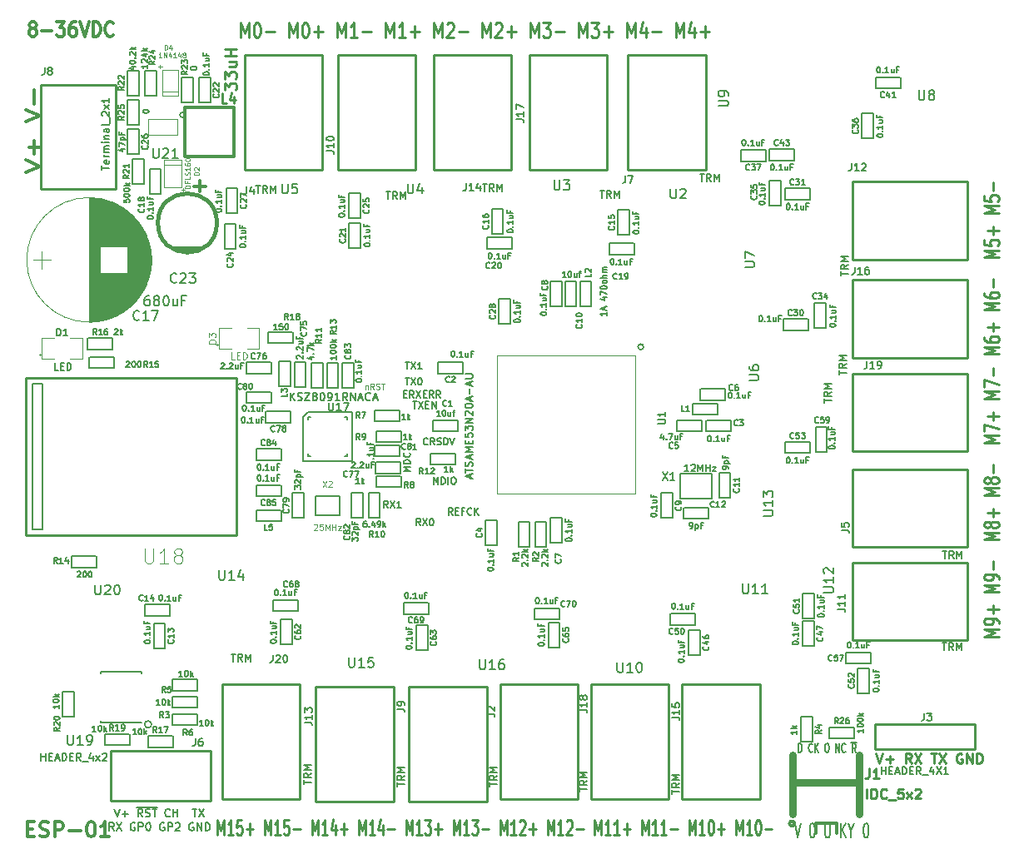
<source format=gbr>
G04 #@! TF.FileFunction,Legend,Top*
%FSLAX46Y46*%
G04 Gerber Fmt 4.6, Leading zero omitted, Abs format (unit mm)*
G04 Created by KiCad (PCBNEW 4.0.7) date 11/21/18 10:10:23*
%MOMM*%
%LPD*%
G01*
G04 APERTURE LIST*
%ADD10C,0.050000*%
%ADD11C,0.300000*%
%ADD12C,0.200000*%
%ADD13C,0.250000*%
%ADD14C,0.175000*%
%ADD15C,0.150000*%
%ADD16C,0.225000*%
%ADD17C,0.275000*%
%ADD18C,0.254000*%
%ADD19C,0.100000*%
%ADD20C,0.099060*%
%ADD21C,0.127000*%
%ADD22C,0.149860*%
%ADD23C,0.200660*%
%ADD24C,0.120000*%
%ADD25C,0.762000*%
%ADD26C,0.400000*%
%ADD27C,0.381000*%
%ADD28C,0.190500*%
%ADD29C,0.125000*%
%ADD30C,0.124460*%
%ADD31C,0.203200*%
%ADD32C,0.304800*%
G04 APERTURE END LIST*
D10*
D11*
X86457144Y-135892857D02*
X86957144Y-135892857D01*
X87171430Y-136678571D02*
X86457144Y-136678571D01*
X86457144Y-135178571D01*
X87171430Y-135178571D01*
X87742858Y-136607143D02*
X87957144Y-136678571D01*
X88314287Y-136678571D01*
X88457144Y-136607143D01*
X88528573Y-136535714D01*
X88600001Y-136392857D01*
X88600001Y-136250000D01*
X88528573Y-136107143D01*
X88457144Y-136035714D01*
X88314287Y-135964286D01*
X88028573Y-135892857D01*
X87885715Y-135821429D01*
X87814287Y-135750000D01*
X87742858Y-135607143D01*
X87742858Y-135464286D01*
X87814287Y-135321429D01*
X87885715Y-135250000D01*
X88028573Y-135178571D01*
X88385715Y-135178571D01*
X88600001Y-135250000D01*
X89242858Y-136678571D02*
X89242858Y-135178571D01*
X89814286Y-135178571D01*
X89957144Y-135250000D01*
X90028572Y-135321429D01*
X90100001Y-135464286D01*
X90100001Y-135678571D01*
X90028572Y-135821429D01*
X89957144Y-135892857D01*
X89814286Y-135964286D01*
X89242858Y-135964286D01*
X90742858Y-136107143D02*
X91885715Y-136107143D01*
X92885715Y-135178571D02*
X93028572Y-135178571D01*
X93171429Y-135250000D01*
X93242858Y-135321429D01*
X93314287Y-135464286D01*
X93385715Y-135750000D01*
X93385715Y-136107143D01*
X93314287Y-136392857D01*
X93242858Y-136535714D01*
X93171429Y-136607143D01*
X93028572Y-136678571D01*
X92885715Y-136678571D01*
X92742858Y-136607143D01*
X92671429Y-136535714D01*
X92600001Y-136392857D01*
X92528572Y-136107143D01*
X92528572Y-135750000D01*
X92600001Y-135464286D01*
X92671429Y-135321429D01*
X92742858Y-135250000D01*
X92885715Y-135178571D01*
X94814286Y-136678571D02*
X93957143Y-136678571D01*
X94385715Y-136678571D02*
X94385715Y-135178571D01*
X94242858Y-135392857D01*
X94100000Y-135535714D01*
X93957143Y-135607143D01*
X86908191Y-54431429D02*
X86784382Y-54360000D01*
X86722477Y-54288571D01*
X86660572Y-54145714D01*
X86660572Y-54074286D01*
X86722477Y-53931429D01*
X86784382Y-53860000D01*
X86908191Y-53788571D01*
X87155810Y-53788571D01*
X87279620Y-53860000D01*
X87341524Y-53931429D01*
X87403429Y-54074286D01*
X87403429Y-54145714D01*
X87341524Y-54288571D01*
X87279620Y-54360000D01*
X87155810Y-54431429D01*
X86908191Y-54431429D01*
X86784382Y-54502857D01*
X86722477Y-54574286D01*
X86660572Y-54717143D01*
X86660572Y-55002857D01*
X86722477Y-55145714D01*
X86784382Y-55217143D01*
X86908191Y-55288571D01*
X87155810Y-55288571D01*
X87279620Y-55217143D01*
X87341524Y-55145714D01*
X87403429Y-55002857D01*
X87403429Y-54717143D01*
X87341524Y-54574286D01*
X87279620Y-54502857D01*
X87155810Y-54431429D01*
X87960572Y-54717143D02*
X88951048Y-54717143D01*
X89446286Y-53788571D02*
X90251048Y-53788571D01*
X89817715Y-54360000D01*
X90003429Y-54360000D01*
X90127239Y-54431429D01*
X90189143Y-54502857D01*
X90251048Y-54645714D01*
X90251048Y-55002857D01*
X90189143Y-55145714D01*
X90127239Y-55217143D01*
X90003429Y-55288571D01*
X89632001Y-55288571D01*
X89508191Y-55217143D01*
X89446286Y-55145714D01*
X91365334Y-53788571D02*
X91117715Y-53788571D01*
X90993905Y-53860000D01*
X90932000Y-53931429D01*
X90808191Y-54145714D01*
X90746286Y-54431429D01*
X90746286Y-55002857D01*
X90808191Y-55145714D01*
X90870096Y-55217143D01*
X90993905Y-55288571D01*
X91241524Y-55288571D01*
X91365334Y-55217143D01*
X91427238Y-55145714D01*
X91489143Y-55002857D01*
X91489143Y-54645714D01*
X91427238Y-54502857D01*
X91365334Y-54431429D01*
X91241524Y-54360000D01*
X90993905Y-54360000D01*
X90870096Y-54431429D01*
X90808191Y-54502857D01*
X90746286Y-54645714D01*
X91860572Y-53788571D02*
X92293905Y-55288571D01*
X92727238Y-53788571D01*
X93160572Y-55288571D02*
X93160572Y-53788571D01*
X93470096Y-53788571D01*
X93655810Y-53860000D01*
X93779619Y-54002857D01*
X93841524Y-54145714D01*
X93903429Y-54431429D01*
X93903429Y-54645714D01*
X93841524Y-54931429D01*
X93779619Y-55074286D01*
X93655810Y-55217143D01*
X93470096Y-55288571D01*
X93160572Y-55288571D01*
X95203429Y-55145714D02*
X95141524Y-55217143D01*
X94955810Y-55288571D01*
X94832000Y-55288571D01*
X94646286Y-55217143D01*
X94522477Y-55074286D01*
X94460572Y-54931429D01*
X94398667Y-54645714D01*
X94398667Y-54431429D01*
X94460572Y-54145714D01*
X94522477Y-54002857D01*
X94646286Y-53860000D01*
X94832000Y-53788571D01*
X94955810Y-53788571D01*
X95141524Y-53860000D01*
X95203429Y-53931429D01*
D12*
X95328571Y-133861905D02*
X95595238Y-134661905D01*
X95861905Y-133861905D01*
X96128571Y-134357143D02*
X96738095Y-134357143D01*
X96433333Y-134661905D02*
X96433333Y-134052381D01*
X98185714Y-134661905D02*
X97919047Y-134280952D01*
X97728571Y-134661905D02*
X97728571Y-133861905D01*
X98033333Y-133861905D01*
X98109524Y-133900000D01*
X98147619Y-133938095D01*
X98185714Y-134014286D01*
X98185714Y-134128571D01*
X98147619Y-134204762D01*
X98109524Y-134242857D01*
X98033333Y-134280952D01*
X97728571Y-134280952D01*
X98490476Y-134623810D02*
X98604762Y-134661905D01*
X98795238Y-134661905D01*
X98871428Y-134623810D01*
X98909524Y-134585714D01*
X98947619Y-134509524D01*
X98947619Y-134433333D01*
X98909524Y-134357143D01*
X98871428Y-134319048D01*
X98795238Y-134280952D01*
X98642857Y-134242857D01*
X98566666Y-134204762D01*
X98528571Y-134166667D01*
X98490476Y-134090476D01*
X98490476Y-134014286D01*
X98528571Y-133938095D01*
X98566666Y-133900000D01*
X98642857Y-133861905D01*
X98833333Y-133861905D01*
X98947619Y-133900000D01*
X99176190Y-133861905D02*
X99633333Y-133861905D01*
X99404762Y-134661905D02*
X99404762Y-133861905D01*
X97538095Y-133724000D02*
X99709524Y-133724000D01*
X100966667Y-134585714D02*
X100928572Y-134623810D01*
X100814286Y-134661905D01*
X100738096Y-134661905D01*
X100623810Y-134623810D01*
X100547619Y-134547619D01*
X100509524Y-134471429D01*
X100471429Y-134319048D01*
X100471429Y-134204762D01*
X100509524Y-134052381D01*
X100547619Y-133976190D01*
X100623810Y-133900000D01*
X100738096Y-133861905D01*
X100814286Y-133861905D01*
X100928572Y-133900000D01*
X100966667Y-133938095D01*
X101309524Y-134661905D02*
X101309524Y-133861905D01*
X101309524Y-134242857D02*
X101766667Y-134242857D01*
X101766667Y-134661905D02*
X101766667Y-133861905D01*
X103252381Y-133861905D02*
X103709524Y-133861905D01*
X103480953Y-134661905D02*
X103480953Y-133861905D01*
X103900001Y-133861905D02*
X104433334Y-134661905D01*
X104433334Y-133861905D02*
X103900001Y-134661905D01*
X95271428Y-136061905D02*
X95004761Y-135680952D01*
X94814285Y-136061905D02*
X94814285Y-135261905D01*
X95119047Y-135261905D01*
X95195238Y-135300000D01*
X95233333Y-135338095D01*
X95271428Y-135414286D01*
X95271428Y-135528571D01*
X95233333Y-135604762D01*
X95195238Y-135642857D01*
X95119047Y-135680952D01*
X94814285Y-135680952D01*
X95538095Y-135261905D02*
X96071428Y-136061905D01*
X96071428Y-135261905D02*
X95538095Y-136061905D01*
X97404762Y-135300000D02*
X97328571Y-135261905D01*
X97214286Y-135261905D01*
X97100000Y-135300000D01*
X97023809Y-135376190D01*
X96985714Y-135452381D01*
X96947619Y-135604762D01*
X96947619Y-135719048D01*
X96985714Y-135871429D01*
X97023809Y-135947619D01*
X97100000Y-136023810D01*
X97214286Y-136061905D01*
X97290476Y-136061905D01*
X97404762Y-136023810D01*
X97442857Y-135985714D01*
X97442857Y-135719048D01*
X97290476Y-135719048D01*
X97785714Y-136061905D02*
X97785714Y-135261905D01*
X98090476Y-135261905D01*
X98166667Y-135300000D01*
X98204762Y-135338095D01*
X98242857Y-135414286D01*
X98242857Y-135528571D01*
X98204762Y-135604762D01*
X98166667Y-135642857D01*
X98090476Y-135680952D01*
X97785714Y-135680952D01*
X98738095Y-135261905D02*
X98814286Y-135261905D01*
X98890476Y-135300000D01*
X98928571Y-135338095D01*
X98966667Y-135414286D01*
X99004762Y-135566667D01*
X99004762Y-135757143D01*
X98966667Y-135909524D01*
X98928571Y-135985714D01*
X98890476Y-136023810D01*
X98814286Y-136061905D01*
X98738095Y-136061905D01*
X98661905Y-136023810D01*
X98623809Y-135985714D01*
X98585714Y-135909524D01*
X98547619Y-135757143D01*
X98547619Y-135566667D01*
X98585714Y-135414286D01*
X98623809Y-135338095D01*
X98661905Y-135300000D01*
X98738095Y-135261905D01*
X100376191Y-135300000D02*
X100300000Y-135261905D01*
X100185715Y-135261905D01*
X100071429Y-135300000D01*
X99995238Y-135376190D01*
X99957143Y-135452381D01*
X99919048Y-135604762D01*
X99919048Y-135719048D01*
X99957143Y-135871429D01*
X99995238Y-135947619D01*
X100071429Y-136023810D01*
X100185715Y-136061905D01*
X100261905Y-136061905D01*
X100376191Y-136023810D01*
X100414286Y-135985714D01*
X100414286Y-135719048D01*
X100261905Y-135719048D01*
X100757143Y-136061905D02*
X100757143Y-135261905D01*
X101061905Y-135261905D01*
X101138096Y-135300000D01*
X101176191Y-135338095D01*
X101214286Y-135414286D01*
X101214286Y-135528571D01*
X101176191Y-135604762D01*
X101138096Y-135642857D01*
X101061905Y-135680952D01*
X100757143Y-135680952D01*
X101519048Y-135338095D02*
X101557143Y-135300000D01*
X101633334Y-135261905D01*
X101823810Y-135261905D01*
X101900000Y-135300000D01*
X101938096Y-135338095D01*
X101976191Y-135414286D01*
X101976191Y-135490476D01*
X101938096Y-135604762D01*
X101480953Y-136061905D01*
X101976191Y-136061905D01*
X103347620Y-135300000D02*
X103271429Y-135261905D01*
X103157144Y-135261905D01*
X103042858Y-135300000D01*
X102966667Y-135376190D01*
X102928572Y-135452381D01*
X102890477Y-135604762D01*
X102890477Y-135719048D01*
X102928572Y-135871429D01*
X102966667Y-135947619D01*
X103042858Y-136023810D01*
X103157144Y-136061905D01*
X103233334Y-136061905D01*
X103347620Y-136023810D01*
X103385715Y-135985714D01*
X103385715Y-135719048D01*
X103233334Y-135719048D01*
X103728572Y-136061905D02*
X103728572Y-135261905D01*
X104185715Y-136061905D01*
X104185715Y-135261905D01*
X104566667Y-136061905D02*
X104566667Y-135261905D01*
X104757143Y-135261905D01*
X104871429Y-135300000D01*
X104947620Y-135376190D01*
X104985715Y-135452381D01*
X105023810Y-135604762D01*
X105023810Y-135719048D01*
X104985715Y-135871429D01*
X104947620Y-135947619D01*
X104871429Y-136023810D01*
X104757143Y-136061905D01*
X104566667Y-136061905D01*
D13*
X172797619Y-128202381D02*
X173130952Y-129202381D01*
X173464286Y-128202381D01*
X173797619Y-128821429D02*
X174559524Y-128821429D01*
X174178572Y-129202381D02*
X174178572Y-128440476D01*
X176369048Y-129202381D02*
X176035714Y-128726190D01*
X175797619Y-129202381D02*
X175797619Y-128202381D01*
X176178572Y-128202381D01*
X176273810Y-128250000D01*
X176321429Y-128297619D01*
X176369048Y-128392857D01*
X176369048Y-128535714D01*
X176321429Y-128630952D01*
X176273810Y-128678571D01*
X176178572Y-128726190D01*
X175797619Y-128726190D01*
X176702381Y-128202381D02*
X177369048Y-129202381D01*
X177369048Y-128202381D02*
X176702381Y-129202381D01*
X178369048Y-128202381D02*
X178940477Y-128202381D01*
X178654762Y-129202381D02*
X178654762Y-128202381D01*
X179178572Y-128202381D02*
X179845239Y-129202381D01*
X179845239Y-128202381D02*
X179178572Y-129202381D01*
X181511906Y-128250000D02*
X181416668Y-128202381D01*
X181273811Y-128202381D01*
X181130953Y-128250000D01*
X181035715Y-128345238D01*
X180988096Y-128440476D01*
X180940477Y-128630952D01*
X180940477Y-128773810D01*
X180988096Y-128964286D01*
X181035715Y-129059524D01*
X181130953Y-129154762D01*
X181273811Y-129202381D01*
X181369049Y-129202381D01*
X181511906Y-129154762D01*
X181559525Y-129107143D01*
X181559525Y-128773810D01*
X181369049Y-128773810D01*
X181988096Y-129202381D02*
X181988096Y-128202381D01*
X182559525Y-129202381D01*
X182559525Y-128202381D01*
X183035715Y-129202381D02*
X183035715Y-128202381D01*
X183273810Y-128202381D01*
X183416668Y-128250000D01*
X183511906Y-128345238D01*
X183559525Y-128440476D01*
X183607144Y-128630952D01*
X183607144Y-128773810D01*
X183559525Y-128964286D01*
X183511906Y-129059524D01*
X183416668Y-129154762D01*
X183273810Y-129202381D01*
X183035715Y-129202381D01*
D14*
X164507143Y-135278571D02*
X164807143Y-136778571D01*
X165107143Y-135278571D01*
X166264286Y-135278571D02*
X166350001Y-135278571D01*
X166435715Y-135350000D01*
X166478572Y-135421429D01*
X166521429Y-135564286D01*
X166564286Y-135850000D01*
X166564286Y-136207143D01*
X166521429Y-136492857D01*
X166478572Y-136635714D01*
X166435715Y-136707143D01*
X166350001Y-136778571D01*
X166264286Y-136778571D01*
X166178572Y-136707143D01*
X166135715Y-136635714D01*
X166092858Y-136492857D01*
X166050001Y-136207143D01*
X166050001Y-135850000D01*
X166092858Y-135564286D01*
X166135715Y-135421429D01*
X166178572Y-135350000D01*
X166264286Y-135278571D01*
X167807143Y-135278571D02*
X167892858Y-135278571D01*
X167978572Y-135350000D01*
X168021429Y-135421429D01*
X168064286Y-135564286D01*
X168107143Y-135850000D01*
X168107143Y-136207143D01*
X168064286Y-136492857D01*
X168021429Y-136635714D01*
X167978572Y-136707143D01*
X167892858Y-136778571D01*
X167807143Y-136778571D01*
X167721429Y-136707143D01*
X167678572Y-136635714D01*
X167635715Y-136492857D01*
X167592858Y-136207143D01*
X167592858Y-135850000D01*
X167635715Y-135564286D01*
X167678572Y-135421429D01*
X167721429Y-135350000D01*
X167807143Y-135278571D01*
X169178572Y-136778571D02*
X169178572Y-135278571D01*
X169692857Y-136778571D02*
X169307143Y-135921429D01*
X169692857Y-135278571D02*
X169178572Y-136135714D01*
X170250000Y-136064286D02*
X170250000Y-136778571D01*
X169950000Y-135278571D02*
X170250000Y-136064286D01*
X170550000Y-135278571D01*
X171707143Y-135278571D02*
X171792858Y-135278571D01*
X171878572Y-135350000D01*
X171921429Y-135421429D01*
X171964286Y-135564286D01*
X172007143Y-135850000D01*
X172007143Y-136207143D01*
X171964286Y-136492857D01*
X171921429Y-136635714D01*
X171878572Y-136707143D01*
X171792858Y-136778571D01*
X171707143Y-136778571D01*
X171621429Y-136707143D01*
X171578572Y-136635714D01*
X171535715Y-136492857D01*
X171492858Y-136207143D01*
X171492858Y-135850000D01*
X171535715Y-135564286D01*
X171578572Y-135421429D01*
X171621429Y-135350000D01*
X171707143Y-135278571D01*
D15*
X164900000Y-128107143D02*
X164900000Y-127207143D01*
X165042857Y-127207143D01*
X165128572Y-127250000D01*
X165185714Y-127335714D01*
X165214286Y-127421429D01*
X165242857Y-127592857D01*
X165242857Y-127721429D01*
X165214286Y-127892857D01*
X165185714Y-127978571D01*
X165128572Y-128064286D01*
X165042857Y-128107143D01*
X164900000Y-128107143D01*
X166300000Y-128021429D02*
X166271429Y-128064286D01*
X166185715Y-128107143D01*
X166128572Y-128107143D01*
X166042857Y-128064286D01*
X165985715Y-127978571D01*
X165957143Y-127892857D01*
X165928572Y-127721429D01*
X165928572Y-127592857D01*
X165957143Y-127421429D01*
X165985715Y-127335714D01*
X166042857Y-127250000D01*
X166128572Y-127207143D01*
X166185715Y-127207143D01*
X166271429Y-127250000D01*
X166300000Y-127292857D01*
X166557143Y-128107143D02*
X166557143Y-127207143D01*
X166900000Y-128107143D02*
X166642857Y-127592857D01*
X166900000Y-127207143D02*
X166557143Y-127721429D01*
X167728572Y-127207143D02*
X167842858Y-127207143D01*
X167900000Y-127250000D01*
X167957143Y-127335714D01*
X167985715Y-127507143D01*
X167985715Y-127807143D01*
X167957143Y-127978571D01*
X167900000Y-128064286D01*
X167842858Y-128107143D01*
X167728572Y-128107143D01*
X167671429Y-128064286D01*
X167614286Y-127978571D01*
X167585715Y-127807143D01*
X167585715Y-127507143D01*
X167614286Y-127335714D01*
X167671429Y-127250000D01*
X167728572Y-127207143D01*
X168700000Y-128107143D02*
X168700000Y-127207143D01*
X169042857Y-128107143D01*
X169042857Y-127207143D01*
X169671428Y-128021429D02*
X169642857Y-128064286D01*
X169557143Y-128107143D01*
X169500000Y-128107143D01*
X169414285Y-128064286D01*
X169357143Y-127978571D01*
X169328571Y-127892857D01*
X169300000Y-127721429D01*
X169300000Y-127592857D01*
X169328571Y-127421429D01*
X169357143Y-127335714D01*
X169414285Y-127250000D01*
X169500000Y-127207143D01*
X169557143Y-127207143D01*
X169642857Y-127250000D01*
X169671428Y-127292857D01*
X170728571Y-128107143D02*
X170528571Y-127678571D01*
X170385714Y-128107143D02*
X170385714Y-127207143D01*
X170614286Y-127207143D01*
X170671428Y-127250000D01*
X170700000Y-127292857D01*
X170728571Y-127378571D01*
X170728571Y-127507143D01*
X170700000Y-127592857D01*
X170671428Y-127635714D01*
X170614286Y-127678571D01*
X170385714Y-127678571D01*
X170242857Y-127052000D02*
X170842857Y-127052000D01*
D11*
X86323333Y-69065713D02*
X87723333Y-68465713D01*
X86323333Y-67865713D01*
X87190000Y-67265714D02*
X87190000Y-65894285D01*
X87723333Y-66579999D02*
X86656667Y-66579999D01*
X86323333Y-63922856D02*
X87723333Y-63322856D01*
X86323333Y-62722856D01*
X87190000Y-62122857D02*
X87190000Y-60751428D01*
D13*
X185278571Y-116300000D02*
X183778571Y-116300000D01*
X184850000Y-115933334D01*
X183778571Y-115566667D01*
X185278571Y-115566667D01*
X185278571Y-114990476D02*
X185278571Y-114780952D01*
X185207143Y-114676191D01*
X185135714Y-114623810D01*
X184921429Y-114519048D01*
X184635714Y-114466667D01*
X184064286Y-114466667D01*
X183921429Y-114519048D01*
X183850000Y-114571429D01*
X183778571Y-114676191D01*
X183778571Y-114885714D01*
X183850000Y-114990476D01*
X183921429Y-115042857D01*
X184064286Y-115095238D01*
X184421429Y-115095238D01*
X184564286Y-115042857D01*
X184635714Y-114990476D01*
X184707143Y-114885714D01*
X184707143Y-114676191D01*
X184635714Y-114571429D01*
X184564286Y-114519048D01*
X184421429Y-114466667D01*
X184707143Y-113995238D02*
X184707143Y-113157143D01*
X185278571Y-113576191D02*
X184135714Y-113576191D01*
X185278571Y-111795238D02*
X183778571Y-111795238D01*
X184850000Y-111428572D01*
X183778571Y-111061905D01*
X185278571Y-111061905D01*
X185278571Y-110485714D02*
X185278571Y-110276190D01*
X185207143Y-110171429D01*
X185135714Y-110119048D01*
X184921429Y-110014286D01*
X184635714Y-109961905D01*
X184064286Y-109961905D01*
X183921429Y-110014286D01*
X183850000Y-110066667D01*
X183778571Y-110171429D01*
X183778571Y-110380952D01*
X183850000Y-110485714D01*
X183921429Y-110538095D01*
X184064286Y-110590476D01*
X184421429Y-110590476D01*
X184564286Y-110538095D01*
X184635714Y-110485714D01*
X184707143Y-110380952D01*
X184707143Y-110171429D01*
X184635714Y-110066667D01*
X184564286Y-110014286D01*
X184421429Y-109961905D01*
X184707143Y-109490476D02*
X184707143Y-108652381D01*
X185278571Y-106452381D02*
X183778571Y-106452381D01*
X184850000Y-106085715D01*
X183778571Y-105719048D01*
X185278571Y-105719048D01*
X184421429Y-105038095D02*
X184350000Y-105142857D01*
X184278571Y-105195238D01*
X184135714Y-105247619D01*
X184064286Y-105247619D01*
X183921429Y-105195238D01*
X183850000Y-105142857D01*
X183778571Y-105038095D01*
X183778571Y-104828572D01*
X183850000Y-104723810D01*
X183921429Y-104671429D01*
X184064286Y-104619048D01*
X184135714Y-104619048D01*
X184278571Y-104671429D01*
X184350000Y-104723810D01*
X184421429Y-104828572D01*
X184421429Y-105038095D01*
X184492857Y-105142857D01*
X184564286Y-105195238D01*
X184707143Y-105247619D01*
X184992857Y-105247619D01*
X185135714Y-105195238D01*
X185207143Y-105142857D01*
X185278571Y-105038095D01*
X185278571Y-104828572D01*
X185207143Y-104723810D01*
X185135714Y-104671429D01*
X184992857Y-104619048D01*
X184707143Y-104619048D01*
X184564286Y-104671429D01*
X184492857Y-104723810D01*
X184421429Y-104828572D01*
X184707143Y-104147619D02*
X184707143Y-103309524D01*
X185278571Y-103728572D02*
X184135714Y-103728572D01*
X185278571Y-101947619D02*
X183778571Y-101947619D01*
X184850000Y-101580953D01*
X183778571Y-101214286D01*
X185278571Y-101214286D01*
X184421429Y-100533333D02*
X184350000Y-100638095D01*
X184278571Y-100690476D01*
X184135714Y-100742857D01*
X184064286Y-100742857D01*
X183921429Y-100690476D01*
X183850000Y-100638095D01*
X183778571Y-100533333D01*
X183778571Y-100323810D01*
X183850000Y-100219048D01*
X183921429Y-100166667D01*
X184064286Y-100114286D01*
X184135714Y-100114286D01*
X184278571Y-100166667D01*
X184350000Y-100219048D01*
X184421429Y-100323810D01*
X184421429Y-100533333D01*
X184492857Y-100638095D01*
X184564286Y-100690476D01*
X184707143Y-100742857D01*
X184992857Y-100742857D01*
X185135714Y-100690476D01*
X185207143Y-100638095D01*
X185278571Y-100533333D01*
X185278571Y-100323810D01*
X185207143Y-100219048D01*
X185135714Y-100166667D01*
X184992857Y-100114286D01*
X184707143Y-100114286D01*
X184564286Y-100166667D01*
X184492857Y-100219048D01*
X184421429Y-100323810D01*
X184707143Y-99642857D02*
X184707143Y-98804762D01*
X185278571Y-96604762D02*
X183778571Y-96604762D01*
X184850000Y-96238096D01*
X183778571Y-95871429D01*
X185278571Y-95871429D01*
X183778571Y-95452381D02*
X183778571Y-94719048D01*
X185278571Y-95190476D01*
X184707143Y-94300000D02*
X184707143Y-93461905D01*
X185278571Y-93880953D02*
X184135714Y-93880953D01*
X185278571Y-92100000D02*
X183778571Y-92100000D01*
X184850000Y-91733334D01*
X183778571Y-91366667D01*
X185278571Y-91366667D01*
X183778571Y-90947619D02*
X183778571Y-90214286D01*
X185278571Y-90685714D01*
X184707143Y-89795238D02*
X184707143Y-88957143D01*
X185278571Y-87595238D02*
X183778571Y-87595238D01*
X184850000Y-87228572D01*
X183778571Y-86861905D01*
X185278571Y-86861905D01*
X183778571Y-85866667D02*
X183778571Y-86076190D01*
X183850000Y-86180952D01*
X183921429Y-86233333D01*
X184135714Y-86338095D01*
X184421429Y-86390476D01*
X184992857Y-86390476D01*
X185135714Y-86338095D01*
X185207143Y-86285714D01*
X185278571Y-86180952D01*
X185278571Y-85971429D01*
X185207143Y-85866667D01*
X185135714Y-85814286D01*
X184992857Y-85761905D01*
X184635714Y-85761905D01*
X184492857Y-85814286D01*
X184421429Y-85866667D01*
X184350000Y-85971429D01*
X184350000Y-86180952D01*
X184421429Y-86285714D01*
X184492857Y-86338095D01*
X184635714Y-86390476D01*
X184707143Y-85290476D02*
X184707143Y-84452381D01*
X185278571Y-84871429D02*
X184135714Y-84871429D01*
X185278571Y-83090476D02*
X183778571Y-83090476D01*
X184850000Y-82723810D01*
X183778571Y-82357143D01*
X185278571Y-82357143D01*
X183778571Y-81361905D02*
X183778571Y-81571428D01*
X183850000Y-81676190D01*
X183921429Y-81728571D01*
X184135714Y-81833333D01*
X184421429Y-81885714D01*
X184992857Y-81885714D01*
X185135714Y-81833333D01*
X185207143Y-81780952D01*
X185278571Y-81676190D01*
X185278571Y-81466667D01*
X185207143Y-81361905D01*
X185135714Y-81309524D01*
X184992857Y-81257143D01*
X184635714Y-81257143D01*
X184492857Y-81309524D01*
X184421429Y-81361905D01*
X184350000Y-81466667D01*
X184350000Y-81676190D01*
X184421429Y-81780952D01*
X184492857Y-81833333D01*
X184635714Y-81885714D01*
X184707143Y-80785714D02*
X184707143Y-79947619D01*
X185278571Y-77747619D02*
X183778571Y-77747619D01*
X184850000Y-77380953D01*
X183778571Y-77014286D01*
X185278571Y-77014286D01*
X183778571Y-75966667D02*
X183778571Y-76490476D01*
X184492857Y-76542857D01*
X184421429Y-76490476D01*
X184350000Y-76385714D01*
X184350000Y-76123810D01*
X184421429Y-76019048D01*
X184492857Y-75966667D01*
X184635714Y-75914286D01*
X184992857Y-75914286D01*
X185135714Y-75966667D01*
X185207143Y-76019048D01*
X185278571Y-76123810D01*
X185278571Y-76385714D01*
X185207143Y-76490476D01*
X185135714Y-76542857D01*
X184707143Y-75442857D02*
X184707143Y-74604762D01*
X185278571Y-75023810D02*
X184135714Y-75023810D01*
X185278571Y-73242857D02*
X183778571Y-73242857D01*
X184850000Y-72876191D01*
X183778571Y-72509524D01*
X185278571Y-72509524D01*
X183778571Y-71461905D02*
X183778571Y-71985714D01*
X184492857Y-72038095D01*
X184421429Y-71985714D01*
X184350000Y-71880952D01*
X184350000Y-71619048D01*
X184421429Y-71514286D01*
X184492857Y-71461905D01*
X184635714Y-71409524D01*
X184992857Y-71409524D01*
X185135714Y-71461905D01*
X185207143Y-71514286D01*
X185278571Y-71619048D01*
X185278571Y-71880952D01*
X185207143Y-71985714D01*
X185135714Y-72038095D01*
X184707143Y-70938095D02*
X184707143Y-70100000D01*
D16*
X105816667Y-136478571D02*
X105816667Y-134978571D01*
X106133334Y-136050000D01*
X106450001Y-134978571D01*
X106450001Y-136478571D01*
X107400001Y-136478571D02*
X106857143Y-136478571D01*
X107128572Y-136478571D02*
X107128572Y-134978571D01*
X107038096Y-135192857D01*
X106947620Y-135335714D01*
X106857143Y-135407143D01*
X108259524Y-134978571D02*
X107807143Y-134978571D01*
X107761905Y-135692857D01*
X107807143Y-135621429D01*
X107897620Y-135550000D01*
X108123810Y-135550000D01*
X108214286Y-135621429D01*
X108259524Y-135692857D01*
X108304763Y-135835714D01*
X108304763Y-136192857D01*
X108259524Y-136335714D01*
X108214286Y-136407143D01*
X108123810Y-136478571D01*
X107897620Y-136478571D01*
X107807143Y-136407143D01*
X107761905Y-136335714D01*
X108711905Y-135907143D02*
X109435715Y-135907143D01*
X109073810Y-136478571D02*
X109073810Y-135335714D01*
X110611905Y-136478571D02*
X110611905Y-134978571D01*
X110928572Y-136050000D01*
X111245239Y-134978571D01*
X111245239Y-136478571D01*
X112195239Y-136478571D02*
X111652381Y-136478571D01*
X111923810Y-136478571D02*
X111923810Y-134978571D01*
X111833334Y-135192857D01*
X111742858Y-135335714D01*
X111652381Y-135407143D01*
X113054762Y-134978571D02*
X112602381Y-134978571D01*
X112557143Y-135692857D01*
X112602381Y-135621429D01*
X112692858Y-135550000D01*
X112919048Y-135550000D01*
X113009524Y-135621429D01*
X113054762Y-135692857D01*
X113100001Y-135835714D01*
X113100001Y-136192857D01*
X113054762Y-136335714D01*
X113009524Y-136407143D01*
X112919048Y-136478571D01*
X112692858Y-136478571D01*
X112602381Y-136407143D01*
X112557143Y-136335714D01*
X113507143Y-135907143D02*
X114230953Y-135907143D01*
X115407143Y-136478571D02*
X115407143Y-134978571D01*
X115723810Y-136050000D01*
X116040477Y-134978571D01*
X116040477Y-136478571D01*
X116990477Y-136478571D02*
X116447619Y-136478571D01*
X116719048Y-136478571D02*
X116719048Y-134978571D01*
X116628572Y-135192857D01*
X116538096Y-135335714D01*
X116447619Y-135407143D01*
X117804762Y-135478571D02*
X117804762Y-136478571D01*
X117578572Y-134907143D02*
X117352381Y-135978571D01*
X117940477Y-135978571D01*
X118302381Y-135907143D02*
X119026191Y-135907143D01*
X118664286Y-136478571D02*
X118664286Y-135335714D01*
X120202381Y-136478571D02*
X120202381Y-134978571D01*
X120519048Y-136050000D01*
X120835715Y-134978571D01*
X120835715Y-136478571D01*
X121785715Y-136478571D02*
X121242857Y-136478571D01*
X121514286Y-136478571D02*
X121514286Y-134978571D01*
X121423810Y-135192857D01*
X121333334Y-135335714D01*
X121242857Y-135407143D01*
X122600000Y-135478571D02*
X122600000Y-136478571D01*
X122373810Y-134907143D02*
X122147619Y-135978571D01*
X122735715Y-135978571D01*
X123097619Y-135907143D02*
X123821429Y-135907143D01*
X124997619Y-136478571D02*
X124997619Y-134978571D01*
X125314286Y-136050000D01*
X125630953Y-134978571D01*
X125630953Y-136478571D01*
X126580953Y-136478571D02*
X126038095Y-136478571D01*
X126309524Y-136478571D02*
X126309524Y-134978571D01*
X126219048Y-135192857D01*
X126128572Y-135335714D01*
X126038095Y-135407143D01*
X126897619Y-134978571D02*
X127485715Y-134978571D01*
X127169048Y-135550000D01*
X127304762Y-135550000D01*
X127395238Y-135621429D01*
X127440476Y-135692857D01*
X127485715Y-135835714D01*
X127485715Y-136192857D01*
X127440476Y-136335714D01*
X127395238Y-136407143D01*
X127304762Y-136478571D01*
X127033334Y-136478571D01*
X126942857Y-136407143D01*
X126897619Y-136335714D01*
X127892857Y-135907143D02*
X128616667Y-135907143D01*
X128254762Y-136478571D02*
X128254762Y-135335714D01*
X129792857Y-136478571D02*
X129792857Y-134978571D01*
X130109524Y-136050000D01*
X130426191Y-134978571D01*
X130426191Y-136478571D01*
X131376191Y-136478571D02*
X130833333Y-136478571D01*
X131104762Y-136478571D02*
X131104762Y-134978571D01*
X131014286Y-135192857D01*
X130923810Y-135335714D01*
X130833333Y-135407143D01*
X131692857Y-134978571D02*
X132280953Y-134978571D01*
X131964286Y-135550000D01*
X132100000Y-135550000D01*
X132190476Y-135621429D01*
X132235714Y-135692857D01*
X132280953Y-135835714D01*
X132280953Y-136192857D01*
X132235714Y-136335714D01*
X132190476Y-136407143D01*
X132100000Y-136478571D01*
X131828572Y-136478571D01*
X131738095Y-136407143D01*
X131692857Y-136335714D01*
X132688095Y-135907143D02*
X133411905Y-135907143D01*
X134588095Y-136478571D02*
X134588095Y-134978571D01*
X134904762Y-136050000D01*
X135221429Y-134978571D01*
X135221429Y-136478571D01*
X136171429Y-136478571D02*
X135628571Y-136478571D01*
X135900000Y-136478571D02*
X135900000Y-134978571D01*
X135809524Y-135192857D01*
X135719048Y-135335714D01*
X135628571Y-135407143D01*
X136533333Y-135121429D02*
X136578571Y-135050000D01*
X136669048Y-134978571D01*
X136895238Y-134978571D01*
X136985714Y-135050000D01*
X137030952Y-135121429D01*
X137076191Y-135264286D01*
X137076191Y-135407143D01*
X137030952Y-135621429D01*
X136488095Y-136478571D01*
X137076191Y-136478571D01*
X137483333Y-135907143D02*
X138207143Y-135907143D01*
X137845238Y-136478571D02*
X137845238Y-135335714D01*
X139383333Y-136478571D02*
X139383333Y-134978571D01*
X139700000Y-136050000D01*
X140016667Y-134978571D01*
X140016667Y-136478571D01*
X140966667Y-136478571D02*
X140423809Y-136478571D01*
X140695238Y-136478571D02*
X140695238Y-134978571D01*
X140604762Y-135192857D01*
X140514286Y-135335714D01*
X140423809Y-135407143D01*
X141328571Y-135121429D02*
X141373809Y-135050000D01*
X141464286Y-134978571D01*
X141690476Y-134978571D01*
X141780952Y-135050000D01*
X141826190Y-135121429D01*
X141871429Y-135264286D01*
X141871429Y-135407143D01*
X141826190Y-135621429D01*
X141283333Y-136478571D01*
X141871429Y-136478571D01*
X142278571Y-135907143D02*
X143002381Y-135907143D01*
X144178571Y-136478571D02*
X144178571Y-134978571D01*
X144495238Y-136050000D01*
X144811905Y-134978571D01*
X144811905Y-136478571D01*
X145761905Y-136478571D02*
X145219047Y-136478571D01*
X145490476Y-136478571D02*
X145490476Y-134978571D01*
X145400000Y-135192857D01*
X145309524Y-135335714D01*
X145219047Y-135407143D01*
X146666667Y-136478571D02*
X146123809Y-136478571D01*
X146395238Y-136478571D02*
X146395238Y-134978571D01*
X146304762Y-135192857D01*
X146214286Y-135335714D01*
X146123809Y-135407143D01*
X147073809Y-135907143D02*
X147797619Y-135907143D01*
X147435714Y-136478571D02*
X147435714Y-135335714D01*
X148973809Y-136478571D02*
X148973809Y-134978571D01*
X149290476Y-136050000D01*
X149607143Y-134978571D01*
X149607143Y-136478571D01*
X150557143Y-136478571D02*
X150014285Y-136478571D01*
X150285714Y-136478571D02*
X150285714Y-134978571D01*
X150195238Y-135192857D01*
X150104762Y-135335714D01*
X150014285Y-135407143D01*
X151461905Y-136478571D02*
X150919047Y-136478571D01*
X151190476Y-136478571D02*
X151190476Y-134978571D01*
X151100000Y-135192857D01*
X151009524Y-135335714D01*
X150919047Y-135407143D01*
X151869047Y-135907143D02*
X152592857Y-135907143D01*
X153769047Y-136478571D02*
X153769047Y-134978571D01*
X154085714Y-136050000D01*
X154402381Y-134978571D01*
X154402381Y-136478571D01*
X155352381Y-136478571D02*
X154809523Y-136478571D01*
X155080952Y-136478571D02*
X155080952Y-134978571D01*
X154990476Y-135192857D01*
X154900000Y-135335714D01*
X154809523Y-135407143D01*
X155940476Y-134978571D02*
X156030952Y-134978571D01*
X156121428Y-135050000D01*
X156166666Y-135121429D01*
X156211904Y-135264286D01*
X156257143Y-135550000D01*
X156257143Y-135907143D01*
X156211904Y-136192857D01*
X156166666Y-136335714D01*
X156121428Y-136407143D01*
X156030952Y-136478571D01*
X155940476Y-136478571D01*
X155850000Y-136407143D01*
X155804762Y-136335714D01*
X155759523Y-136192857D01*
X155714285Y-135907143D01*
X155714285Y-135550000D01*
X155759523Y-135264286D01*
X155804762Y-135121429D01*
X155850000Y-135050000D01*
X155940476Y-134978571D01*
X156664285Y-135907143D02*
X157388095Y-135907143D01*
X157026190Y-136478571D02*
X157026190Y-135335714D01*
X158564285Y-136478571D02*
X158564285Y-134978571D01*
X158880952Y-136050000D01*
X159197619Y-134978571D01*
X159197619Y-136478571D01*
X160147619Y-136478571D02*
X159604761Y-136478571D01*
X159876190Y-136478571D02*
X159876190Y-134978571D01*
X159785714Y-135192857D01*
X159695238Y-135335714D01*
X159604761Y-135407143D01*
X160735714Y-134978571D02*
X160826190Y-134978571D01*
X160916666Y-135050000D01*
X160961904Y-135121429D01*
X161007142Y-135264286D01*
X161052381Y-135550000D01*
X161052381Y-135907143D01*
X161007142Y-136192857D01*
X160961904Y-136335714D01*
X160916666Y-136407143D01*
X160826190Y-136478571D01*
X160735714Y-136478571D01*
X160645238Y-136407143D01*
X160600000Y-136335714D01*
X160554761Y-136192857D01*
X160509523Y-135907143D01*
X160509523Y-135550000D01*
X160554761Y-135264286D01*
X160600000Y-135121429D01*
X160645238Y-135050000D01*
X160735714Y-134978571D01*
X161459523Y-135907143D02*
X162183333Y-135907143D01*
D17*
X108171427Y-55378571D02*
X108171427Y-53878571D01*
X108571427Y-54950000D01*
X108971427Y-53878571D01*
X108971427Y-55378571D01*
X109771428Y-53878571D02*
X109885713Y-53878571D01*
X109999999Y-53950000D01*
X110057142Y-54021429D01*
X110114285Y-54164286D01*
X110171428Y-54450000D01*
X110171428Y-54807143D01*
X110114285Y-55092857D01*
X110057142Y-55235714D01*
X109999999Y-55307143D01*
X109885713Y-55378571D01*
X109771428Y-55378571D01*
X109657142Y-55307143D01*
X109599999Y-55235714D01*
X109542856Y-55092857D01*
X109485713Y-54807143D01*
X109485713Y-54450000D01*
X109542856Y-54164286D01*
X109599999Y-54021429D01*
X109657142Y-53950000D01*
X109771428Y-53878571D01*
X110685713Y-54807143D02*
X111599999Y-54807143D01*
X113085713Y-55378571D02*
X113085713Y-53878571D01*
X113485713Y-54950000D01*
X113885713Y-53878571D01*
X113885713Y-55378571D01*
X114685714Y-53878571D02*
X114799999Y-53878571D01*
X114914285Y-53950000D01*
X114971428Y-54021429D01*
X115028571Y-54164286D01*
X115085714Y-54450000D01*
X115085714Y-54807143D01*
X115028571Y-55092857D01*
X114971428Y-55235714D01*
X114914285Y-55307143D01*
X114799999Y-55378571D01*
X114685714Y-55378571D01*
X114571428Y-55307143D01*
X114514285Y-55235714D01*
X114457142Y-55092857D01*
X114399999Y-54807143D01*
X114399999Y-54450000D01*
X114457142Y-54164286D01*
X114514285Y-54021429D01*
X114571428Y-53950000D01*
X114685714Y-53878571D01*
X115599999Y-54807143D02*
X116514285Y-54807143D01*
X116057142Y-55378571D02*
X116057142Y-54235714D01*
X117999999Y-55378571D02*
X117999999Y-53878571D01*
X118399999Y-54950000D01*
X118799999Y-53878571D01*
X118799999Y-55378571D01*
X120000000Y-55378571D02*
X119314285Y-55378571D01*
X119657143Y-55378571D02*
X119657143Y-53878571D01*
X119542857Y-54092857D01*
X119428571Y-54235714D01*
X119314285Y-54307143D01*
X120514285Y-54807143D02*
X121428571Y-54807143D01*
X122914285Y-55378571D02*
X122914285Y-53878571D01*
X123314285Y-54950000D01*
X123714285Y-53878571D01*
X123714285Y-55378571D01*
X124914286Y-55378571D02*
X124228571Y-55378571D01*
X124571429Y-55378571D02*
X124571429Y-53878571D01*
X124457143Y-54092857D01*
X124342857Y-54235714D01*
X124228571Y-54307143D01*
X125428571Y-54807143D02*
X126342857Y-54807143D01*
X125885714Y-55378571D02*
X125885714Y-54235714D01*
X127828571Y-55378571D02*
X127828571Y-53878571D01*
X128228571Y-54950000D01*
X128628571Y-53878571D01*
X128628571Y-55378571D01*
X129142857Y-54021429D02*
X129200000Y-53950000D01*
X129314286Y-53878571D01*
X129600000Y-53878571D01*
X129714286Y-53950000D01*
X129771429Y-54021429D01*
X129828572Y-54164286D01*
X129828572Y-54307143D01*
X129771429Y-54521429D01*
X129085715Y-55378571D01*
X129828572Y-55378571D01*
X130342857Y-54807143D02*
X131257143Y-54807143D01*
X132742857Y-55378571D02*
X132742857Y-53878571D01*
X133142857Y-54950000D01*
X133542857Y-53878571D01*
X133542857Y-55378571D01*
X134057143Y-54021429D02*
X134114286Y-53950000D01*
X134228572Y-53878571D01*
X134514286Y-53878571D01*
X134628572Y-53950000D01*
X134685715Y-54021429D01*
X134742858Y-54164286D01*
X134742858Y-54307143D01*
X134685715Y-54521429D01*
X134000001Y-55378571D01*
X134742858Y-55378571D01*
X135257143Y-54807143D02*
X136171429Y-54807143D01*
X135714286Y-55378571D02*
X135714286Y-54235714D01*
X137657143Y-55378571D02*
X137657143Y-53878571D01*
X138057143Y-54950000D01*
X138457143Y-53878571D01*
X138457143Y-55378571D01*
X138914287Y-53878571D02*
X139657144Y-53878571D01*
X139257144Y-54450000D01*
X139428572Y-54450000D01*
X139542858Y-54521429D01*
X139600001Y-54592857D01*
X139657144Y-54735714D01*
X139657144Y-55092857D01*
X139600001Y-55235714D01*
X139542858Y-55307143D01*
X139428572Y-55378571D01*
X139085715Y-55378571D01*
X138971429Y-55307143D01*
X138914287Y-55235714D01*
X140171429Y-54807143D02*
X141085715Y-54807143D01*
X142571429Y-55378571D02*
X142571429Y-53878571D01*
X142971429Y-54950000D01*
X143371429Y-53878571D01*
X143371429Y-55378571D01*
X143828573Y-53878571D02*
X144571430Y-53878571D01*
X144171430Y-54450000D01*
X144342858Y-54450000D01*
X144457144Y-54521429D01*
X144514287Y-54592857D01*
X144571430Y-54735714D01*
X144571430Y-55092857D01*
X144514287Y-55235714D01*
X144457144Y-55307143D01*
X144342858Y-55378571D01*
X144000001Y-55378571D01*
X143885715Y-55307143D01*
X143828573Y-55235714D01*
X145085715Y-54807143D02*
X146000001Y-54807143D01*
X145542858Y-55378571D02*
X145542858Y-54235714D01*
X147485715Y-55378571D02*
X147485715Y-53878571D01*
X147885715Y-54950000D01*
X148285715Y-53878571D01*
X148285715Y-55378571D01*
X149371430Y-54378571D02*
X149371430Y-55378571D01*
X149085716Y-53807143D02*
X148800001Y-54878571D01*
X149542859Y-54878571D01*
X150000001Y-54807143D02*
X150914287Y-54807143D01*
X152400001Y-55378571D02*
X152400001Y-53878571D01*
X152800001Y-54950000D01*
X153200001Y-53878571D01*
X153200001Y-55378571D01*
X154285716Y-54378571D02*
X154285716Y-55378571D01*
X154000002Y-53807143D02*
X153714287Y-54878571D01*
X154457145Y-54878571D01*
X154914287Y-54807143D02*
X155828573Y-54807143D01*
X155371430Y-55378571D02*
X155371430Y-54235714D01*
D18*
X127800000Y-68850000D02*
X135700000Y-68850000D01*
X127800000Y-68850000D02*
X127800000Y-57150000D01*
X127800000Y-57150000D02*
X135700000Y-57150000D01*
X135700000Y-57150000D02*
X135700000Y-68850000D01*
X133200000Y-121400000D02*
X125300000Y-121400000D01*
X133200000Y-121400000D02*
X133200000Y-133100000D01*
X133200000Y-133100000D02*
X125300000Y-133100000D01*
X125300000Y-133100000D02*
X125300000Y-121400000D01*
D19*
X87660000Y-87650000D02*
X87860000Y-87650000D01*
X87760000Y-87540000D02*
X87760000Y-87740000D01*
D20*
X89200000Y-88057560D02*
X88000000Y-88057560D01*
X87948160Y-88050000D02*
X87948160Y-85950000D01*
X88000000Y-85947040D02*
X89200000Y-85947040D01*
X90800000Y-85941960D02*
X92000000Y-85941960D01*
X92046760Y-85950000D02*
X92046760Y-88050000D01*
X92000000Y-88057880D02*
X90800000Y-88057880D01*
D19*
X105660000Y-86650000D02*
X105860000Y-86650000D01*
X105760000Y-86540000D02*
X105760000Y-86740000D01*
D20*
X107200000Y-87057560D02*
X106000000Y-87057560D01*
X105948160Y-87050000D02*
X105948160Y-84950000D01*
X106000000Y-84947040D02*
X107200000Y-84947040D01*
X108800000Y-84941960D02*
X110000000Y-84941960D01*
X110046760Y-84950000D02*
X110046760Y-87050000D01*
X110000000Y-87057880D02*
X108800000Y-87057880D01*
D18*
X142450000Y-121150000D02*
X134550000Y-121150000D01*
X142450000Y-121150000D02*
X142450000Y-132850000D01*
X142450000Y-132850000D02*
X134550000Y-132850000D01*
X134550000Y-132850000D02*
X134550000Y-121150000D01*
X108550000Y-68850000D02*
X116450000Y-68850000D01*
X108550000Y-68850000D02*
X108550000Y-57150000D01*
X108550000Y-57150000D02*
X116450000Y-57150000D01*
X116450000Y-57150000D02*
X116450000Y-68850000D01*
X170400000Y-99300000D02*
X170400000Y-107200000D01*
X170400000Y-99300000D02*
X182100000Y-99300000D01*
X182100000Y-99300000D02*
X182100000Y-107200000D01*
X182100000Y-107200000D02*
X170400000Y-107200000D01*
X147550000Y-68850000D02*
X155450000Y-68850000D01*
X147550000Y-68850000D02*
X147550000Y-57150000D01*
X147550000Y-57150000D02*
X155450000Y-57150000D01*
X155450000Y-57150000D02*
X155450000Y-68850000D01*
X118050000Y-68850000D02*
X125950000Y-68850000D01*
X118050000Y-68850000D02*
X118050000Y-57150000D01*
X118050000Y-57150000D02*
X125950000Y-57150000D01*
X125950000Y-57150000D02*
X125950000Y-68850000D01*
X170400000Y-108800000D02*
X170400000Y-116700000D01*
X170400000Y-108800000D02*
X182100000Y-108800000D01*
X182100000Y-108800000D02*
X182100000Y-116700000D01*
X182100000Y-116700000D02*
X170400000Y-116700000D01*
X170400000Y-70050000D02*
X170400000Y-77950000D01*
X170400000Y-70050000D02*
X182100000Y-70050000D01*
X182100000Y-70050000D02*
X182100000Y-77950000D01*
X182100000Y-77950000D02*
X170400000Y-77950000D01*
X123700000Y-121400000D02*
X115800000Y-121400000D01*
X123700000Y-121400000D02*
X123700000Y-133100000D01*
X123700000Y-133100000D02*
X115800000Y-133100000D01*
X115800000Y-133100000D02*
X115800000Y-121400000D01*
X160950000Y-121150000D02*
X153050000Y-121150000D01*
X160950000Y-121150000D02*
X160950000Y-132850000D01*
X160950000Y-132850000D02*
X153050000Y-132850000D01*
X153050000Y-132850000D02*
X153050000Y-121150000D01*
X170400000Y-80050000D02*
X170400000Y-87950000D01*
X170400000Y-80050000D02*
X182100000Y-80050000D01*
X182100000Y-80050000D02*
X182100000Y-87950000D01*
X182100000Y-87950000D02*
X170400000Y-87950000D01*
X137550000Y-68850000D02*
X145450000Y-68850000D01*
X137550000Y-68850000D02*
X137550000Y-57150000D01*
X137550000Y-57150000D02*
X145450000Y-57150000D01*
X145450000Y-57150000D02*
X145450000Y-68850000D01*
X151700000Y-121150000D02*
X143800000Y-121150000D01*
X151700000Y-121150000D02*
X151700000Y-132850000D01*
X151700000Y-132850000D02*
X143800000Y-132850000D01*
X143800000Y-132850000D02*
X143800000Y-121150000D01*
X170400000Y-89550000D02*
X170400000Y-97450000D01*
X170400000Y-89550000D02*
X182100000Y-89550000D01*
X182100000Y-89550000D02*
X182100000Y-97450000D01*
X182100000Y-97450000D02*
X170400000Y-97450000D01*
D21*
X154130000Y-92630000D02*
X154130000Y-93770000D01*
X156670000Y-92630000D02*
X156670000Y-93770000D01*
X154150000Y-92630000D02*
X156650000Y-92630000D01*
X156650000Y-93770000D02*
X154150000Y-93770000D01*
X143820000Y-80230000D02*
X142680000Y-80230000D01*
X143820000Y-82770000D02*
X142680000Y-82770000D01*
X143820000Y-80250000D02*
X143820000Y-82750000D01*
X142680000Y-82750000D02*
X142680000Y-80250000D01*
X113220000Y-88280000D02*
X112080000Y-88280000D01*
X113220000Y-90820000D02*
X112080000Y-90820000D01*
X113220000Y-88300000D02*
X113220000Y-90800000D01*
X112080000Y-90800000D02*
X112080000Y-88300000D01*
X137570000Y-104630000D02*
X136430000Y-104630000D01*
X137570000Y-107170000D02*
X136430000Y-107170000D01*
X137570000Y-104650000D02*
X137570000Y-107150000D01*
X136430000Y-107150000D02*
X136430000Y-104650000D01*
X139270000Y-104630000D02*
X138130000Y-104630000D01*
X139270000Y-107170000D02*
X138130000Y-107170000D01*
X139270000Y-104650000D02*
X139270000Y-107150000D01*
X138130000Y-107150000D02*
X138130000Y-104650000D01*
X101230000Y-124180000D02*
X101230000Y-125320000D01*
X103770000Y-124180000D02*
X103770000Y-125320000D01*
X101250000Y-124180000D02*
X103750000Y-124180000D01*
X103750000Y-125320000D02*
X101250000Y-125320000D01*
X166320000Y-124480000D02*
X165180000Y-124480000D01*
X166320000Y-127020000D02*
X165180000Y-127020000D01*
X166320000Y-124500000D02*
X166320000Y-127000000D01*
X165180000Y-127000000D02*
X165180000Y-124500000D01*
X101230000Y-120680000D02*
X101230000Y-121820000D01*
X103770000Y-120680000D02*
X103770000Y-121820000D01*
X101250000Y-120680000D02*
X103750000Y-120680000D01*
X103750000Y-121820000D02*
X101250000Y-121820000D01*
X101230000Y-122430000D02*
X101230000Y-123570000D01*
X103770000Y-122430000D02*
X103770000Y-123570000D01*
X101250000Y-122430000D02*
X103750000Y-122430000D01*
X103750000Y-123570000D02*
X101250000Y-123570000D01*
X121780000Y-93280000D02*
X121780000Y-94420000D01*
X124320000Y-93280000D02*
X124320000Y-94420000D01*
X121800000Y-93280000D02*
X124300000Y-93280000D01*
X124300000Y-94420000D02*
X121800000Y-94420000D01*
X121930000Y-100000000D02*
X121930000Y-101140000D01*
X124470000Y-100000000D02*
X124470000Y-101140000D01*
X121950000Y-100000000D02*
X124450000Y-100000000D01*
X124450000Y-101140000D02*
X121950000Y-101140000D01*
X121980000Y-95430000D02*
X121980000Y-96570000D01*
X124520000Y-95430000D02*
X124520000Y-96570000D01*
X122000000Y-95430000D02*
X124500000Y-95430000D01*
X124500000Y-96570000D02*
X122000000Y-96570000D01*
X122320000Y-101730000D02*
X121180000Y-101730000D01*
X122320000Y-104270000D02*
X121180000Y-104270000D01*
X122320000Y-101750000D02*
X122320000Y-104250000D01*
X121180000Y-104250000D02*
X121180000Y-101750000D01*
X116520000Y-88480000D02*
X115380000Y-88480000D01*
X116520000Y-91020000D02*
X115380000Y-91020000D01*
X116520000Y-88500000D02*
X116520000Y-91000000D01*
X115380000Y-91000000D02*
X115380000Y-88500000D01*
X127480000Y-97680000D02*
X127480000Y-98820000D01*
X130020000Y-97680000D02*
X130020000Y-98820000D01*
X127500000Y-97680000D02*
X130000000Y-97680000D01*
X130000000Y-98820000D02*
X127500000Y-98820000D01*
X118070000Y-88480000D02*
X116930000Y-88480000D01*
X118070000Y-91020000D02*
X116930000Y-91020000D01*
X118070000Y-88500000D02*
X118070000Y-91000000D01*
X116930000Y-91000000D02*
X116930000Y-88500000D01*
X90932000Y-108142000D02*
X90932000Y-109282000D01*
X93472000Y-108142000D02*
X93472000Y-109282000D01*
X90952000Y-108142000D02*
X93452000Y-108142000D01*
X93452000Y-109282000D02*
X90952000Y-109282000D01*
X92790000Y-87870000D02*
X92790000Y-89010000D01*
X95330000Y-87870000D02*
X95330000Y-89010000D01*
X92810000Y-87870000D02*
X95310000Y-87870000D01*
X95310000Y-89010000D02*
X92810000Y-89010000D01*
X92620000Y-85980000D02*
X92620000Y-87120000D01*
X95160000Y-85980000D02*
X95160000Y-87120000D01*
X92640000Y-85980000D02*
X95140000Y-85980000D01*
X95140000Y-87120000D02*
X92640000Y-87120000D01*
X98730000Y-126430000D02*
X98730000Y-127570000D01*
X101270000Y-126430000D02*
X101270000Y-127570000D01*
X98750000Y-126430000D02*
X101250000Y-126430000D01*
X101250000Y-127570000D02*
X98750000Y-127570000D01*
X110930000Y-85330000D02*
X110930000Y-86470000D01*
X113470000Y-85330000D02*
X113470000Y-86470000D01*
X110950000Y-85330000D02*
X113450000Y-85330000D01*
X113450000Y-86470000D02*
X110950000Y-86470000D01*
D22*
X115008640Y-93510800D02*
X119489200Y-93510800D01*
X114510800Y-94008640D02*
X114510800Y-98489200D01*
X114510800Y-94008640D02*
X115008640Y-93510800D01*
D23*
X115008640Y-94257560D02*
X115008640Y-94008640D01*
X115008640Y-94008640D02*
X115257560Y-94008640D01*
X115257560Y-97991360D02*
X115008640Y-97991360D01*
X115008640Y-97991360D02*
X115008640Y-97742440D01*
X118991360Y-97742440D02*
X118991360Y-97991360D01*
X118991360Y-97991360D02*
X118742440Y-97991360D01*
X118742440Y-94008640D02*
X118991360Y-94008640D01*
X118991360Y-94008640D02*
X118991360Y-94257560D01*
D22*
X119489200Y-98489200D02*
X114510800Y-98489200D01*
X119489200Y-93510800D02*
X119489200Y-98489200D01*
D15*
X88000000Y-90600000D02*
X87000000Y-90600000D01*
X87000000Y-90600000D02*
X87000000Y-105400000D01*
X87000000Y-105400000D02*
X88000000Y-105400000D01*
X88000000Y-105400000D02*
X88000000Y-90600000D01*
D18*
X107700000Y-90000000D02*
X107700000Y-106000000D01*
X107700000Y-106000000D02*
X86300000Y-106000000D01*
X86300000Y-106000000D02*
X86300000Y-90000000D01*
X86300000Y-90000000D02*
X107700000Y-90000000D01*
D15*
X156100000Y-102250000D02*
X152900000Y-102250000D01*
X152900000Y-102250000D02*
X152900000Y-99750000D01*
X152900000Y-99750000D02*
X156100000Y-99750000D01*
X156100000Y-99750000D02*
X156100000Y-102250000D01*
X115750000Y-102000000D02*
X118250000Y-102000000D01*
X118250000Y-102000000D02*
X118250000Y-104000000D01*
X118250000Y-104000000D02*
X115750000Y-104000000D01*
X115750000Y-104000000D02*
X115750000Y-102000000D01*
D21*
X112270000Y-104570000D02*
X112270000Y-103430000D01*
X109730000Y-104570000D02*
X109730000Y-103430000D01*
X112250000Y-104570000D02*
X109750000Y-104570000D01*
X109750000Y-103430000D02*
X112250000Y-103430000D01*
D18*
X87860000Y-60170000D02*
X87860000Y-70770000D01*
X87860000Y-60170000D02*
X95460000Y-60170000D01*
X95460000Y-60170000D02*
X95460000Y-70770000D01*
X95460000Y-70770000D02*
X87860000Y-70770000D01*
D21*
X130250000Y-95470000D02*
X127750000Y-95470000D01*
X127730000Y-95470000D02*
X127730000Y-94330000D01*
X127750000Y-94330000D02*
X130250000Y-94330000D01*
X130270000Y-94330000D02*
X130270000Y-95470000D01*
X130750000Y-89570000D02*
X128250000Y-89570000D01*
X128230000Y-89570000D02*
X128230000Y-88430000D01*
X128250000Y-88430000D02*
X130750000Y-88430000D01*
X130770000Y-88430000D02*
X130770000Y-89570000D01*
X155550000Y-94330000D02*
X158050000Y-94330000D01*
X158070000Y-94330000D02*
X158070000Y-95470000D01*
X158050000Y-95470000D02*
X155550000Y-95470000D01*
X155530000Y-95470000D02*
X155530000Y-94330000D01*
X133080000Y-107000000D02*
X133080000Y-104500000D01*
X133080000Y-104480000D02*
X134220000Y-104480000D01*
X134220000Y-104500000D02*
X134220000Y-107000000D01*
X134220000Y-107020000D02*
X133080000Y-107020000D01*
X155050000Y-95470000D02*
X152550000Y-95470000D01*
X152530000Y-95470000D02*
X152530000Y-94330000D01*
X152550000Y-94330000D02*
X155050000Y-94330000D01*
X155070000Y-94330000D02*
X155070000Y-95470000D01*
X154950000Y-91130000D02*
X157450000Y-91130000D01*
X157470000Y-91130000D02*
X157470000Y-92270000D01*
X157450000Y-92270000D02*
X154950000Y-92270000D01*
X154930000Y-92270000D02*
X154930000Y-91130000D01*
X139680000Y-106750000D02*
X139680000Y-104250000D01*
X139680000Y-104230000D02*
X140820000Y-104230000D01*
X140820000Y-104250000D02*
X140820000Y-106750000D01*
X140820000Y-106770000D02*
X139680000Y-106770000D01*
X139680000Y-82750000D02*
X139680000Y-80250000D01*
X139680000Y-80230000D02*
X140820000Y-80230000D01*
X140820000Y-80250000D02*
X140820000Y-82750000D01*
X140820000Y-82770000D02*
X139680000Y-82770000D01*
X152070000Y-101750000D02*
X152070000Y-104250000D01*
X152070000Y-104270000D02*
X150930000Y-104270000D01*
X150930000Y-104250000D02*
X150930000Y-101750000D01*
X150930000Y-101730000D02*
X152070000Y-101730000D01*
X141180000Y-82750000D02*
X141180000Y-80250000D01*
X141180000Y-80230000D02*
X142320000Y-80230000D01*
X142320000Y-80250000D02*
X142320000Y-82750000D01*
X142320000Y-82770000D02*
X141180000Y-82770000D01*
X157970000Y-99650000D02*
X157970000Y-102150000D01*
X157970000Y-102170000D02*
X156830000Y-102170000D01*
X156830000Y-102150000D02*
X156830000Y-99650000D01*
X156830000Y-99630000D02*
X157970000Y-99630000D01*
X153250000Y-103180000D02*
X155750000Y-103180000D01*
X155770000Y-103180000D02*
X155770000Y-104320000D01*
X155750000Y-104320000D02*
X153250000Y-104320000D01*
X153230000Y-104320000D02*
X153230000Y-103180000D01*
X100470000Y-115000000D02*
X100470000Y-117500000D01*
X100470000Y-117520000D02*
X99330000Y-117520000D01*
X99330000Y-117500000D02*
X99330000Y-115000000D01*
X99330000Y-114980000D02*
X100470000Y-114980000D01*
X100950000Y-114220000D02*
X98450000Y-114220000D01*
X98430000Y-114220000D02*
X98430000Y-113080000D01*
X98450000Y-113080000D02*
X100950000Y-113080000D01*
X100970000Y-113080000D02*
X100970000Y-114220000D01*
X146530000Y-75450000D02*
X146530000Y-72950000D01*
X146530000Y-72930000D02*
X147670000Y-72930000D01*
X147670000Y-72950000D02*
X147670000Y-75450000D01*
X147670000Y-75470000D02*
X146530000Y-75470000D01*
X133730000Y-75350000D02*
X133730000Y-72850000D01*
X133730000Y-72830000D02*
X134870000Y-72830000D01*
X134870000Y-72850000D02*
X134870000Y-75350000D01*
X134870000Y-75370000D02*
X133730000Y-75370000D01*
D24*
X99090000Y-78000000D02*
G75*
G03X99090000Y-78000000I-6340000J0D01*
G01*
X92750000Y-71700000D02*
X92750000Y-84300000D01*
X92790000Y-71700000D02*
X92790000Y-84300000D01*
X92830000Y-71700000D02*
X92830000Y-84300000D01*
X92870000Y-71701000D02*
X92870000Y-84299000D01*
X92910000Y-71702000D02*
X92910000Y-84298000D01*
X92950000Y-71703000D02*
X92950000Y-84297000D01*
X92990000Y-71704000D02*
X92990000Y-84296000D01*
X93030000Y-71706000D02*
X93030000Y-84294000D01*
X93070000Y-71708000D02*
X93070000Y-84292000D01*
X93110000Y-71710000D02*
X93110000Y-84290000D01*
X93150000Y-71712000D02*
X93150000Y-84288000D01*
X93190000Y-71715000D02*
X93190000Y-84285000D01*
X93230000Y-71718000D02*
X93230000Y-84282000D01*
X93270000Y-71721000D02*
X93270000Y-84279000D01*
X93310000Y-71724000D02*
X93310000Y-84276000D01*
X93350000Y-71728000D02*
X93350000Y-84272000D01*
X93390000Y-71732000D02*
X93390000Y-84268000D01*
X93430000Y-71736000D02*
X93430000Y-84264000D01*
X93471000Y-71741000D02*
X93471000Y-84259000D01*
X93511000Y-71745000D02*
X93511000Y-84255000D01*
X93551000Y-71750000D02*
X93551000Y-84250000D01*
X93591000Y-71755000D02*
X93591000Y-84245000D01*
X93631000Y-71761000D02*
X93631000Y-84239000D01*
X93671000Y-71767000D02*
X93671000Y-84233000D01*
X93711000Y-71773000D02*
X93711000Y-84227000D01*
X93751000Y-71779000D02*
X93751000Y-84221000D01*
X93791000Y-71785000D02*
X93791000Y-84215000D01*
X93831000Y-71792000D02*
X93831000Y-84208000D01*
X93871000Y-71799000D02*
X93871000Y-76620000D01*
X93871000Y-79380000D02*
X93871000Y-84201000D01*
X93911000Y-71807000D02*
X93911000Y-76620000D01*
X93911000Y-79380000D02*
X93911000Y-84193000D01*
X93951000Y-71814000D02*
X93951000Y-76620000D01*
X93951000Y-79380000D02*
X93951000Y-84186000D01*
X93991000Y-71822000D02*
X93991000Y-76620000D01*
X93991000Y-79380000D02*
X93991000Y-84178000D01*
X94031000Y-71830000D02*
X94031000Y-76620000D01*
X94031000Y-79380000D02*
X94031000Y-84170000D01*
X94071000Y-71838000D02*
X94071000Y-76620000D01*
X94071000Y-79380000D02*
X94071000Y-84162000D01*
X94111000Y-71847000D02*
X94111000Y-76620000D01*
X94111000Y-79380000D02*
X94111000Y-84153000D01*
X94151000Y-71856000D02*
X94151000Y-76620000D01*
X94151000Y-79380000D02*
X94151000Y-84144000D01*
X94191000Y-71865000D02*
X94191000Y-76620000D01*
X94191000Y-79380000D02*
X94191000Y-84135000D01*
X94231000Y-71875000D02*
X94231000Y-76620000D01*
X94231000Y-79380000D02*
X94231000Y-84125000D01*
X94271000Y-71884000D02*
X94271000Y-76620000D01*
X94271000Y-79380000D02*
X94271000Y-84116000D01*
X94311000Y-71894000D02*
X94311000Y-76620000D01*
X94311000Y-79380000D02*
X94311000Y-84106000D01*
X94351000Y-71905000D02*
X94351000Y-76620000D01*
X94351000Y-79380000D02*
X94351000Y-84095000D01*
X94391000Y-71915000D02*
X94391000Y-76620000D01*
X94391000Y-79380000D02*
X94391000Y-84085000D01*
X94431000Y-71926000D02*
X94431000Y-76620000D01*
X94431000Y-79380000D02*
X94431000Y-84074000D01*
X94471000Y-71937000D02*
X94471000Y-76620000D01*
X94471000Y-79380000D02*
X94471000Y-84063000D01*
X94511000Y-71949000D02*
X94511000Y-76620000D01*
X94511000Y-79380000D02*
X94511000Y-84051000D01*
X94551000Y-71960000D02*
X94551000Y-76620000D01*
X94551000Y-79380000D02*
X94551000Y-84040000D01*
X94591000Y-71972000D02*
X94591000Y-76620000D01*
X94591000Y-79380000D02*
X94591000Y-84028000D01*
X94631000Y-71985000D02*
X94631000Y-76620000D01*
X94631000Y-79380000D02*
X94631000Y-84015000D01*
X94671000Y-71997000D02*
X94671000Y-76620000D01*
X94671000Y-79380000D02*
X94671000Y-84003000D01*
X94711000Y-72010000D02*
X94711000Y-76620000D01*
X94711000Y-79380000D02*
X94711000Y-83990000D01*
X94751000Y-72023000D02*
X94751000Y-76620000D01*
X94751000Y-79380000D02*
X94751000Y-83977000D01*
X94791000Y-72037000D02*
X94791000Y-76620000D01*
X94791000Y-79380000D02*
X94791000Y-83963000D01*
X94831000Y-72050000D02*
X94831000Y-76620000D01*
X94831000Y-79380000D02*
X94831000Y-83950000D01*
X94871000Y-72064000D02*
X94871000Y-76620000D01*
X94871000Y-79380000D02*
X94871000Y-83936000D01*
X94911000Y-72079000D02*
X94911000Y-76620000D01*
X94911000Y-79380000D02*
X94911000Y-83921000D01*
X94951000Y-72093000D02*
X94951000Y-76620000D01*
X94951000Y-79380000D02*
X94951000Y-83907000D01*
X94991000Y-72108000D02*
X94991000Y-76620000D01*
X94991000Y-79380000D02*
X94991000Y-83892000D01*
X95031000Y-72124000D02*
X95031000Y-76620000D01*
X95031000Y-79380000D02*
X95031000Y-83876000D01*
X95071000Y-72139000D02*
X95071000Y-76620000D01*
X95071000Y-79380000D02*
X95071000Y-83861000D01*
X95111000Y-72155000D02*
X95111000Y-76620000D01*
X95111000Y-79380000D02*
X95111000Y-83845000D01*
X95151000Y-72171000D02*
X95151000Y-76620000D01*
X95151000Y-79380000D02*
X95151000Y-83829000D01*
X95191000Y-72188000D02*
X95191000Y-76620000D01*
X95191000Y-79380000D02*
X95191000Y-83812000D01*
X95231000Y-72205000D02*
X95231000Y-76620000D01*
X95231000Y-79380000D02*
X95231000Y-83795000D01*
X95271000Y-72222000D02*
X95271000Y-76620000D01*
X95271000Y-79380000D02*
X95271000Y-83778000D01*
X95311000Y-72239000D02*
X95311000Y-76620000D01*
X95311000Y-79380000D02*
X95311000Y-83761000D01*
X95351000Y-72257000D02*
X95351000Y-76620000D01*
X95351000Y-79380000D02*
X95351000Y-83743000D01*
X95391000Y-72275000D02*
X95391000Y-76620000D01*
X95391000Y-79380000D02*
X95391000Y-83725000D01*
X95431000Y-72294000D02*
X95431000Y-76620000D01*
X95431000Y-79380000D02*
X95431000Y-83706000D01*
X95471000Y-72313000D02*
X95471000Y-76620000D01*
X95471000Y-79380000D02*
X95471000Y-83687000D01*
X95511000Y-72332000D02*
X95511000Y-76620000D01*
X95511000Y-79380000D02*
X95511000Y-83668000D01*
X95551000Y-72351000D02*
X95551000Y-76620000D01*
X95551000Y-79380000D02*
X95551000Y-83649000D01*
X95591000Y-72371000D02*
X95591000Y-76620000D01*
X95591000Y-79380000D02*
X95591000Y-83629000D01*
X95631000Y-72391000D02*
X95631000Y-76620000D01*
X95631000Y-79380000D02*
X95631000Y-83609000D01*
X95671000Y-72412000D02*
X95671000Y-76620000D01*
X95671000Y-79380000D02*
X95671000Y-83588000D01*
X95711000Y-72433000D02*
X95711000Y-76620000D01*
X95711000Y-79380000D02*
X95711000Y-83567000D01*
X95751000Y-72454000D02*
X95751000Y-76620000D01*
X95751000Y-79380000D02*
X95751000Y-83546000D01*
X95791000Y-72476000D02*
X95791000Y-76620000D01*
X95791000Y-79380000D02*
X95791000Y-83524000D01*
X95831000Y-72498000D02*
X95831000Y-76620000D01*
X95831000Y-79380000D02*
X95831000Y-83502000D01*
X95871000Y-72520000D02*
X95871000Y-76620000D01*
X95871000Y-79380000D02*
X95871000Y-83480000D01*
X95911000Y-72543000D02*
X95911000Y-76620000D01*
X95911000Y-79380000D02*
X95911000Y-83457000D01*
X95951000Y-72566000D02*
X95951000Y-76620000D01*
X95951000Y-79380000D02*
X95951000Y-83434000D01*
X95991000Y-72590000D02*
X95991000Y-76620000D01*
X95991000Y-79380000D02*
X95991000Y-83410000D01*
X96031000Y-72614000D02*
X96031000Y-76620000D01*
X96031000Y-79380000D02*
X96031000Y-83386000D01*
X96071000Y-72638000D02*
X96071000Y-76620000D01*
X96071000Y-79380000D02*
X96071000Y-83362000D01*
X96111000Y-72663000D02*
X96111000Y-76620000D01*
X96111000Y-79380000D02*
X96111000Y-83337000D01*
X96151000Y-72688000D02*
X96151000Y-76620000D01*
X96151000Y-79380000D02*
X96151000Y-83312000D01*
X96191000Y-72714000D02*
X96191000Y-76620000D01*
X96191000Y-79380000D02*
X96191000Y-83286000D01*
X96231000Y-72740000D02*
X96231000Y-76620000D01*
X96231000Y-79380000D02*
X96231000Y-83260000D01*
X96271000Y-72766000D02*
X96271000Y-76620000D01*
X96271000Y-79380000D02*
X96271000Y-83234000D01*
X96311000Y-72793000D02*
X96311000Y-76620000D01*
X96311000Y-79380000D02*
X96311000Y-83207000D01*
X96351000Y-72821000D02*
X96351000Y-76620000D01*
X96351000Y-79380000D02*
X96351000Y-83179000D01*
X96391000Y-72849000D02*
X96391000Y-76620000D01*
X96391000Y-79380000D02*
X96391000Y-83151000D01*
X96431000Y-72877000D02*
X96431000Y-76620000D01*
X96431000Y-79380000D02*
X96431000Y-83123000D01*
X96471000Y-72906000D02*
X96471000Y-76620000D01*
X96471000Y-79380000D02*
X96471000Y-83094000D01*
X96511000Y-72935000D02*
X96511000Y-76620000D01*
X96511000Y-79380000D02*
X96511000Y-83065000D01*
X96551000Y-72965000D02*
X96551000Y-76620000D01*
X96551000Y-79380000D02*
X96551000Y-83035000D01*
X96591000Y-72995000D02*
X96591000Y-76620000D01*
X96591000Y-79380000D02*
X96591000Y-83005000D01*
X96631000Y-73025000D02*
X96631000Y-82975000D01*
X96671000Y-73057000D02*
X96671000Y-82943000D01*
X96711000Y-73088000D02*
X96711000Y-82912000D01*
X96751000Y-73121000D02*
X96751000Y-82879000D01*
X96791000Y-73153000D02*
X96791000Y-82847000D01*
X96831000Y-73187000D02*
X96831000Y-82813000D01*
X96871000Y-73221000D02*
X96871000Y-82779000D01*
X96911000Y-73255000D02*
X96911000Y-82745000D01*
X96951000Y-73290000D02*
X96951000Y-82710000D01*
X96991000Y-73326000D02*
X96991000Y-82674000D01*
X97031000Y-73362000D02*
X97031000Y-82638000D01*
X97071000Y-73399000D02*
X97071000Y-82601000D01*
X97111000Y-73437000D02*
X97111000Y-82563000D01*
X97151000Y-73475000D02*
X97151000Y-82525000D01*
X97191000Y-73514000D02*
X97191000Y-82486000D01*
X97231000Y-73553000D02*
X97231000Y-82447000D01*
X97271000Y-73594000D02*
X97271000Y-82406000D01*
X97311000Y-73635000D02*
X97311000Y-82365000D01*
X97351000Y-73677000D02*
X97351000Y-82323000D01*
X97391000Y-73719000D02*
X97391000Y-82281000D01*
X97431000Y-73762000D02*
X97431000Y-82238000D01*
X97471000Y-73807000D02*
X97471000Y-82193000D01*
X97511000Y-73852000D02*
X97511000Y-82148000D01*
X97551000Y-73898000D02*
X97551000Y-82102000D01*
X97591000Y-73944000D02*
X97591000Y-82056000D01*
X97631000Y-73992000D02*
X97631000Y-82008000D01*
X97671000Y-74041000D02*
X97671000Y-81959000D01*
X97711000Y-74091000D02*
X97711000Y-81909000D01*
X97751000Y-74141000D02*
X97751000Y-81859000D01*
X97791000Y-74193000D02*
X97791000Y-81807000D01*
X97831000Y-74246000D02*
X97831000Y-81754000D01*
X97871000Y-74300000D02*
X97871000Y-81700000D01*
X97911000Y-74356000D02*
X97911000Y-81644000D01*
X97951000Y-74412000D02*
X97951000Y-81588000D01*
X97991000Y-74470000D02*
X97991000Y-81530000D01*
X98031000Y-74530000D02*
X98031000Y-81470000D01*
X98071000Y-74591000D02*
X98071000Y-81409000D01*
X98111000Y-74653000D02*
X98111000Y-81347000D01*
X98151000Y-74718000D02*
X98151000Y-81282000D01*
X98191000Y-74783000D02*
X98191000Y-81217000D01*
X98231000Y-74851000D02*
X98231000Y-81149000D01*
X98271000Y-74921000D02*
X98271000Y-81079000D01*
X98311000Y-74993000D02*
X98311000Y-81007000D01*
X98351000Y-75067000D02*
X98351000Y-80933000D01*
X98391000Y-75144000D02*
X98391000Y-80856000D01*
X98431000Y-75223000D02*
X98431000Y-80777000D01*
X98471000Y-75305000D02*
X98471000Y-80695000D01*
X98511000Y-75390000D02*
X98511000Y-80610000D01*
X98551000Y-75479000D02*
X98551000Y-80521000D01*
X98591000Y-75572000D02*
X98591000Y-80428000D01*
X98631000Y-75669000D02*
X98631000Y-80331000D01*
X98671000Y-75770000D02*
X98671000Y-80230000D01*
X98711000Y-75878000D02*
X98711000Y-80122000D01*
X98751000Y-75991000D02*
X98751000Y-80009000D01*
X98791000Y-76112000D02*
X98791000Y-79888000D01*
X98831000Y-76243000D02*
X98831000Y-79757000D01*
X98871000Y-76384000D02*
X98871000Y-79616000D01*
X98911000Y-76540000D02*
X98911000Y-79460000D01*
X98951000Y-76715000D02*
X98951000Y-79285000D01*
X98991000Y-76918000D02*
X98991000Y-79082000D01*
X99031000Y-77169000D02*
X99031000Y-78831000D01*
X99071000Y-77536000D02*
X99071000Y-78464000D01*
X87050000Y-78000000D02*
X88850000Y-78000000D01*
X87950000Y-77100000D02*
X87950000Y-78900000D01*
D21*
X100070000Y-68750000D02*
X100070000Y-71250000D01*
X100070000Y-71270000D02*
X98930000Y-71270000D01*
X98930000Y-71250000D02*
X98930000Y-68750000D01*
X98930000Y-68730000D02*
X100070000Y-68730000D01*
X145650000Y-76330000D02*
X148150000Y-76330000D01*
X148170000Y-76330000D02*
X148170000Y-77470000D01*
X148150000Y-77470000D02*
X145650000Y-77470000D01*
X145630000Y-77470000D02*
X145630000Y-76330000D01*
X133250000Y-75730000D02*
X135750000Y-75730000D01*
X135770000Y-75730000D02*
X135770000Y-76870000D01*
X135750000Y-76870000D02*
X133250000Y-76870000D01*
X133230000Y-76870000D02*
X133230000Y-75730000D01*
X119180000Y-76750000D02*
X119180000Y-74250000D01*
X119180000Y-74230000D02*
X120320000Y-74230000D01*
X120320000Y-74250000D02*
X120320000Y-76750000D01*
X120320000Y-76770000D02*
X119180000Y-76770000D01*
X105070000Y-59500000D02*
X105070000Y-62000000D01*
X105070000Y-62020000D02*
X103930000Y-62020000D01*
X103930000Y-62000000D02*
X103930000Y-59500000D01*
X103930000Y-59480000D02*
X105070000Y-59480000D01*
X106530000Y-76850000D02*
X106530000Y-74350000D01*
X106530000Y-74330000D02*
X107670000Y-74330000D01*
X107670000Y-74350000D02*
X107670000Y-76850000D01*
X107670000Y-76870000D02*
X106530000Y-76870000D01*
X120320000Y-71250000D02*
X120320000Y-73750000D01*
X120320000Y-73770000D02*
X119180000Y-73770000D01*
X119180000Y-73750000D02*
X119180000Y-71250000D01*
X119180000Y-71230000D02*
X120320000Y-71230000D01*
X97820000Y-64750000D02*
X97820000Y-67250000D01*
X97820000Y-67270000D02*
X96680000Y-67270000D01*
X96680000Y-67250000D02*
X96680000Y-64750000D01*
X96680000Y-64730000D02*
X97820000Y-64730000D01*
X107820000Y-70750000D02*
X107820000Y-73250000D01*
X107820000Y-73270000D02*
X106680000Y-73270000D01*
X106680000Y-73250000D02*
X106680000Y-70750000D01*
X106680000Y-70730000D02*
X107820000Y-70730000D01*
X163350000Y-84030000D02*
X165850000Y-84030000D01*
X165870000Y-84030000D02*
X165870000Y-85170000D01*
X165850000Y-85170000D02*
X163350000Y-85170000D01*
X163330000Y-85170000D02*
X163330000Y-84030000D01*
X163550000Y-70730000D02*
X166050000Y-70730000D01*
X166070000Y-70730000D02*
X166070000Y-71870000D01*
X166050000Y-71870000D02*
X163550000Y-71870000D01*
X163530000Y-71870000D02*
X163530000Y-70730000D01*
X166530000Y-84950000D02*
X166530000Y-82450000D01*
X166530000Y-82430000D02*
X167670000Y-82430000D01*
X167670000Y-82450000D02*
X167670000Y-84950000D01*
X167670000Y-84970000D02*
X166530000Y-84970000D01*
X163070000Y-70000000D02*
X163070000Y-72500000D01*
X163070000Y-72520000D02*
X161930000Y-72520000D01*
X161930000Y-72500000D02*
X161930000Y-70000000D01*
X161930000Y-69980000D02*
X163070000Y-69980000D01*
X171330000Y-65640000D02*
X171330000Y-63140000D01*
X171330000Y-63120000D02*
X172470000Y-63120000D01*
X172470000Y-63140000D02*
X172470000Y-65640000D01*
X172470000Y-65660000D02*
X171330000Y-65660000D01*
X161550000Y-67970000D02*
X159050000Y-67970000D01*
X159030000Y-67970000D02*
X159030000Y-66830000D01*
X159050000Y-66830000D02*
X161550000Y-66830000D01*
X161570000Y-66830000D02*
X161570000Y-67970000D01*
X175250000Y-60570000D02*
X172750000Y-60570000D01*
X172730000Y-60570000D02*
X172730000Y-59430000D01*
X172750000Y-59430000D02*
X175250000Y-59430000D01*
X175270000Y-59430000D02*
X175270000Y-60570000D01*
X161950000Y-66730000D02*
X164450000Y-66730000D01*
X164470000Y-66730000D02*
X164470000Y-67870000D01*
X164450000Y-67870000D02*
X161950000Y-67870000D01*
X161930000Y-67870000D02*
X161930000Y-66730000D01*
X154870000Y-115700000D02*
X154870000Y-118200000D01*
X154870000Y-118220000D02*
X153730000Y-118220000D01*
X153730000Y-118200000D02*
X153730000Y-115700000D01*
X153730000Y-115680000D02*
X154870000Y-115680000D01*
X166470000Y-114750000D02*
X166470000Y-117250000D01*
X166470000Y-117270000D02*
X165330000Y-117270000D01*
X165330000Y-117250000D02*
X165330000Y-114750000D01*
X165330000Y-114730000D02*
X166470000Y-114730000D01*
X154400000Y-115120000D02*
X151900000Y-115120000D01*
X151880000Y-115120000D02*
X151880000Y-113980000D01*
X151900000Y-113980000D02*
X154400000Y-113980000D01*
X154420000Y-113980000D02*
X154420000Y-115120000D01*
X165330000Y-114450000D02*
X165330000Y-111950000D01*
X165330000Y-111930000D02*
X166470000Y-111930000D01*
X166470000Y-111950000D02*
X166470000Y-114450000D01*
X166470000Y-114470000D02*
X165330000Y-114470000D01*
X170930000Y-122050000D02*
X170930000Y-119550000D01*
X170930000Y-119530000D02*
X172070000Y-119530000D01*
X172070000Y-119550000D02*
X172070000Y-122050000D01*
X172070000Y-122070000D02*
X170930000Y-122070000D01*
X163550000Y-96530000D02*
X166050000Y-96530000D01*
X166070000Y-96530000D02*
X166070000Y-97670000D01*
X166050000Y-97670000D02*
X163550000Y-97670000D01*
X163530000Y-97670000D02*
X163530000Y-96530000D01*
X172250000Y-119070000D02*
X169750000Y-119070000D01*
X169730000Y-119070000D02*
X169730000Y-117930000D01*
X169750000Y-117930000D02*
X172250000Y-117930000D01*
X172270000Y-117930000D02*
X172270000Y-119070000D01*
X166630000Y-97550000D02*
X166630000Y-95050000D01*
X166630000Y-95030000D02*
X167770000Y-95030000D01*
X167770000Y-95050000D02*
X167770000Y-97550000D01*
X167770000Y-97570000D02*
X166630000Y-97570000D01*
X113370000Y-114600000D02*
X113370000Y-117100000D01*
X113370000Y-117120000D02*
X112230000Y-117120000D01*
X112230000Y-117100000D02*
X112230000Y-114600000D01*
X112230000Y-114580000D02*
X113370000Y-114580000D01*
X127170000Y-115200000D02*
X127170000Y-117700000D01*
X127170000Y-117720000D02*
X126030000Y-117720000D01*
X126030000Y-117700000D02*
X126030000Y-115200000D01*
X126030000Y-115180000D02*
X127170000Y-115180000D01*
X140620000Y-114900000D02*
X140620000Y-117400000D01*
X140620000Y-117420000D02*
X139480000Y-117420000D01*
X139480000Y-117400000D02*
X139480000Y-114900000D01*
X139480000Y-114880000D02*
X140620000Y-114880000D01*
X114000000Y-113720000D02*
X111500000Y-113720000D01*
X111480000Y-113720000D02*
X111480000Y-112580000D01*
X111500000Y-112580000D02*
X114000000Y-112580000D01*
X114020000Y-112580000D02*
X114020000Y-113720000D01*
X127250000Y-114020000D02*
X124750000Y-114020000D01*
X124730000Y-114020000D02*
X124730000Y-112880000D01*
X124750000Y-112880000D02*
X127250000Y-112880000D01*
X127270000Y-112880000D02*
X127270000Y-114020000D01*
X140550000Y-114570000D02*
X138050000Y-114570000D01*
X138030000Y-114570000D02*
X138030000Y-113430000D01*
X138050000Y-113430000D02*
X140550000Y-113430000D01*
X140570000Y-113430000D02*
X140570000Y-114570000D01*
X113630000Y-90900000D02*
X113630000Y-88400000D01*
X113630000Y-88380000D02*
X114770000Y-88380000D01*
X114770000Y-88400000D02*
X114770000Y-90900000D01*
X114770000Y-90920000D02*
X113630000Y-90920000D01*
X108750000Y-88430000D02*
X111250000Y-88430000D01*
X111270000Y-88430000D02*
X111270000Y-89570000D01*
X111250000Y-89570000D02*
X108750000Y-89570000D01*
X108730000Y-89570000D02*
X108730000Y-88430000D01*
X121920000Y-98590000D02*
X124420000Y-98590000D01*
X124440000Y-98590000D02*
X124440000Y-99730000D01*
X124420000Y-99730000D02*
X121920000Y-99730000D01*
X121900000Y-99730000D02*
X121900000Y-98590000D01*
X113250000Y-94570000D02*
X110750000Y-94570000D01*
X110730000Y-94570000D02*
X110730000Y-93430000D01*
X110750000Y-93430000D02*
X113250000Y-93430000D01*
X113270000Y-93430000D02*
X113270000Y-94570000D01*
X113430000Y-104250000D02*
X113430000Y-101750000D01*
X113430000Y-101730000D02*
X114570000Y-101730000D01*
X114570000Y-101750000D02*
X114570000Y-104250000D01*
X114570000Y-104270000D02*
X113430000Y-104270000D01*
X108750000Y-91430000D02*
X111250000Y-91430000D01*
X111270000Y-91430000D02*
X111270000Y-92570000D01*
X111250000Y-92570000D02*
X108750000Y-92570000D01*
X108730000Y-92570000D02*
X108730000Y-91430000D01*
X121850000Y-96855000D02*
X124350000Y-96855000D01*
X124370000Y-96855000D02*
X124370000Y-97995000D01*
X124350000Y-97995000D02*
X121850000Y-97995000D01*
X121830000Y-97995000D02*
X121830000Y-96855000D01*
X120570000Y-101750000D02*
X120570000Y-104250000D01*
X120570000Y-104270000D02*
X119430000Y-104270000D01*
X119430000Y-104250000D02*
X119430000Y-101750000D01*
X119430000Y-101730000D02*
X120570000Y-101730000D01*
X118530000Y-91000000D02*
X118530000Y-88500000D01*
X118530000Y-88480000D02*
X119670000Y-88480000D01*
X119670000Y-88500000D02*
X119670000Y-91000000D01*
X119670000Y-91020000D02*
X118530000Y-91020000D01*
X109750000Y-97230000D02*
X112250000Y-97230000D01*
X112270000Y-97230000D02*
X112270000Y-98370000D01*
X112250000Y-98370000D02*
X109750000Y-98370000D01*
X109730000Y-98370000D02*
X109730000Y-97230000D01*
X112250000Y-102070000D02*
X109750000Y-102070000D01*
X109730000Y-102070000D02*
X109730000Y-100930000D01*
X109750000Y-100930000D02*
X112250000Y-100930000D01*
X112270000Y-100930000D02*
X112270000Y-102070000D01*
D20*
X100360000Y-68350000D02*
X102140000Y-68350000D01*
X100360000Y-70650000D02*
X100360000Y-67850000D01*
X100360000Y-67850000D02*
X102140000Y-67850000D01*
X102140000Y-67850000D02*
X102140000Y-70650000D01*
X102140000Y-70650000D02*
X100360000Y-70650000D01*
X101775000Y-60900000D02*
X100225000Y-60900000D01*
X101775000Y-58650000D02*
X101775000Y-61350000D01*
X101775000Y-61350000D02*
X100225000Y-61350000D01*
X100225000Y-61350000D02*
X100225000Y-58650000D01*
X100225000Y-58650000D02*
X101775000Y-58650000D01*
D11*
X166660000Y-136296000D02*
X166660000Y-135280000D01*
X166700000Y-135280000D02*
X168700000Y-135280000D01*
X168740000Y-135280000D02*
X168740000Y-136296000D01*
X164488000Y-135334000D02*
G75*
G03X164488000Y-135334000I-254000J0D01*
G01*
D25*
X171100000Y-128400000D02*
X171100000Y-134400000D01*
X164300000Y-134400000D02*
X164300000Y-128400000D01*
X164300000Y-131164000D02*
X171100000Y-131164000D01*
D18*
X182830000Y-125230000D02*
X172670000Y-125230000D01*
X182830000Y-125230000D02*
X182830000Y-127770000D01*
X182830000Y-127785240D02*
X172670000Y-127785240D01*
X172670000Y-127785240D02*
X172670000Y-125224920D01*
X94920000Y-133040000D02*
X105080000Y-133040000D01*
X94920000Y-133040000D02*
X94920000Y-127960000D01*
X94920000Y-127944760D02*
X105080000Y-127944760D01*
X105080000Y-127960000D02*
X105080000Y-133040000D01*
X114200000Y-121150000D02*
X106300000Y-121150000D01*
X114200000Y-121150000D02*
X114200000Y-132850000D01*
X114200000Y-132850000D02*
X106300000Y-132850000D01*
X106300000Y-132850000D02*
X106300000Y-121150000D01*
D11*
X102500000Y-62500000D02*
X107500000Y-62500000D01*
X107500000Y-62500000D02*
X107500000Y-67500000D01*
X107500000Y-67500000D02*
X102500000Y-67500000D01*
X102500000Y-67500000D02*
X102500000Y-62500000D01*
D21*
X94330000Y-126230000D02*
X94330000Y-127370000D01*
X96870000Y-126230000D02*
X96870000Y-127370000D01*
X94350000Y-126230000D02*
X96850000Y-126230000D01*
X96850000Y-127370000D02*
X94350000Y-127370000D01*
X91220000Y-121930000D02*
X90080000Y-121930000D01*
X91220000Y-124470000D02*
X90080000Y-124470000D01*
X91220000Y-121950000D02*
X91220000Y-124450000D01*
X90080000Y-124450000D02*
X90080000Y-121950000D01*
X97180000Y-70270000D02*
X98320000Y-70270000D01*
X97180000Y-67730000D02*
X98320000Y-67730000D01*
X97180000Y-70250000D02*
X97180000Y-67750000D01*
X98320000Y-67750000D02*
X98320000Y-70250000D01*
X96680000Y-61270000D02*
X97820000Y-61270000D01*
X96680000Y-58730000D02*
X97820000Y-58730000D01*
X96680000Y-61250000D02*
X96680000Y-58750000D01*
X97820000Y-58750000D02*
X97820000Y-61250000D01*
X102180000Y-62020000D02*
X103320000Y-62020000D01*
X102180000Y-59480000D02*
X103320000Y-59480000D01*
X102180000Y-62000000D02*
X102180000Y-59500000D01*
X103320000Y-59500000D02*
X103320000Y-62000000D01*
X99570000Y-58730000D02*
X98430000Y-58730000D01*
X99570000Y-61270000D02*
X98430000Y-61270000D01*
X99570000Y-58750000D02*
X99570000Y-61250000D01*
X98430000Y-61250000D02*
X98430000Y-58750000D01*
X96680000Y-64270000D02*
X97820000Y-64270000D01*
X96680000Y-61730000D02*
X97820000Y-61730000D01*
X96680000Y-64250000D02*
X96680000Y-61750000D01*
X97820000Y-61750000D02*
X97820000Y-64250000D01*
X168030000Y-125530000D02*
X168030000Y-126670000D01*
X170570000Y-125530000D02*
X170570000Y-126670000D01*
X168050000Y-125530000D02*
X170550000Y-125530000D01*
X170550000Y-126670000D02*
X168050000Y-126670000D01*
D12*
X149132843Y-86850000D02*
G75*
G03X149132843Y-86850000I-282843J0D01*
G01*
D20*
X148250000Y-87750000D02*
X148250000Y-101750000D01*
X148250000Y-101750000D02*
X134250000Y-101750000D01*
X134250000Y-101750000D02*
X134250000Y-87750000D01*
X134250000Y-87750000D02*
X148250000Y-87750000D01*
D12*
X102500000Y-63250000D02*
G75*
G03X102500000Y-63250000I-250000J0D01*
G01*
D19*
X101750000Y-65300000D02*
X101750000Y-63700000D01*
X98750000Y-65300000D02*
X98750000Y-63700000D01*
X101750000Y-63700000D02*
X98750000Y-63700000D01*
X101750000Y-65300000D02*
X98750000Y-65300000D01*
D12*
X99103553Y-125250000D02*
G75*
G03X99103553Y-125250000I-353553J0D01*
G01*
D15*
X98075000Y-125075000D02*
X98075000Y-125025000D01*
X93925000Y-125075000D02*
X93925000Y-124930000D01*
X93925000Y-119925000D02*
X93925000Y-120070000D01*
X98075000Y-119925000D02*
X98075000Y-120070000D01*
X98075000Y-125075000D02*
X93925000Y-125075000D01*
X98075000Y-119925000D02*
X93925000Y-119925000D01*
D26*
X101350000Y-76800000D02*
X104150000Y-76800000D01*
D27*
X104050000Y-76900000D02*
X101450000Y-76900000D01*
X105750000Y-74250000D02*
G75*
G03X105750000Y-74250000I-3000000J0D01*
G01*
D21*
X134430000Y-84500000D02*
X134430000Y-82000000D01*
X134430000Y-81980000D02*
X135570000Y-81980000D01*
X135570000Y-82000000D02*
X135570000Y-84500000D01*
X135570000Y-84520000D02*
X134430000Y-84520000D01*
D15*
X151888095Y-70752381D02*
X151888095Y-71561905D01*
X151935714Y-71657143D01*
X151983333Y-71704762D01*
X152078571Y-71752381D01*
X152269048Y-71752381D01*
X152364286Y-71704762D01*
X152411905Y-71657143D01*
X152459524Y-71561905D01*
X152459524Y-70752381D01*
X152888095Y-70847619D02*
X152935714Y-70800000D01*
X153030952Y-70752381D01*
X153269048Y-70752381D01*
X153364286Y-70800000D01*
X153411905Y-70847619D01*
X153459524Y-70942857D01*
X153459524Y-71038095D01*
X153411905Y-71180952D01*
X152840476Y-71752381D01*
X153459524Y-71752381D01*
D28*
X131093144Y-70212714D02*
X131093144Y-70757000D01*
X131056858Y-70865857D01*
X130984287Y-70938429D01*
X130875430Y-70974714D01*
X130802858Y-70974714D01*
X131855143Y-70974714D02*
X131419715Y-70974714D01*
X131637429Y-70974714D02*
X131637429Y-70212714D01*
X131564858Y-70321571D01*
X131492286Y-70394143D01*
X131419715Y-70430429D01*
X132508286Y-70466714D02*
X132508286Y-70974714D01*
X132326857Y-70176429D02*
X132145429Y-70720714D01*
X132617143Y-70720714D01*
X132775857Y-70272714D02*
X133211286Y-70272714D01*
X132993572Y-71034714D02*
X132993572Y-70272714D01*
X133900714Y-71034714D02*
X133646714Y-70671857D01*
X133465286Y-71034714D02*
X133465286Y-70272714D01*
X133755571Y-70272714D01*
X133828143Y-70309000D01*
X133864428Y-70345286D01*
X133900714Y-70417857D01*
X133900714Y-70526714D01*
X133864428Y-70599286D01*
X133828143Y-70635571D01*
X133755571Y-70671857D01*
X133465286Y-70671857D01*
X134227286Y-71034714D02*
X134227286Y-70272714D01*
X134481286Y-70817000D01*
X134735286Y-70272714D01*
X134735286Y-71034714D01*
D15*
X112388095Y-70252381D02*
X112388095Y-71061905D01*
X112435714Y-71157143D01*
X112483333Y-71204762D01*
X112578571Y-71252381D01*
X112769048Y-71252381D01*
X112864286Y-71204762D01*
X112911905Y-71157143D01*
X112959524Y-71061905D01*
X112959524Y-70252381D01*
X113911905Y-70252381D02*
X113435714Y-70252381D01*
X113388095Y-70728571D01*
X113435714Y-70680952D01*
X113530952Y-70633333D01*
X113769048Y-70633333D01*
X113864286Y-70680952D01*
X113911905Y-70728571D01*
X113959524Y-70823810D01*
X113959524Y-71061905D01*
X113911905Y-71157143D01*
X113864286Y-71204762D01*
X113769048Y-71252381D01*
X113530952Y-71252381D01*
X113435714Y-71204762D01*
X113388095Y-71157143D01*
D28*
X124068714Y-123677999D02*
X124613000Y-123677999D01*
X124721857Y-123714285D01*
X124794429Y-123786856D01*
X124830714Y-123895713D01*
X124830714Y-123968285D01*
X124830714Y-123278857D02*
X124830714Y-123133714D01*
X124794429Y-123061142D01*
X124758143Y-123024857D01*
X124649286Y-122952285D01*
X124504143Y-122916000D01*
X124213857Y-122916000D01*
X124141286Y-122952285D01*
X124105000Y-122988571D01*
X124068714Y-123061142D01*
X124068714Y-123206285D01*
X124105000Y-123278857D01*
X124141286Y-123315142D01*
X124213857Y-123351428D01*
X124395286Y-123351428D01*
X124467857Y-123315142D01*
X124504143Y-123278857D01*
X124540429Y-123206285D01*
X124540429Y-123061142D01*
X124504143Y-122988571D01*
X124467857Y-122952285D01*
X124395286Y-122916000D01*
X124068714Y-131570143D02*
X124068714Y-131134714D01*
X124830714Y-131352428D02*
X124068714Y-131352428D01*
X124830714Y-130445286D02*
X124467857Y-130699286D01*
X124830714Y-130880714D02*
X124068714Y-130880714D01*
X124068714Y-130590429D01*
X124105000Y-130517857D01*
X124141286Y-130481572D01*
X124213857Y-130445286D01*
X124322714Y-130445286D01*
X124395286Y-130481572D01*
X124431571Y-130517857D01*
X124467857Y-130590429D01*
X124467857Y-130880714D01*
X124830714Y-130118714D02*
X124068714Y-130118714D01*
X124613000Y-129864714D01*
X124068714Y-129610714D01*
X124830714Y-129610714D01*
D15*
X89483334Y-85716667D02*
X89483334Y-85016667D01*
X89650000Y-85016667D01*
X89750000Y-85050000D01*
X89816667Y-85116667D01*
X89850000Y-85183333D01*
X89883334Y-85316667D01*
X89883334Y-85416667D01*
X89850000Y-85550000D01*
X89816667Y-85616667D01*
X89750000Y-85683333D01*
X89650000Y-85716667D01*
X89483334Y-85716667D01*
X90550000Y-85716667D02*
X90150000Y-85716667D01*
X90350000Y-85716667D02*
X90350000Y-85016667D01*
X90283334Y-85116667D01*
X90216667Y-85183333D01*
X90150000Y-85216667D01*
D14*
X89650000Y-89216667D02*
X89316667Y-89216667D01*
X89316667Y-88516667D01*
X89883334Y-88850000D02*
X90116667Y-88850000D01*
X90216667Y-89216667D02*
X89883334Y-89216667D01*
X89883334Y-88516667D01*
X90216667Y-88516667D01*
X90516667Y-89216667D02*
X90516667Y-88516667D01*
X90683333Y-88516667D01*
X90783333Y-88550000D01*
X90850000Y-88616667D01*
X90883333Y-88683333D01*
X90916667Y-88816667D01*
X90916667Y-88916667D01*
X90883333Y-89050000D01*
X90850000Y-89116667D01*
X90783333Y-89183333D01*
X90683333Y-89216667D01*
X90516667Y-89216667D01*
D29*
X105616667Y-86516666D02*
X104916667Y-86516666D01*
X104916667Y-86350000D01*
X104950000Y-86250000D01*
X105016667Y-86183333D01*
X105083333Y-86150000D01*
X105216667Y-86116666D01*
X105316667Y-86116666D01*
X105450000Y-86150000D01*
X105516667Y-86183333D01*
X105583333Y-86250000D01*
X105616667Y-86350000D01*
X105616667Y-86516666D01*
X104916667Y-85883333D02*
X104916667Y-85450000D01*
X105183333Y-85683333D01*
X105183333Y-85583333D01*
X105216667Y-85516666D01*
X105250000Y-85483333D01*
X105316667Y-85450000D01*
X105483333Y-85450000D01*
X105550000Y-85483333D01*
X105583333Y-85516666D01*
X105616667Y-85583333D01*
X105616667Y-85783333D01*
X105583333Y-85850000D01*
X105550000Y-85883333D01*
X107550000Y-88116667D02*
X107216667Y-88116667D01*
X107216667Y-87416667D01*
X107783334Y-87750000D02*
X108016667Y-87750000D01*
X108116667Y-88116667D02*
X107783334Y-88116667D01*
X107783334Y-87416667D01*
X108116667Y-87416667D01*
X108416667Y-88116667D02*
X108416667Y-87416667D01*
X108583333Y-87416667D01*
X108683333Y-87450000D01*
X108750000Y-87516667D01*
X108783333Y-87583333D01*
X108816667Y-87716667D01*
X108816667Y-87816667D01*
X108783333Y-87950000D01*
X108750000Y-88016667D01*
X108683333Y-88083333D01*
X108583333Y-88116667D01*
X108416667Y-88116667D01*
D28*
X133224714Y-124189999D02*
X133769000Y-124189999D01*
X133877857Y-124226285D01*
X133950429Y-124298856D01*
X133986714Y-124407713D01*
X133986714Y-124480285D01*
X133297286Y-123863428D02*
X133261000Y-123827142D01*
X133224714Y-123754571D01*
X133224714Y-123573142D01*
X133261000Y-123500571D01*
X133297286Y-123464285D01*
X133369857Y-123428000D01*
X133442429Y-123428000D01*
X133551286Y-123464285D01*
X133986714Y-123899714D01*
X133986714Y-123428000D01*
X133478714Y-131574143D02*
X133478714Y-131138714D01*
X134240714Y-131356428D02*
X133478714Y-131356428D01*
X134240714Y-130449286D02*
X133877857Y-130703286D01*
X134240714Y-130884714D02*
X133478714Y-130884714D01*
X133478714Y-130594429D01*
X133515000Y-130521857D01*
X133551286Y-130485572D01*
X133623857Y-130449286D01*
X133732714Y-130449286D01*
X133805286Y-130485572D01*
X133841571Y-130521857D01*
X133877857Y-130594429D01*
X133877857Y-130884714D01*
X134240714Y-130122714D02*
X133478714Y-130122714D01*
X134023000Y-129868714D01*
X133478714Y-129614714D01*
X134240714Y-129614714D01*
X108786001Y-70562714D02*
X108786001Y-71107000D01*
X108749715Y-71215857D01*
X108677144Y-71288429D01*
X108568287Y-71324714D01*
X108495715Y-71324714D01*
X109475429Y-70816714D02*
X109475429Y-71324714D01*
X109294000Y-70526429D02*
X109112572Y-71070714D01*
X109584286Y-71070714D01*
X109725857Y-70432714D02*
X110161286Y-70432714D01*
X109943572Y-71194714D02*
X109943572Y-70432714D01*
X110850714Y-71194714D02*
X110596714Y-70831857D01*
X110415286Y-71194714D02*
X110415286Y-70432714D01*
X110705571Y-70432714D01*
X110778143Y-70469000D01*
X110814428Y-70505286D01*
X110850714Y-70577857D01*
X110850714Y-70686714D01*
X110814428Y-70759286D01*
X110778143Y-70795571D01*
X110705571Y-70831857D01*
X110415286Y-70831857D01*
X111177286Y-71194714D02*
X111177286Y-70432714D01*
X111431286Y-70977000D01*
X111685286Y-70432714D01*
X111685286Y-71194714D01*
X169258714Y-105487999D02*
X169803000Y-105487999D01*
X169911857Y-105524285D01*
X169984429Y-105596856D01*
X170020714Y-105705713D01*
X170020714Y-105778285D01*
X169258714Y-104762285D02*
X169258714Y-105125142D01*
X169621571Y-105161428D01*
X169585286Y-105125142D01*
X169549000Y-105052571D01*
X169549000Y-104871142D01*
X169585286Y-104798571D01*
X169621571Y-104762285D01*
X169694143Y-104726000D01*
X169875571Y-104726000D01*
X169948143Y-104762285D01*
X169984429Y-104798571D01*
X170020714Y-104871142D01*
X170020714Y-105052571D01*
X169984429Y-105125142D01*
X169948143Y-105161428D01*
X179563857Y-107610714D02*
X179999286Y-107610714D01*
X179781572Y-108372714D02*
X179781572Y-107610714D01*
X180688714Y-108372714D02*
X180434714Y-108009857D01*
X180253286Y-108372714D02*
X180253286Y-107610714D01*
X180543571Y-107610714D01*
X180616143Y-107647000D01*
X180652428Y-107683286D01*
X180688714Y-107755857D01*
X180688714Y-107864714D01*
X180652428Y-107937286D01*
X180616143Y-107973571D01*
X180543571Y-108009857D01*
X180253286Y-108009857D01*
X181015286Y-108372714D02*
X181015286Y-107610714D01*
X181269286Y-108155000D01*
X181523286Y-107610714D01*
X181523286Y-108372714D01*
X147276001Y-69422714D02*
X147276001Y-69967000D01*
X147239715Y-70075857D01*
X147167144Y-70148429D01*
X147058287Y-70184714D01*
X146985715Y-70184714D01*
X147566286Y-69422714D02*
X148074286Y-69422714D01*
X147747715Y-70184714D01*
X154855857Y-69262714D02*
X155291286Y-69262714D01*
X155073572Y-70024714D02*
X155073572Y-69262714D01*
X155980714Y-70024714D02*
X155726714Y-69661857D01*
X155545286Y-70024714D02*
X155545286Y-69262714D01*
X155835571Y-69262714D01*
X155908143Y-69299000D01*
X155944428Y-69335286D01*
X155980714Y-69407857D01*
X155980714Y-69516714D01*
X155944428Y-69589286D01*
X155908143Y-69625571D01*
X155835571Y-69661857D01*
X155545286Y-69661857D01*
X156307286Y-70024714D02*
X156307286Y-69262714D01*
X156561286Y-69807000D01*
X156815286Y-69262714D01*
X156815286Y-70024714D01*
X116882714Y-66916856D02*
X117427000Y-66916856D01*
X117535857Y-66953142D01*
X117608429Y-67025713D01*
X117644714Y-67134570D01*
X117644714Y-67207142D01*
X117644714Y-66154857D02*
X117644714Y-66590285D01*
X117644714Y-66372571D02*
X116882714Y-66372571D01*
X116991571Y-66445142D01*
X117064143Y-66517714D01*
X117100429Y-66590285D01*
X116882714Y-65683143D02*
X116882714Y-65610571D01*
X116919000Y-65538000D01*
X116955286Y-65501714D01*
X117027857Y-65465428D01*
X117173000Y-65429143D01*
X117354429Y-65429143D01*
X117499571Y-65465428D01*
X117572143Y-65501714D01*
X117608429Y-65538000D01*
X117644714Y-65610571D01*
X117644714Y-65683143D01*
X117608429Y-65755714D01*
X117572143Y-65792000D01*
X117499571Y-65828285D01*
X117354429Y-65864571D01*
X117173000Y-65864571D01*
X117027857Y-65828285D01*
X116955286Y-65792000D01*
X116919000Y-65755714D01*
X116882714Y-65683143D01*
X122965857Y-71082714D02*
X123401286Y-71082714D01*
X123183572Y-71844714D02*
X123183572Y-71082714D01*
X124090714Y-71844714D02*
X123836714Y-71481857D01*
X123655286Y-71844714D02*
X123655286Y-71082714D01*
X123945571Y-71082714D01*
X124018143Y-71119000D01*
X124054428Y-71155286D01*
X124090714Y-71227857D01*
X124090714Y-71336714D01*
X124054428Y-71409286D01*
X124018143Y-71445571D01*
X123945571Y-71481857D01*
X123655286Y-71481857D01*
X124417286Y-71844714D02*
X124417286Y-71082714D01*
X124671286Y-71627000D01*
X124925286Y-71082714D01*
X124925286Y-71844714D01*
X168882714Y-113516856D02*
X169427000Y-113516856D01*
X169535857Y-113553142D01*
X169608429Y-113625713D01*
X169644714Y-113734570D01*
X169644714Y-113807142D01*
X169644714Y-112754857D02*
X169644714Y-113190285D01*
X169644714Y-112972571D02*
X168882714Y-112972571D01*
X168991571Y-113045142D01*
X169064143Y-113117714D01*
X169100429Y-113190285D01*
X169644714Y-112029143D02*
X169644714Y-112464571D01*
X169644714Y-112246857D02*
X168882714Y-112246857D01*
X168991571Y-112319428D01*
X169064143Y-112392000D01*
X169100429Y-112464571D01*
X179517857Y-116964714D02*
X179953286Y-116964714D01*
X179735572Y-117726714D02*
X179735572Y-116964714D01*
X180642714Y-117726714D02*
X180388714Y-117363857D01*
X180207286Y-117726714D02*
X180207286Y-116964714D01*
X180497571Y-116964714D01*
X180570143Y-117001000D01*
X180606428Y-117037286D01*
X180642714Y-117109857D01*
X180642714Y-117218714D01*
X180606428Y-117291286D01*
X180570143Y-117327571D01*
X180497571Y-117363857D01*
X180207286Y-117363857D01*
X180969286Y-117726714D02*
X180969286Y-116964714D01*
X181223286Y-117509000D01*
X181477286Y-116964714D01*
X181477286Y-117726714D01*
X170283144Y-68182714D02*
X170283144Y-68727000D01*
X170246858Y-68835857D01*
X170174287Y-68908429D01*
X170065430Y-68944714D01*
X169992858Y-68944714D01*
X171045143Y-68944714D02*
X170609715Y-68944714D01*
X170827429Y-68944714D02*
X170827429Y-68182714D01*
X170754858Y-68291571D01*
X170682286Y-68364143D01*
X170609715Y-68400429D01*
X171335429Y-68255286D02*
X171371715Y-68219000D01*
X171444286Y-68182714D01*
X171625715Y-68182714D01*
X171698286Y-68219000D01*
X171734572Y-68255286D01*
X171770857Y-68327857D01*
X171770857Y-68400429D01*
X171734572Y-68509286D01*
X171299143Y-68944714D01*
X171770857Y-68944714D01*
X169182714Y-79634143D02*
X169182714Y-79198714D01*
X169944714Y-79416428D02*
X169182714Y-79416428D01*
X169944714Y-78509286D02*
X169581857Y-78763286D01*
X169944714Y-78944714D02*
X169182714Y-78944714D01*
X169182714Y-78654429D01*
X169219000Y-78581857D01*
X169255286Y-78545572D01*
X169327857Y-78509286D01*
X169436714Y-78509286D01*
X169509286Y-78545572D01*
X169545571Y-78581857D01*
X169581857Y-78654429D01*
X169581857Y-78944714D01*
X169944714Y-78182714D02*
X169182714Y-78182714D01*
X169727000Y-77928714D01*
X169182714Y-77674714D01*
X169944714Y-77674714D01*
X114662714Y-125056856D02*
X115207000Y-125056856D01*
X115315857Y-125093142D01*
X115388429Y-125165713D01*
X115424714Y-125274570D01*
X115424714Y-125347142D01*
X115424714Y-124294857D02*
X115424714Y-124730285D01*
X115424714Y-124512571D02*
X114662714Y-124512571D01*
X114771571Y-124585142D01*
X114844143Y-124657714D01*
X114880429Y-124730285D01*
X114662714Y-124040857D02*
X114662714Y-123569143D01*
X114953000Y-123823143D01*
X114953000Y-123714285D01*
X114989286Y-123641714D01*
X115025571Y-123605428D01*
X115098143Y-123569143D01*
X115279571Y-123569143D01*
X115352143Y-123605428D01*
X115388429Y-123641714D01*
X115424714Y-123714285D01*
X115424714Y-123932000D01*
X115388429Y-124004571D01*
X115352143Y-124040857D01*
X114582714Y-131334143D02*
X114582714Y-130898714D01*
X115344714Y-131116428D02*
X114582714Y-131116428D01*
X115344714Y-130209286D02*
X114981857Y-130463286D01*
X115344714Y-130644714D02*
X114582714Y-130644714D01*
X114582714Y-130354429D01*
X114619000Y-130281857D01*
X114655286Y-130245572D01*
X114727857Y-130209286D01*
X114836714Y-130209286D01*
X114909286Y-130245572D01*
X114945571Y-130281857D01*
X114981857Y-130354429D01*
X114981857Y-130644714D01*
X115344714Y-129882714D02*
X114582714Y-129882714D01*
X115127000Y-129628714D01*
X114582714Y-129374714D01*
X115344714Y-129374714D01*
X152044714Y-124552856D02*
X152589000Y-124552856D01*
X152697857Y-124589142D01*
X152770429Y-124661713D01*
X152806714Y-124770570D01*
X152806714Y-124843142D01*
X152806714Y-123790857D02*
X152806714Y-124226285D01*
X152806714Y-124008571D02*
X152044714Y-124008571D01*
X152153571Y-124081142D01*
X152226143Y-124153714D01*
X152262429Y-124226285D01*
X152044714Y-123101428D02*
X152044714Y-123464285D01*
X152407571Y-123500571D01*
X152371286Y-123464285D01*
X152335000Y-123391714D01*
X152335000Y-123210285D01*
X152371286Y-123137714D01*
X152407571Y-123101428D01*
X152480143Y-123065143D01*
X152661571Y-123065143D01*
X152734143Y-123101428D01*
X152770429Y-123137714D01*
X152806714Y-123210285D01*
X152806714Y-123391714D01*
X152770429Y-123464285D01*
X152734143Y-123500571D01*
X152044714Y-132336143D02*
X152044714Y-131900714D01*
X152806714Y-132118428D02*
X152044714Y-132118428D01*
X152806714Y-131211286D02*
X152443857Y-131465286D01*
X152806714Y-131646714D02*
X152044714Y-131646714D01*
X152044714Y-131356429D01*
X152081000Y-131283857D01*
X152117286Y-131247572D01*
X152189857Y-131211286D01*
X152298714Y-131211286D01*
X152371286Y-131247572D01*
X152407571Y-131283857D01*
X152443857Y-131356429D01*
X152443857Y-131646714D01*
X152806714Y-130884714D02*
X152044714Y-130884714D01*
X152589000Y-130630714D01*
X152044714Y-130376714D01*
X152806714Y-130376714D01*
X170613144Y-78712714D02*
X170613144Y-79257000D01*
X170576858Y-79365857D01*
X170504287Y-79438429D01*
X170395430Y-79474714D01*
X170322858Y-79474714D01*
X171375143Y-79474714D02*
X170939715Y-79474714D01*
X171157429Y-79474714D02*
X171157429Y-78712714D01*
X171084858Y-78821571D01*
X171012286Y-78894143D01*
X170939715Y-78930429D01*
X172028286Y-78712714D02*
X171883143Y-78712714D01*
X171810572Y-78749000D01*
X171774286Y-78785286D01*
X171701715Y-78894143D01*
X171665429Y-79039286D01*
X171665429Y-79329571D01*
X171701715Y-79402143D01*
X171738000Y-79438429D01*
X171810572Y-79474714D01*
X171955715Y-79474714D01*
X172028286Y-79438429D01*
X172064572Y-79402143D01*
X172100857Y-79329571D01*
X172100857Y-79148143D01*
X172064572Y-79075571D01*
X172028286Y-79039286D01*
X171955715Y-79003000D01*
X171810572Y-79003000D01*
X171738000Y-79039286D01*
X171701715Y-79075571D01*
X171665429Y-79148143D01*
X169004714Y-89680143D02*
X169004714Y-89244714D01*
X169766714Y-89462428D02*
X169004714Y-89462428D01*
X169766714Y-88555286D02*
X169403857Y-88809286D01*
X169766714Y-88990714D02*
X169004714Y-88990714D01*
X169004714Y-88700429D01*
X169041000Y-88627857D01*
X169077286Y-88591572D01*
X169149857Y-88555286D01*
X169258714Y-88555286D01*
X169331286Y-88591572D01*
X169367571Y-88627857D01*
X169403857Y-88700429D01*
X169403857Y-88990714D01*
X169766714Y-88228714D02*
X169004714Y-88228714D01*
X169549000Y-87974714D01*
X169004714Y-87720714D01*
X169766714Y-87720714D01*
X136182714Y-63716856D02*
X136727000Y-63716856D01*
X136835857Y-63753142D01*
X136908429Y-63825713D01*
X136944714Y-63934570D01*
X136944714Y-64007142D01*
X136944714Y-62954857D02*
X136944714Y-63390285D01*
X136944714Y-63172571D02*
X136182714Y-63172571D01*
X136291571Y-63245142D01*
X136364143Y-63317714D01*
X136400429Y-63390285D01*
X136182714Y-62700857D02*
X136182714Y-62192857D01*
X136944714Y-62519428D01*
X144695857Y-70932714D02*
X145131286Y-70932714D01*
X144913572Y-71694714D02*
X144913572Y-70932714D01*
X145820714Y-71694714D02*
X145566714Y-71331857D01*
X145385286Y-71694714D02*
X145385286Y-70932714D01*
X145675571Y-70932714D01*
X145748143Y-70969000D01*
X145784428Y-71005286D01*
X145820714Y-71077857D01*
X145820714Y-71186714D01*
X145784428Y-71259286D01*
X145748143Y-71295571D01*
X145675571Y-71331857D01*
X145385286Y-71331857D01*
X146147286Y-71694714D02*
X146147286Y-70932714D01*
X146401286Y-71477000D01*
X146655286Y-70932714D01*
X146655286Y-71694714D01*
X142634714Y-123790856D02*
X143179000Y-123790856D01*
X143287857Y-123827142D01*
X143360429Y-123899713D01*
X143396714Y-124008570D01*
X143396714Y-124081142D01*
X143396714Y-123028857D02*
X143396714Y-123464285D01*
X143396714Y-123246571D02*
X142634714Y-123246571D01*
X142743571Y-123319142D01*
X142816143Y-123391714D01*
X142852429Y-123464285D01*
X142961286Y-122593428D02*
X142925000Y-122666000D01*
X142888714Y-122702285D01*
X142816143Y-122738571D01*
X142779857Y-122738571D01*
X142707286Y-122702285D01*
X142671000Y-122666000D01*
X142634714Y-122593428D01*
X142634714Y-122448285D01*
X142671000Y-122375714D01*
X142707286Y-122339428D01*
X142779857Y-122303143D01*
X142816143Y-122303143D01*
X142888714Y-122339428D01*
X142925000Y-122375714D01*
X142961286Y-122448285D01*
X142961286Y-122593428D01*
X142997571Y-122666000D01*
X143033857Y-122702285D01*
X143106429Y-122738571D01*
X143251571Y-122738571D01*
X143324143Y-122702285D01*
X143360429Y-122666000D01*
X143396714Y-122593428D01*
X143396714Y-122448285D01*
X143360429Y-122375714D01*
X143324143Y-122339428D01*
X143251571Y-122303143D01*
X143106429Y-122303143D01*
X143033857Y-122339428D01*
X142997571Y-122375714D01*
X142961286Y-122448285D01*
X142634714Y-132082143D02*
X142634714Y-131646714D01*
X143396714Y-131864428D02*
X142634714Y-131864428D01*
X143396714Y-130957286D02*
X143033857Y-131211286D01*
X143396714Y-131392714D02*
X142634714Y-131392714D01*
X142634714Y-131102429D01*
X142671000Y-131029857D01*
X142707286Y-130993572D01*
X142779857Y-130957286D01*
X142888714Y-130957286D01*
X142961286Y-130993572D01*
X142997571Y-131029857D01*
X143033857Y-131102429D01*
X143033857Y-131392714D01*
X143396714Y-130630714D02*
X142634714Y-130630714D01*
X143179000Y-130376714D01*
X142634714Y-130122714D01*
X143396714Y-130122714D01*
X171853144Y-88302714D02*
X171853144Y-88847000D01*
X171816858Y-88955857D01*
X171744287Y-89028429D01*
X171635430Y-89064714D01*
X171562858Y-89064714D01*
X172615143Y-89064714D02*
X172179715Y-89064714D01*
X172397429Y-89064714D02*
X172397429Y-88302714D01*
X172324858Y-88411571D01*
X172252286Y-88484143D01*
X172179715Y-88520429D01*
X172978000Y-89064714D02*
X173123143Y-89064714D01*
X173195715Y-89028429D01*
X173232000Y-88992143D01*
X173304572Y-88883286D01*
X173340857Y-88738143D01*
X173340857Y-88447857D01*
X173304572Y-88375286D01*
X173268286Y-88339000D01*
X173195715Y-88302714D01*
X173050572Y-88302714D01*
X172978000Y-88339000D01*
X172941715Y-88375286D01*
X172905429Y-88447857D01*
X172905429Y-88629286D01*
X172941715Y-88701857D01*
X172978000Y-88738143D01*
X173050572Y-88774429D01*
X173195715Y-88774429D01*
X173268286Y-88738143D01*
X173304572Y-88701857D01*
X173340857Y-88629286D01*
X167482714Y-92534143D02*
X167482714Y-92098714D01*
X168244714Y-92316428D02*
X167482714Y-92316428D01*
X168244714Y-91409286D02*
X167881857Y-91663286D01*
X168244714Y-91844714D02*
X167482714Y-91844714D01*
X167482714Y-91554429D01*
X167519000Y-91481857D01*
X167555286Y-91445572D01*
X167627857Y-91409286D01*
X167736714Y-91409286D01*
X167809286Y-91445572D01*
X167845571Y-91481857D01*
X167881857Y-91554429D01*
X167881857Y-91844714D01*
X168244714Y-91082714D02*
X167482714Y-91082714D01*
X168027000Y-90828714D01*
X167482714Y-90574714D01*
X168244714Y-90574714D01*
D15*
X153300000Y-93371429D02*
X153014286Y-93371429D01*
X153014286Y-92771429D01*
X153814286Y-93371429D02*
X153471429Y-93371429D01*
X153642857Y-93371429D02*
X153642857Y-92771429D01*
X153585714Y-92857143D01*
X153528572Y-92914286D01*
X153471429Y-92942857D01*
X143771429Y-79400000D02*
X143771429Y-79685714D01*
X143171429Y-79685714D01*
X143228571Y-79228571D02*
X143200000Y-79200000D01*
X143171429Y-79142857D01*
X143171429Y-79000000D01*
X143200000Y-78942857D01*
X143228571Y-78914286D01*
X143285714Y-78885714D01*
X143342857Y-78885714D01*
X143428571Y-78914286D01*
X143771429Y-79257143D01*
X143771429Y-78885714D01*
X145371429Y-83314286D02*
X145371429Y-83657143D01*
X145371429Y-83485715D02*
X144771429Y-83485715D01*
X144857143Y-83542858D01*
X144914286Y-83600000D01*
X144942857Y-83657143D01*
X145200000Y-83085714D02*
X145200000Y-82800000D01*
X145371429Y-83142857D02*
X144771429Y-82942857D01*
X145371429Y-82742857D01*
X144971429Y-81828571D02*
X145371429Y-81828571D01*
X144742857Y-81971428D02*
X145171429Y-82114285D01*
X145171429Y-81742857D01*
X144771429Y-81571428D02*
X144771429Y-81171428D01*
X145371429Y-81428571D01*
X144771429Y-80828570D02*
X144771429Y-80771427D01*
X144800000Y-80714284D01*
X144828571Y-80685713D01*
X144885714Y-80657142D01*
X145000000Y-80628570D01*
X145142857Y-80628570D01*
X145257143Y-80657142D01*
X145314286Y-80685713D01*
X145342857Y-80714284D01*
X145371429Y-80771427D01*
X145371429Y-80828570D01*
X145342857Y-80885713D01*
X145314286Y-80914284D01*
X145257143Y-80942856D01*
X145142857Y-80971427D01*
X145000000Y-80971427D01*
X144885714Y-80942856D01*
X144828571Y-80914284D01*
X144800000Y-80885713D01*
X144771429Y-80828570D01*
X145371429Y-80285713D02*
X145342857Y-80342855D01*
X145314286Y-80371427D01*
X145257143Y-80399998D01*
X145085714Y-80399998D01*
X145028571Y-80371427D01*
X145000000Y-80342855D01*
X144971429Y-80285713D01*
X144971429Y-80199998D01*
X145000000Y-80142855D01*
X145028571Y-80114284D01*
X145085714Y-80085713D01*
X145257143Y-80085713D01*
X145314286Y-80114284D01*
X145342857Y-80142855D01*
X145371429Y-80199998D01*
X145371429Y-80285713D01*
X145371429Y-79828570D02*
X144771429Y-79828570D01*
X145371429Y-79571427D02*
X145057143Y-79571427D01*
X145000000Y-79599998D01*
X144971429Y-79657141D01*
X144971429Y-79742856D01*
X145000000Y-79799998D01*
X145028571Y-79828570D01*
X145371429Y-79285713D02*
X144971429Y-79285713D01*
X145028571Y-79285713D02*
X145000000Y-79257141D01*
X144971429Y-79199999D01*
X144971429Y-79114284D01*
X145000000Y-79057141D01*
X145057143Y-79028570D01*
X145371429Y-79028570D01*
X145057143Y-79028570D02*
X145000000Y-78999999D01*
X144971429Y-78942856D01*
X144971429Y-78857141D01*
X145000000Y-78799999D01*
X145057143Y-78771427D01*
X145371429Y-78771427D01*
X112871429Y-91600000D02*
X112871429Y-91885714D01*
X112271429Y-91885714D01*
X112271429Y-91457143D02*
X112271429Y-91085714D01*
X112500000Y-91285714D01*
X112500000Y-91200000D01*
X112528571Y-91142857D01*
X112557143Y-91114286D01*
X112614286Y-91085714D01*
X112757143Y-91085714D01*
X112814286Y-91114286D01*
X112842857Y-91142857D01*
X112871429Y-91200000D01*
X112871429Y-91371428D01*
X112842857Y-91428571D01*
X112814286Y-91457143D01*
X125416667Y-99533333D02*
X124716667Y-99533333D01*
X125216667Y-99300000D01*
X124716667Y-99066667D01*
X125416667Y-99066667D01*
X125416667Y-98733333D02*
X124716667Y-98733333D01*
X124716667Y-98566667D01*
X124750000Y-98466667D01*
X124816667Y-98400000D01*
X124883333Y-98366667D01*
X125016667Y-98333333D01*
X125116667Y-98333333D01*
X125250000Y-98366667D01*
X125316667Y-98400000D01*
X125383333Y-98466667D01*
X125416667Y-98566667D01*
X125416667Y-98733333D01*
X125350000Y-97633333D02*
X125383333Y-97666667D01*
X125416667Y-97766667D01*
X125416667Y-97833333D01*
X125383333Y-97933333D01*
X125316667Y-98000000D01*
X125250000Y-98033333D01*
X125116667Y-98066667D01*
X125016667Y-98066667D01*
X124883333Y-98033333D01*
X124816667Y-98000000D01*
X124750000Y-97933333D01*
X124716667Y-97833333D01*
X124716667Y-97766667D01*
X124750000Y-97666667D01*
X124783333Y-97633333D01*
X127783334Y-100816667D02*
X127783334Y-100116667D01*
X128016667Y-100616667D01*
X128250000Y-100116667D01*
X128250000Y-100816667D01*
X128583334Y-100816667D02*
X128583334Y-100116667D01*
X128750000Y-100116667D01*
X128850000Y-100150000D01*
X128916667Y-100216667D01*
X128950000Y-100283333D01*
X128983334Y-100416667D01*
X128983334Y-100516667D01*
X128950000Y-100650000D01*
X128916667Y-100716667D01*
X128850000Y-100783333D01*
X128750000Y-100816667D01*
X128583334Y-100816667D01*
X129283334Y-100816667D02*
X129283334Y-100116667D01*
X129750000Y-100116667D02*
X129883333Y-100116667D01*
X129950000Y-100150000D01*
X130016667Y-100216667D01*
X130050000Y-100350000D01*
X130050000Y-100583333D01*
X130016667Y-100716667D01*
X129950000Y-100783333D01*
X129883333Y-100816667D01*
X129750000Y-100816667D01*
X129683333Y-100783333D01*
X129616667Y-100716667D01*
X129583333Y-100583333D01*
X129583333Y-100350000D01*
X129616667Y-100216667D01*
X129683333Y-100150000D01*
X129750000Y-100116667D01*
D19*
X120857143Y-90771429D02*
X120857143Y-91171429D01*
X120857143Y-90828571D02*
X120885715Y-90800000D01*
X120942857Y-90771429D01*
X121028572Y-90771429D01*
X121085715Y-90800000D01*
X121114286Y-90857143D01*
X121114286Y-91171429D01*
X121742857Y-91171429D02*
X121542857Y-90885714D01*
X121400000Y-91171429D02*
X121400000Y-90571429D01*
X121628572Y-90571429D01*
X121685714Y-90600000D01*
X121714286Y-90628571D01*
X121742857Y-90685714D01*
X121742857Y-90771429D01*
X121714286Y-90828571D01*
X121685714Y-90857143D01*
X121628572Y-90885714D01*
X121400000Y-90885714D01*
X121971429Y-91142857D02*
X122057143Y-91171429D01*
X122200000Y-91171429D01*
X122257143Y-91142857D01*
X122285714Y-91114286D01*
X122314286Y-91057143D01*
X122314286Y-91000000D01*
X122285714Y-90942857D01*
X122257143Y-90914286D01*
X122200000Y-90885714D01*
X122085714Y-90857143D01*
X122028572Y-90828571D01*
X122000000Y-90800000D01*
X121971429Y-90742857D01*
X121971429Y-90685714D01*
X122000000Y-90628571D01*
X122028572Y-90600000D01*
X122085714Y-90571429D01*
X122228572Y-90571429D01*
X122314286Y-90600000D01*
X122485715Y-90571429D02*
X122828572Y-90571429D01*
X122657143Y-91171429D02*
X122657143Y-90571429D01*
D15*
X129710001Y-103948667D02*
X129476667Y-103615333D01*
X129310001Y-103948667D02*
X129310001Y-103248667D01*
X129576667Y-103248667D01*
X129643334Y-103282000D01*
X129676667Y-103315333D01*
X129710001Y-103382000D01*
X129710001Y-103482000D01*
X129676667Y-103548667D01*
X129643334Y-103582000D01*
X129576667Y-103615333D01*
X129310001Y-103615333D01*
X130010001Y-103582000D02*
X130243334Y-103582000D01*
X130343334Y-103948667D02*
X130010001Y-103948667D01*
X130010001Y-103248667D01*
X130343334Y-103248667D01*
X130876667Y-103582000D02*
X130643334Y-103582000D01*
X130643334Y-103948667D02*
X130643334Y-103248667D01*
X130976667Y-103248667D01*
X131643334Y-103882000D02*
X131610000Y-103915333D01*
X131510000Y-103948667D01*
X131443334Y-103948667D01*
X131343334Y-103915333D01*
X131276667Y-103848667D01*
X131243334Y-103782000D01*
X131210000Y-103648667D01*
X131210000Y-103548667D01*
X131243334Y-103415333D01*
X131276667Y-103348667D01*
X131343334Y-103282000D01*
X131443334Y-103248667D01*
X131510000Y-103248667D01*
X131610000Y-103282000D01*
X131643334Y-103315333D01*
X131943334Y-103948667D02*
X131943334Y-103248667D01*
X132343334Y-103948667D02*
X132043334Y-103548667D01*
X132343334Y-103248667D02*
X131943334Y-103648667D01*
X124750001Y-91650000D02*
X124983334Y-91650000D01*
X125083334Y-92016667D02*
X124750001Y-92016667D01*
X124750001Y-91316667D01*
X125083334Y-91316667D01*
X125783334Y-92016667D02*
X125550000Y-91683333D01*
X125383334Y-92016667D02*
X125383334Y-91316667D01*
X125650000Y-91316667D01*
X125716667Y-91350000D01*
X125750000Y-91383333D01*
X125783334Y-91450000D01*
X125783334Y-91550000D01*
X125750000Y-91616667D01*
X125716667Y-91650000D01*
X125650000Y-91683333D01*
X125383334Y-91683333D01*
X126016667Y-91316667D02*
X126483334Y-92016667D01*
X126483334Y-91316667D02*
X126016667Y-92016667D01*
X126750001Y-91650000D02*
X126983334Y-91650000D01*
X127083334Y-92016667D02*
X126750001Y-92016667D01*
X126750001Y-91316667D01*
X127083334Y-91316667D01*
X127783334Y-92016667D02*
X127550000Y-91683333D01*
X127383334Y-92016667D02*
X127383334Y-91316667D01*
X127650000Y-91316667D01*
X127716667Y-91350000D01*
X127750000Y-91383333D01*
X127783334Y-91450000D01*
X127783334Y-91550000D01*
X127750000Y-91616667D01*
X127716667Y-91650000D01*
X127650000Y-91683333D01*
X127383334Y-91683333D01*
X128483334Y-92016667D02*
X128250000Y-91683333D01*
X128083334Y-92016667D02*
X128083334Y-91316667D01*
X128350000Y-91316667D01*
X128416667Y-91350000D01*
X128450000Y-91383333D01*
X128483334Y-91450000D01*
X128483334Y-91550000D01*
X128450000Y-91616667D01*
X128416667Y-91650000D01*
X128350000Y-91683333D01*
X128083334Y-91683333D01*
X126450000Y-105016667D02*
X126216666Y-104683333D01*
X126050000Y-105016667D02*
X126050000Y-104316667D01*
X126316666Y-104316667D01*
X126383333Y-104350000D01*
X126416666Y-104383333D01*
X126450000Y-104450000D01*
X126450000Y-104550000D01*
X126416666Y-104616667D01*
X126383333Y-104650000D01*
X126316666Y-104683333D01*
X126050000Y-104683333D01*
X126683333Y-104316667D02*
X127150000Y-105016667D01*
X127150000Y-104316667D02*
X126683333Y-105016667D01*
X127550000Y-104316667D02*
X127616667Y-104316667D01*
X127683333Y-104350000D01*
X127716667Y-104383333D01*
X127750000Y-104450000D01*
X127783333Y-104583333D01*
X127783333Y-104750000D01*
X127750000Y-104883333D01*
X127716667Y-104950000D01*
X127683333Y-104983333D01*
X127616667Y-105016667D01*
X127550000Y-105016667D01*
X127483333Y-104983333D01*
X127450000Y-104950000D01*
X127416667Y-104883333D01*
X127383333Y-104750000D01*
X127383333Y-104583333D01*
X127416667Y-104450000D01*
X127450000Y-104383333D01*
X127483333Y-104350000D01*
X127550000Y-104316667D01*
X123150000Y-103216667D02*
X122916666Y-102883333D01*
X122750000Y-103216667D02*
X122750000Y-102516667D01*
X123016666Y-102516667D01*
X123083333Y-102550000D01*
X123116666Y-102583333D01*
X123150000Y-102650000D01*
X123150000Y-102750000D01*
X123116666Y-102816667D01*
X123083333Y-102850000D01*
X123016666Y-102883333D01*
X122750000Y-102883333D01*
X123383333Y-102516667D02*
X123850000Y-103216667D01*
X123850000Y-102516667D02*
X123383333Y-103216667D01*
X124483333Y-103216667D02*
X124083333Y-103216667D01*
X124283333Y-103216667D02*
X124283333Y-102516667D01*
X124216667Y-102616667D01*
X124150000Y-102683333D01*
X124083333Y-102716667D01*
X125683334Y-92416667D02*
X126083334Y-92416667D01*
X125883334Y-93116667D02*
X125883334Y-92416667D01*
X126250000Y-92416667D02*
X126716667Y-93116667D01*
X126716667Y-92416667D02*
X126250000Y-93116667D01*
X126983334Y-92750000D02*
X127216667Y-92750000D01*
X127316667Y-93116667D02*
X126983334Y-93116667D01*
X126983334Y-92416667D01*
X127316667Y-92416667D01*
X127616667Y-93116667D02*
X127616667Y-92416667D01*
X128016667Y-93116667D01*
X128016667Y-92416667D01*
X124933334Y-90016667D02*
X125333334Y-90016667D01*
X125133334Y-90716667D02*
X125133334Y-90016667D01*
X125500000Y-90016667D02*
X125966667Y-90716667D01*
X125966667Y-90016667D02*
X125500000Y-90716667D01*
X126366667Y-90016667D02*
X126433334Y-90016667D01*
X126500000Y-90050000D01*
X126533334Y-90083333D01*
X126566667Y-90150000D01*
X126600000Y-90283333D01*
X126600000Y-90450000D01*
X126566667Y-90583333D01*
X126533334Y-90650000D01*
X126500000Y-90683333D01*
X126433334Y-90716667D01*
X126366667Y-90716667D01*
X126300000Y-90683333D01*
X126266667Y-90650000D01*
X126233334Y-90583333D01*
X126200000Y-90450000D01*
X126200000Y-90283333D01*
X126233334Y-90150000D01*
X126266667Y-90083333D01*
X126300000Y-90050000D01*
X126366667Y-90016667D01*
X124933334Y-88416667D02*
X125333334Y-88416667D01*
X125133334Y-89116667D02*
X125133334Y-88416667D01*
X125500000Y-88416667D02*
X125966667Y-89116667D01*
X125966667Y-88416667D02*
X125500000Y-89116667D01*
X126600000Y-89116667D02*
X126200000Y-89116667D01*
X126400000Y-89116667D02*
X126400000Y-88416667D01*
X126333334Y-88516667D01*
X126266667Y-88583333D01*
X126200000Y-88616667D01*
X136471429Y-108300000D02*
X136185714Y-108500000D01*
X136471429Y-108642857D02*
X135871429Y-108642857D01*
X135871429Y-108414285D01*
X135900000Y-108357143D01*
X135928571Y-108328571D01*
X135985714Y-108300000D01*
X136071429Y-108300000D01*
X136128571Y-108328571D01*
X136157143Y-108357143D01*
X136185714Y-108414285D01*
X136185714Y-108642857D01*
X136471429Y-107728571D02*
X136471429Y-108071428D01*
X136471429Y-107900000D02*
X135871429Y-107900000D01*
X135957143Y-107957143D01*
X136014286Y-108014285D01*
X136042857Y-108071428D01*
X136828571Y-109142857D02*
X136800000Y-109114286D01*
X136771429Y-109057143D01*
X136771429Y-108914286D01*
X136800000Y-108857143D01*
X136828571Y-108828572D01*
X136885714Y-108800000D01*
X136942857Y-108800000D01*
X137028571Y-108828572D01*
X137371429Y-109171429D01*
X137371429Y-108800000D01*
X137314286Y-108542857D02*
X137342857Y-108514285D01*
X137371429Y-108542857D01*
X137342857Y-108571428D01*
X137314286Y-108542857D01*
X137371429Y-108542857D01*
X136828571Y-108285714D02*
X136800000Y-108257143D01*
X136771429Y-108200000D01*
X136771429Y-108057143D01*
X136800000Y-108000000D01*
X136828571Y-107971429D01*
X136885714Y-107942857D01*
X136942857Y-107942857D01*
X137028571Y-107971429D01*
X137371429Y-108314286D01*
X137371429Y-107942857D01*
X137371429Y-107685714D02*
X136771429Y-107685714D01*
X137142857Y-107628571D02*
X137371429Y-107457142D01*
X136971429Y-107457142D02*
X137200000Y-107685714D01*
X138471429Y-108300000D02*
X138185714Y-108500000D01*
X138471429Y-108642857D02*
X137871429Y-108642857D01*
X137871429Y-108414285D01*
X137900000Y-108357143D01*
X137928571Y-108328571D01*
X137985714Y-108300000D01*
X138071429Y-108300000D01*
X138128571Y-108328571D01*
X138157143Y-108357143D01*
X138185714Y-108414285D01*
X138185714Y-108642857D01*
X137928571Y-108071428D02*
X137900000Y-108042857D01*
X137871429Y-107985714D01*
X137871429Y-107842857D01*
X137900000Y-107785714D01*
X137928571Y-107757143D01*
X137985714Y-107728571D01*
X138042857Y-107728571D01*
X138128571Y-107757143D01*
X138471429Y-108100000D01*
X138471429Y-107728571D01*
X138828571Y-109142857D02*
X138800000Y-109114286D01*
X138771429Y-109057143D01*
X138771429Y-108914286D01*
X138800000Y-108857143D01*
X138828571Y-108828572D01*
X138885714Y-108800000D01*
X138942857Y-108800000D01*
X139028571Y-108828572D01*
X139371429Y-109171429D01*
X139371429Y-108800000D01*
X139314286Y-108542857D02*
X139342857Y-108514285D01*
X139371429Y-108542857D01*
X139342857Y-108571428D01*
X139314286Y-108542857D01*
X139371429Y-108542857D01*
X138828571Y-108285714D02*
X138800000Y-108257143D01*
X138771429Y-108200000D01*
X138771429Y-108057143D01*
X138800000Y-108000000D01*
X138828571Y-107971429D01*
X138885714Y-107942857D01*
X138942857Y-107942857D01*
X139028571Y-107971429D01*
X139371429Y-108314286D01*
X139371429Y-107942857D01*
X139371429Y-107685714D02*
X138771429Y-107685714D01*
X139142857Y-107628571D02*
X139371429Y-107457142D01*
X138971429Y-107457142D02*
X139200000Y-107685714D01*
X100300000Y-124571429D02*
X100100000Y-124285714D01*
X99957143Y-124571429D02*
X99957143Y-123971429D01*
X100185715Y-123971429D01*
X100242857Y-124000000D01*
X100271429Y-124028571D01*
X100300000Y-124085714D01*
X100300000Y-124171429D01*
X100271429Y-124228571D01*
X100242857Y-124257143D01*
X100185715Y-124285714D01*
X99957143Y-124285714D01*
X100500000Y-123971429D02*
X100871429Y-123971429D01*
X100671429Y-124200000D01*
X100757143Y-124200000D01*
X100814286Y-124228571D01*
X100842857Y-124257143D01*
X100871429Y-124314286D01*
X100871429Y-124457143D01*
X100842857Y-124514286D01*
X100814286Y-124542857D01*
X100757143Y-124571429D01*
X100585715Y-124571429D01*
X100528572Y-124542857D01*
X100500000Y-124514286D01*
X104342857Y-125371429D02*
X104000000Y-125371429D01*
X104171428Y-125371429D02*
X104171428Y-124771429D01*
X104114285Y-124857143D01*
X104057143Y-124914286D01*
X104000000Y-124942857D01*
X104714286Y-124771429D02*
X104771429Y-124771429D01*
X104828572Y-124800000D01*
X104857143Y-124828571D01*
X104885714Y-124885714D01*
X104914286Y-125000000D01*
X104914286Y-125142857D01*
X104885714Y-125257143D01*
X104857143Y-125314286D01*
X104828572Y-125342857D01*
X104771429Y-125371429D01*
X104714286Y-125371429D01*
X104657143Y-125342857D01*
X104628572Y-125314286D01*
X104600000Y-125257143D01*
X104571429Y-125142857D01*
X104571429Y-125000000D01*
X104600000Y-124885714D01*
X104628572Y-124828571D01*
X104657143Y-124800000D01*
X104714286Y-124771429D01*
X105171429Y-125371429D02*
X105171429Y-124771429D01*
X105228572Y-125142857D02*
X105400001Y-125371429D01*
X105400001Y-124971429D02*
X105171429Y-125200000D01*
X167221429Y-125850000D02*
X166935714Y-126050000D01*
X167221429Y-126192857D02*
X166621429Y-126192857D01*
X166621429Y-125964285D01*
X166650000Y-125907143D01*
X166678571Y-125878571D01*
X166735714Y-125850000D01*
X166821429Y-125850000D01*
X166878571Y-125878571D01*
X166907143Y-125907143D01*
X166935714Y-125964285D01*
X166935714Y-126192857D01*
X166821429Y-125335714D02*
X167221429Y-125335714D01*
X166592857Y-125478571D02*
X167021429Y-125621428D01*
X167021429Y-125250000D01*
X164721429Y-125921428D02*
X164721429Y-126264285D01*
X164721429Y-126092857D02*
X164121429Y-126092857D01*
X164207143Y-126150000D01*
X164264286Y-126207142D01*
X164292857Y-126264285D01*
X164721429Y-125664285D02*
X164121429Y-125664285D01*
X164492857Y-125607142D02*
X164721429Y-125435713D01*
X164321429Y-125435713D02*
X164550000Y-125664285D01*
X100514000Y-121995429D02*
X100314000Y-121709714D01*
X100171143Y-121995429D02*
X100171143Y-121395429D01*
X100399715Y-121395429D01*
X100456857Y-121424000D01*
X100485429Y-121452571D01*
X100514000Y-121509714D01*
X100514000Y-121595429D01*
X100485429Y-121652571D01*
X100456857Y-121681143D01*
X100399715Y-121709714D01*
X100171143Y-121709714D01*
X101056857Y-121395429D02*
X100771143Y-121395429D01*
X100742572Y-121681143D01*
X100771143Y-121652571D01*
X100828286Y-121624000D01*
X100971143Y-121624000D01*
X101028286Y-121652571D01*
X101056857Y-121681143D01*
X101085429Y-121738286D01*
X101085429Y-121881143D01*
X101056857Y-121938286D01*
X101028286Y-121966857D01*
X100971143Y-121995429D01*
X100828286Y-121995429D01*
X100771143Y-121966857D01*
X100742572Y-121938286D01*
X102242857Y-120371429D02*
X101900000Y-120371429D01*
X102071428Y-120371429D02*
X102071428Y-119771429D01*
X102014285Y-119857143D01*
X101957143Y-119914286D01*
X101900000Y-119942857D01*
X102614286Y-119771429D02*
X102671429Y-119771429D01*
X102728572Y-119800000D01*
X102757143Y-119828571D01*
X102785714Y-119885714D01*
X102814286Y-120000000D01*
X102814286Y-120142857D01*
X102785714Y-120257143D01*
X102757143Y-120314286D01*
X102728572Y-120342857D01*
X102671429Y-120371429D01*
X102614286Y-120371429D01*
X102557143Y-120342857D01*
X102528572Y-120314286D01*
X102500000Y-120257143D01*
X102471429Y-120142857D01*
X102471429Y-120000000D01*
X102500000Y-119885714D01*
X102528572Y-119828571D01*
X102557143Y-119800000D01*
X102614286Y-119771429D01*
X103071429Y-120371429D02*
X103071429Y-119771429D01*
X103128572Y-120142857D02*
X103300001Y-120371429D01*
X103300001Y-119971429D02*
X103071429Y-120200000D01*
X102700000Y-126371429D02*
X102500000Y-126085714D01*
X102357143Y-126371429D02*
X102357143Y-125771429D01*
X102585715Y-125771429D01*
X102642857Y-125800000D01*
X102671429Y-125828571D01*
X102700000Y-125885714D01*
X102700000Y-125971429D01*
X102671429Y-126028571D01*
X102642857Y-126057143D01*
X102585715Y-126085714D01*
X102357143Y-126085714D01*
X103214286Y-125771429D02*
X103100000Y-125771429D01*
X103042857Y-125800000D01*
X103014286Y-125828571D01*
X102957143Y-125914286D01*
X102928572Y-126028571D01*
X102928572Y-126257143D01*
X102957143Y-126314286D01*
X102985715Y-126342857D01*
X103042857Y-126371429D01*
X103157143Y-126371429D01*
X103214286Y-126342857D01*
X103242857Y-126314286D01*
X103271429Y-126257143D01*
X103271429Y-126114286D01*
X103242857Y-126057143D01*
X103214286Y-126028571D01*
X103157143Y-126000000D01*
X103042857Y-126000000D01*
X102985715Y-126028571D01*
X102957143Y-126057143D01*
X102928572Y-126114286D01*
X99942857Y-123271429D02*
X99600000Y-123271429D01*
X99771428Y-123271429D02*
X99771428Y-122671429D01*
X99714285Y-122757143D01*
X99657143Y-122814286D01*
X99600000Y-122842857D01*
X100314286Y-122671429D02*
X100371429Y-122671429D01*
X100428572Y-122700000D01*
X100457143Y-122728571D01*
X100485714Y-122785714D01*
X100514286Y-122900000D01*
X100514286Y-123042857D01*
X100485714Y-123157143D01*
X100457143Y-123214286D01*
X100428572Y-123242857D01*
X100371429Y-123271429D01*
X100314286Y-123271429D01*
X100257143Y-123242857D01*
X100228572Y-123214286D01*
X100200000Y-123157143D01*
X100171429Y-123042857D01*
X100171429Y-122900000D01*
X100200000Y-122785714D01*
X100228572Y-122728571D01*
X100257143Y-122700000D01*
X100314286Y-122671429D01*
X100771429Y-123271429D02*
X100771429Y-122671429D01*
X100828572Y-123042857D02*
X101000001Y-123271429D01*
X101000001Y-122871429D02*
X100771429Y-123100000D01*
X120300000Y-94071429D02*
X120100000Y-93785714D01*
X119957143Y-94071429D02*
X119957143Y-93471429D01*
X120185715Y-93471429D01*
X120242857Y-93500000D01*
X120271429Y-93528571D01*
X120300000Y-93585714D01*
X120300000Y-93671429D01*
X120271429Y-93728571D01*
X120242857Y-93757143D01*
X120185715Y-93785714D01*
X119957143Y-93785714D01*
X120500000Y-93471429D02*
X120900000Y-93471429D01*
X120642857Y-94071429D01*
X124896572Y-94251429D02*
X124553715Y-94251429D01*
X124725143Y-94251429D02*
X124725143Y-93651429D01*
X124668000Y-93737143D01*
X124610858Y-93794286D01*
X124553715Y-93822857D01*
X125153715Y-94251429D02*
X125153715Y-93651429D01*
X125210858Y-94022857D02*
X125382287Y-94251429D01*
X125382287Y-93851429D02*
X125153715Y-94080000D01*
X125200000Y-101171429D02*
X125000000Y-100885714D01*
X124857143Y-101171429D02*
X124857143Y-100571429D01*
X125085715Y-100571429D01*
X125142857Y-100600000D01*
X125171429Y-100628571D01*
X125200000Y-100685714D01*
X125200000Y-100771429D01*
X125171429Y-100828571D01*
X125142857Y-100857143D01*
X125085715Y-100885714D01*
X124857143Y-100885714D01*
X125542857Y-100828571D02*
X125485715Y-100800000D01*
X125457143Y-100771429D01*
X125428572Y-100714286D01*
X125428572Y-100685714D01*
X125457143Y-100628571D01*
X125485715Y-100600000D01*
X125542857Y-100571429D01*
X125657143Y-100571429D01*
X125714286Y-100600000D01*
X125742857Y-100628571D01*
X125771429Y-100685714D01*
X125771429Y-100714286D01*
X125742857Y-100771429D01*
X125714286Y-100800000D01*
X125657143Y-100828571D01*
X125542857Y-100828571D01*
X125485715Y-100857143D01*
X125457143Y-100885714D01*
X125428572Y-100942857D01*
X125428572Y-101057143D01*
X125457143Y-101114286D01*
X125485715Y-101142857D01*
X125542857Y-101171429D01*
X125657143Y-101171429D01*
X125714286Y-101142857D01*
X125742857Y-101114286D01*
X125771429Y-101057143D01*
X125771429Y-100942857D01*
X125742857Y-100885714D01*
X125714286Y-100857143D01*
X125657143Y-100828571D01*
X120228572Y-100771429D02*
X119885715Y-100771429D01*
X120057143Y-100771429D02*
X120057143Y-100171429D01*
X120000000Y-100257143D01*
X119942858Y-100314286D01*
X119885715Y-100342857D01*
X120485715Y-100771429D02*
X120485715Y-100171429D01*
X120542858Y-100542857D02*
X120714287Y-100771429D01*
X120714287Y-100371429D02*
X120485715Y-100600000D01*
X120300000Y-96271429D02*
X120100000Y-95985714D01*
X119957143Y-96271429D02*
X119957143Y-95671429D01*
X120185715Y-95671429D01*
X120242857Y-95700000D01*
X120271429Y-95728571D01*
X120300000Y-95785714D01*
X120300000Y-95871429D01*
X120271429Y-95928571D01*
X120242857Y-95957143D01*
X120185715Y-95985714D01*
X119957143Y-95985714D01*
X120585715Y-96271429D02*
X120700000Y-96271429D01*
X120757143Y-96242857D01*
X120785715Y-96214286D01*
X120842857Y-96128571D01*
X120871429Y-96014286D01*
X120871429Y-95785714D01*
X120842857Y-95728571D01*
X120814286Y-95700000D01*
X120757143Y-95671429D01*
X120642857Y-95671429D01*
X120585715Y-95700000D01*
X120557143Y-95728571D01*
X120528572Y-95785714D01*
X120528572Y-95928571D01*
X120557143Y-95985714D01*
X120585715Y-96014286D01*
X120642857Y-96042857D01*
X120757143Y-96042857D01*
X120814286Y-96014286D01*
X120842857Y-95985714D01*
X120871429Y-95928571D01*
X125071572Y-96283429D02*
X124728715Y-96283429D01*
X124900143Y-96283429D02*
X124900143Y-95683429D01*
X124843000Y-95769143D01*
X124785858Y-95826286D01*
X124728715Y-95854857D01*
X125328715Y-96283429D02*
X125328715Y-95683429D01*
X125385858Y-96054857D02*
X125557287Y-96283429D01*
X125557287Y-95883429D02*
X125328715Y-96112000D01*
X121642285Y-106189429D02*
X121442285Y-105903714D01*
X121299428Y-106189429D02*
X121299428Y-105589429D01*
X121528000Y-105589429D01*
X121585142Y-105618000D01*
X121613714Y-105646571D01*
X121642285Y-105703714D01*
X121642285Y-105789429D01*
X121613714Y-105846571D01*
X121585142Y-105875143D01*
X121528000Y-105903714D01*
X121299428Y-105903714D01*
X122213714Y-106189429D02*
X121870857Y-106189429D01*
X122042285Y-106189429D02*
X122042285Y-105589429D01*
X121985142Y-105675143D01*
X121928000Y-105732286D01*
X121870857Y-105760857D01*
X122585143Y-105589429D02*
X122642286Y-105589429D01*
X122699429Y-105618000D01*
X122728000Y-105646571D01*
X122756571Y-105703714D01*
X122785143Y-105818000D01*
X122785143Y-105960857D01*
X122756571Y-106075143D01*
X122728000Y-106132286D01*
X122699429Y-106160857D01*
X122642286Y-106189429D01*
X122585143Y-106189429D01*
X122528000Y-106160857D01*
X122499429Y-106132286D01*
X122470857Y-106075143D01*
X122442286Y-105960857D01*
X122442286Y-105818000D01*
X122470857Y-105703714D01*
X122499429Y-105646571D01*
X122528000Y-105618000D01*
X122585143Y-105589429D01*
X120931143Y-104573429D02*
X120816857Y-104573429D01*
X120759714Y-104602000D01*
X120731143Y-104630571D01*
X120674000Y-104716286D01*
X120645429Y-104830571D01*
X120645429Y-105059143D01*
X120674000Y-105116286D01*
X120702572Y-105144857D01*
X120759714Y-105173429D01*
X120874000Y-105173429D01*
X120931143Y-105144857D01*
X120959714Y-105116286D01*
X120988286Y-105059143D01*
X120988286Y-104916286D01*
X120959714Y-104859143D01*
X120931143Y-104830571D01*
X120874000Y-104802000D01*
X120759714Y-104802000D01*
X120702572Y-104830571D01*
X120674000Y-104859143D01*
X120645429Y-104916286D01*
X121245429Y-105116286D02*
X121274001Y-105144857D01*
X121245429Y-105173429D01*
X121216858Y-105144857D01*
X121245429Y-105116286D01*
X121245429Y-105173429D01*
X121788286Y-104773429D02*
X121788286Y-105173429D01*
X121645429Y-104544857D02*
X121502572Y-104973429D01*
X121874000Y-104973429D01*
X122131144Y-105173429D02*
X122245429Y-105173429D01*
X122302572Y-105144857D01*
X122331144Y-105116286D01*
X122388286Y-105030571D01*
X122416858Y-104916286D01*
X122416858Y-104687714D01*
X122388286Y-104630571D01*
X122359715Y-104602000D01*
X122302572Y-104573429D01*
X122188286Y-104573429D01*
X122131144Y-104602000D01*
X122102572Y-104630571D01*
X122074001Y-104687714D01*
X122074001Y-104830571D01*
X122102572Y-104887714D01*
X122131144Y-104916286D01*
X122188286Y-104944857D01*
X122302572Y-104944857D01*
X122359715Y-104916286D01*
X122388286Y-104887714D01*
X122416858Y-104830571D01*
X122674001Y-105173429D02*
X122674001Y-104573429D01*
X122731144Y-104944857D02*
X122902573Y-105173429D01*
X122902573Y-104773429D02*
X122674001Y-105002000D01*
X116371429Y-86085715D02*
X116085714Y-86285715D01*
X116371429Y-86428572D02*
X115771429Y-86428572D01*
X115771429Y-86200000D01*
X115800000Y-86142858D01*
X115828571Y-86114286D01*
X115885714Y-86085715D01*
X115971429Y-86085715D01*
X116028571Y-86114286D01*
X116057143Y-86142858D01*
X116085714Y-86200000D01*
X116085714Y-86428572D01*
X116371429Y-85514286D02*
X116371429Y-85857143D01*
X116371429Y-85685715D02*
X115771429Y-85685715D01*
X115857143Y-85742858D01*
X115914286Y-85800000D01*
X115942857Y-85857143D01*
X116371429Y-84942857D02*
X116371429Y-85285714D01*
X116371429Y-85114286D02*
X115771429Y-85114286D01*
X115857143Y-85171429D01*
X115914286Y-85228571D01*
X115942857Y-85285714D01*
X115171429Y-87857143D02*
X115571429Y-87857143D01*
X114942857Y-88000000D02*
X115371429Y-88142857D01*
X115371429Y-87771429D01*
X115514286Y-87542857D02*
X115542857Y-87514285D01*
X115571429Y-87542857D01*
X115542857Y-87571428D01*
X115514286Y-87542857D01*
X115571429Y-87542857D01*
X114971429Y-87314286D02*
X114971429Y-86914286D01*
X115571429Y-87171429D01*
X115571429Y-86685714D02*
X114971429Y-86685714D01*
X115342857Y-86628571D02*
X115571429Y-86457142D01*
X115171429Y-86457142D02*
X115400000Y-86685714D01*
X126714285Y-99771429D02*
X126514285Y-99485714D01*
X126371428Y-99771429D02*
X126371428Y-99171429D01*
X126600000Y-99171429D01*
X126657142Y-99200000D01*
X126685714Y-99228571D01*
X126714285Y-99285714D01*
X126714285Y-99371429D01*
X126685714Y-99428571D01*
X126657142Y-99457143D01*
X126600000Y-99485714D01*
X126371428Y-99485714D01*
X127285714Y-99771429D02*
X126942857Y-99771429D01*
X127114285Y-99771429D02*
X127114285Y-99171429D01*
X127057142Y-99257143D01*
X127000000Y-99314286D01*
X126942857Y-99342857D01*
X127514286Y-99228571D02*
X127542857Y-99200000D01*
X127600000Y-99171429D01*
X127742857Y-99171429D01*
X127800000Y-99200000D01*
X127828571Y-99228571D01*
X127857143Y-99285714D01*
X127857143Y-99342857D01*
X127828571Y-99428571D01*
X127485714Y-99771429D01*
X127857143Y-99771429D01*
X129228572Y-99571429D02*
X128885715Y-99571429D01*
X129057143Y-99571429D02*
X129057143Y-98971429D01*
X129000000Y-99057143D01*
X128942858Y-99114286D01*
X128885715Y-99142857D01*
X129485715Y-99571429D02*
X129485715Y-98971429D01*
X129542858Y-99342857D02*
X129714287Y-99571429D01*
X129714287Y-99171429D02*
X129485715Y-99400000D01*
X117873429Y-85221715D02*
X117587714Y-85421715D01*
X117873429Y-85564572D02*
X117273429Y-85564572D01*
X117273429Y-85336000D01*
X117302000Y-85278858D01*
X117330571Y-85250286D01*
X117387714Y-85221715D01*
X117473429Y-85221715D01*
X117530571Y-85250286D01*
X117559143Y-85278858D01*
X117587714Y-85336000D01*
X117587714Y-85564572D01*
X117873429Y-84650286D02*
X117873429Y-84993143D01*
X117873429Y-84821715D02*
X117273429Y-84821715D01*
X117359143Y-84878858D01*
X117416286Y-84936000D01*
X117444857Y-84993143D01*
X117273429Y-84450286D02*
X117273429Y-84078857D01*
X117502000Y-84278857D01*
X117502000Y-84193143D01*
X117530571Y-84136000D01*
X117559143Y-84107429D01*
X117616286Y-84078857D01*
X117759143Y-84078857D01*
X117816286Y-84107429D01*
X117844857Y-84136000D01*
X117873429Y-84193143D01*
X117873429Y-84364571D01*
X117844857Y-84421714D01*
X117816286Y-84450286D01*
X117873429Y-87764857D02*
X117873429Y-88107714D01*
X117873429Y-87936286D02*
X117273429Y-87936286D01*
X117359143Y-87993429D01*
X117416286Y-88050571D01*
X117444857Y-88107714D01*
X117273429Y-87393428D02*
X117273429Y-87336285D01*
X117302000Y-87279142D01*
X117330571Y-87250571D01*
X117387714Y-87222000D01*
X117502000Y-87193428D01*
X117644857Y-87193428D01*
X117759143Y-87222000D01*
X117816286Y-87250571D01*
X117844857Y-87279142D01*
X117873429Y-87336285D01*
X117873429Y-87393428D01*
X117844857Y-87450571D01*
X117816286Y-87479142D01*
X117759143Y-87507714D01*
X117644857Y-87536285D01*
X117502000Y-87536285D01*
X117387714Y-87507714D01*
X117330571Y-87479142D01*
X117302000Y-87450571D01*
X117273429Y-87393428D01*
X117273429Y-86821999D02*
X117273429Y-86764856D01*
X117302000Y-86707713D01*
X117330571Y-86679142D01*
X117387714Y-86650571D01*
X117502000Y-86621999D01*
X117644857Y-86621999D01*
X117759143Y-86650571D01*
X117816286Y-86679142D01*
X117844857Y-86707713D01*
X117873429Y-86764856D01*
X117873429Y-86821999D01*
X117844857Y-86879142D01*
X117816286Y-86907713D01*
X117759143Y-86936285D01*
X117644857Y-86964856D01*
X117502000Y-86964856D01*
X117387714Y-86936285D01*
X117330571Y-86907713D01*
X117302000Y-86879142D01*
X117273429Y-86821999D01*
X117873429Y-86364856D02*
X117273429Y-86364856D01*
X117644857Y-86307713D02*
X117873429Y-86136284D01*
X117473429Y-86136284D02*
X117702000Y-86364856D01*
X89514285Y-108871429D02*
X89314285Y-108585714D01*
X89171428Y-108871429D02*
X89171428Y-108271429D01*
X89400000Y-108271429D01*
X89457142Y-108300000D01*
X89485714Y-108328571D01*
X89514285Y-108385714D01*
X89514285Y-108471429D01*
X89485714Y-108528571D01*
X89457142Y-108557143D01*
X89400000Y-108585714D01*
X89171428Y-108585714D01*
X90085714Y-108871429D02*
X89742857Y-108871429D01*
X89914285Y-108871429D02*
X89914285Y-108271429D01*
X89857142Y-108357143D01*
X89800000Y-108414286D01*
X89742857Y-108442857D01*
X90600000Y-108471429D02*
X90600000Y-108871429D01*
X90457143Y-108242857D02*
X90314286Y-108671429D01*
X90685714Y-108671429D01*
X91559143Y-109740571D02*
X91587714Y-109712000D01*
X91644857Y-109683429D01*
X91787714Y-109683429D01*
X91844857Y-109712000D01*
X91873428Y-109740571D01*
X91902000Y-109797714D01*
X91902000Y-109854857D01*
X91873428Y-109940571D01*
X91530571Y-110283429D01*
X91902000Y-110283429D01*
X92273429Y-109683429D02*
X92330572Y-109683429D01*
X92387715Y-109712000D01*
X92416286Y-109740571D01*
X92444857Y-109797714D01*
X92473429Y-109912000D01*
X92473429Y-110054857D01*
X92444857Y-110169143D01*
X92416286Y-110226286D01*
X92387715Y-110254857D01*
X92330572Y-110283429D01*
X92273429Y-110283429D01*
X92216286Y-110254857D01*
X92187715Y-110226286D01*
X92159143Y-110169143D01*
X92130572Y-110054857D01*
X92130572Y-109912000D01*
X92159143Y-109797714D01*
X92187715Y-109740571D01*
X92216286Y-109712000D01*
X92273429Y-109683429D01*
X92844858Y-109683429D02*
X92902001Y-109683429D01*
X92959144Y-109712000D01*
X92987715Y-109740571D01*
X93016286Y-109797714D01*
X93044858Y-109912000D01*
X93044858Y-110054857D01*
X93016286Y-110169143D01*
X92987715Y-110226286D01*
X92959144Y-110254857D01*
X92902001Y-110283429D01*
X92844858Y-110283429D01*
X92787715Y-110254857D01*
X92759144Y-110226286D01*
X92730572Y-110169143D01*
X92702001Y-110054857D01*
X92702001Y-109912000D01*
X92730572Y-109797714D01*
X92759144Y-109740571D01*
X92787715Y-109712000D01*
X92844858Y-109683429D01*
X98674285Y-88917429D02*
X98474285Y-88631714D01*
X98331428Y-88917429D02*
X98331428Y-88317429D01*
X98560000Y-88317429D01*
X98617142Y-88346000D01*
X98645714Y-88374571D01*
X98674285Y-88431714D01*
X98674285Y-88517429D01*
X98645714Y-88574571D01*
X98617142Y-88603143D01*
X98560000Y-88631714D01*
X98331428Y-88631714D01*
X99245714Y-88917429D02*
X98902857Y-88917429D01*
X99074285Y-88917429D02*
X99074285Y-88317429D01*
X99017142Y-88403143D01*
X98960000Y-88460286D01*
X98902857Y-88488857D01*
X99788571Y-88317429D02*
X99502857Y-88317429D01*
X99474286Y-88603143D01*
X99502857Y-88574571D01*
X99560000Y-88546000D01*
X99702857Y-88546000D01*
X99760000Y-88574571D01*
X99788571Y-88603143D01*
X99817143Y-88660286D01*
X99817143Y-88803143D01*
X99788571Y-88860286D01*
X99760000Y-88888857D01*
X99702857Y-88917429D01*
X99560000Y-88917429D01*
X99502857Y-88888857D01*
X99474286Y-88860286D01*
X96539143Y-88374571D02*
X96567714Y-88346000D01*
X96624857Y-88317429D01*
X96767714Y-88317429D01*
X96824857Y-88346000D01*
X96853428Y-88374571D01*
X96882000Y-88431714D01*
X96882000Y-88488857D01*
X96853428Y-88574571D01*
X96510571Y-88917429D01*
X96882000Y-88917429D01*
X97253429Y-88317429D02*
X97310572Y-88317429D01*
X97367715Y-88346000D01*
X97396286Y-88374571D01*
X97424857Y-88431714D01*
X97453429Y-88546000D01*
X97453429Y-88688857D01*
X97424857Y-88803143D01*
X97396286Y-88860286D01*
X97367715Y-88888857D01*
X97310572Y-88917429D01*
X97253429Y-88917429D01*
X97196286Y-88888857D01*
X97167715Y-88860286D01*
X97139143Y-88803143D01*
X97110572Y-88688857D01*
X97110572Y-88546000D01*
X97139143Y-88431714D01*
X97167715Y-88374571D01*
X97196286Y-88346000D01*
X97253429Y-88317429D01*
X97824858Y-88317429D02*
X97882001Y-88317429D01*
X97939144Y-88346000D01*
X97967715Y-88374571D01*
X97996286Y-88431714D01*
X98024858Y-88546000D01*
X98024858Y-88688857D01*
X97996286Y-88803143D01*
X97967715Y-88860286D01*
X97939144Y-88888857D01*
X97882001Y-88917429D01*
X97824858Y-88917429D01*
X97767715Y-88888857D01*
X97739144Y-88860286D01*
X97710572Y-88803143D01*
X97682001Y-88688857D01*
X97682001Y-88546000D01*
X97710572Y-88431714D01*
X97739144Y-88374571D01*
X97767715Y-88346000D01*
X97824858Y-88317429D01*
X93504285Y-85621429D02*
X93304285Y-85335714D01*
X93161428Y-85621429D02*
X93161428Y-85021429D01*
X93390000Y-85021429D01*
X93447142Y-85050000D01*
X93475714Y-85078571D01*
X93504285Y-85135714D01*
X93504285Y-85221429D01*
X93475714Y-85278571D01*
X93447142Y-85307143D01*
X93390000Y-85335714D01*
X93161428Y-85335714D01*
X94075714Y-85621429D02*
X93732857Y-85621429D01*
X93904285Y-85621429D02*
X93904285Y-85021429D01*
X93847142Y-85107143D01*
X93790000Y-85164286D01*
X93732857Y-85192857D01*
X94590000Y-85021429D02*
X94475714Y-85021429D01*
X94418571Y-85050000D01*
X94390000Y-85078571D01*
X94332857Y-85164286D01*
X94304286Y-85278571D01*
X94304286Y-85507143D01*
X94332857Y-85564286D01*
X94361429Y-85592857D01*
X94418571Y-85621429D01*
X94532857Y-85621429D01*
X94590000Y-85592857D01*
X94618571Y-85564286D01*
X94647143Y-85507143D01*
X94647143Y-85364286D01*
X94618571Y-85307143D01*
X94590000Y-85278571D01*
X94532857Y-85250000D01*
X94418571Y-85250000D01*
X94361429Y-85278571D01*
X94332857Y-85307143D01*
X94304286Y-85364286D01*
X95343715Y-85072571D02*
X95372286Y-85044000D01*
X95429429Y-85015429D01*
X95572286Y-85015429D01*
X95629429Y-85044000D01*
X95658000Y-85072571D01*
X95686572Y-85129714D01*
X95686572Y-85186857D01*
X95658000Y-85272571D01*
X95315143Y-85615429D01*
X95686572Y-85615429D01*
X95943715Y-85615429D02*
X95943715Y-85015429D01*
X96000858Y-85386857D02*
X96172287Y-85615429D01*
X96172287Y-85215429D02*
X95943715Y-85444000D01*
X99614285Y-126071429D02*
X99414285Y-125785714D01*
X99271428Y-126071429D02*
X99271428Y-125471429D01*
X99500000Y-125471429D01*
X99557142Y-125500000D01*
X99585714Y-125528571D01*
X99614285Y-125585714D01*
X99614285Y-125671429D01*
X99585714Y-125728571D01*
X99557142Y-125757143D01*
X99500000Y-125785714D01*
X99271428Y-125785714D01*
X100185714Y-126071429D02*
X99842857Y-126071429D01*
X100014285Y-126071429D02*
X100014285Y-125471429D01*
X99957142Y-125557143D01*
X99900000Y-125614286D01*
X99842857Y-125642857D01*
X100385714Y-125471429D02*
X100785714Y-125471429D01*
X100528571Y-126071429D01*
X97542857Y-126271429D02*
X97200000Y-126271429D01*
X97371428Y-126271429D02*
X97371428Y-125671429D01*
X97314285Y-125757143D01*
X97257143Y-125814286D01*
X97200000Y-125842857D01*
X97914286Y-125671429D02*
X97971429Y-125671429D01*
X98028572Y-125700000D01*
X98057143Y-125728571D01*
X98085714Y-125785714D01*
X98114286Y-125900000D01*
X98114286Y-126042857D01*
X98085714Y-126157143D01*
X98057143Y-126214286D01*
X98028572Y-126242857D01*
X97971429Y-126271429D01*
X97914286Y-126271429D01*
X97857143Y-126242857D01*
X97828572Y-126214286D01*
X97800000Y-126157143D01*
X97771429Y-126042857D01*
X97771429Y-125900000D01*
X97800000Y-125785714D01*
X97828572Y-125728571D01*
X97857143Y-125700000D01*
X97914286Y-125671429D01*
X98371429Y-126271429D02*
X98371429Y-125671429D01*
X98428572Y-126042857D02*
X98600001Y-126271429D01*
X98600001Y-125871429D02*
X98371429Y-126100000D01*
X113014285Y-84071429D02*
X112814285Y-83785714D01*
X112671428Y-84071429D02*
X112671428Y-83471429D01*
X112900000Y-83471429D01*
X112957142Y-83500000D01*
X112985714Y-83528571D01*
X113014285Y-83585714D01*
X113014285Y-83671429D01*
X112985714Y-83728571D01*
X112957142Y-83757143D01*
X112900000Y-83785714D01*
X112671428Y-83785714D01*
X113585714Y-84071429D02*
X113242857Y-84071429D01*
X113414285Y-84071429D02*
X113414285Y-83471429D01*
X113357142Y-83557143D01*
X113300000Y-83614286D01*
X113242857Y-83642857D01*
X113928571Y-83728571D02*
X113871429Y-83700000D01*
X113842857Y-83671429D01*
X113814286Y-83614286D01*
X113814286Y-83585714D01*
X113842857Y-83528571D01*
X113871429Y-83500000D01*
X113928571Y-83471429D01*
X114042857Y-83471429D01*
X114100000Y-83500000D01*
X114128571Y-83528571D01*
X114157143Y-83585714D01*
X114157143Y-83614286D01*
X114128571Y-83671429D01*
X114100000Y-83700000D01*
X114042857Y-83728571D01*
X113928571Y-83728571D01*
X113871429Y-83757143D01*
X113842857Y-83785714D01*
X113814286Y-83842857D01*
X113814286Y-83957143D01*
X113842857Y-84014286D01*
X113871429Y-84042857D01*
X113928571Y-84071429D01*
X114042857Y-84071429D01*
X114100000Y-84042857D01*
X114128571Y-84014286D01*
X114157143Y-83957143D01*
X114157143Y-83842857D01*
X114128571Y-83785714D01*
X114100000Y-83757143D01*
X114042857Y-83728571D01*
X111868000Y-85107429D02*
X111525143Y-85107429D01*
X111696571Y-85107429D02*
X111696571Y-84507429D01*
X111639428Y-84593143D01*
X111582286Y-84650286D01*
X111525143Y-84678857D01*
X112410857Y-84507429D02*
X112125143Y-84507429D01*
X112096572Y-84793143D01*
X112125143Y-84764571D01*
X112182286Y-84736000D01*
X112325143Y-84736000D01*
X112382286Y-84764571D01*
X112410857Y-84793143D01*
X112439429Y-84850286D01*
X112439429Y-84993143D01*
X112410857Y-85050286D01*
X112382286Y-85078857D01*
X112325143Y-85107429D01*
X112182286Y-85107429D01*
X112125143Y-85078857D01*
X112096572Y-85050286D01*
X112810858Y-84507429D02*
X112868001Y-84507429D01*
X112925144Y-84536000D01*
X112953715Y-84564571D01*
X112982286Y-84621714D01*
X113010858Y-84736000D01*
X113010858Y-84878857D01*
X112982286Y-84993143D01*
X112953715Y-85050286D01*
X112925144Y-85078857D01*
X112868001Y-85107429D01*
X112810858Y-85107429D01*
X112753715Y-85078857D01*
X112725144Y-85050286D01*
X112696572Y-84993143D01*
X112668001Y-84878857D01*
X112668001Y-84736000D01*
X112696572Y-84621714D01*
X112725144Y-84564571D01*
X112753715Y-84536000D01*
X112810858Y-84507429D01*
X140048095Y-69890381D02*
X140048095Y-70699905D01*
X140095714Y-70795143D01*
X140143333Y-70842762D01*
X140238571Y-70890381D01*
X140429048Y-70890381D01*
X140524286Y-70842762D01*
X140571905Y-70795143D01*
X140619524Y-70699905D01*
X140619524Y-69890381D01*
X141000476Y-69890381D02*
X141619524Y-69890381D01*
X141286190Y-70271333D01*
X141429048Y-70271333D01*
X141524286Y-70318952D01*
X141571905Y-70366571D01*
X141619524Y-70461810D01*
X141619524Y-70699905D01*
X141571905Y-70795143D01*
X141524286Y-70842762D01*
X141429048Y-70890381D01*
X141143333Y-70890381D01*
X141048095Y-70842762D01*
X141000476Y-70795143D01*
X125138095Y-70252381D02*
X125138095Y-71061905D01*
X125185714Y-71157143D01*
X125233333Y-71204762D01*
X125328571Y-71252381D01*
X125519048Y-71252381D01*
X125614286Y-71204762D01*
X125661905Y-71157143D01*
X125709524Y-71061905D01*
X125709524Y-70252381D01*
X126614286Y-70585714D02*
X126614286Y-71252381D01*
X126376190Y-70204762D02*
X126138095Y-70919048D01*
X126757143Y-70919048D01*
X159852381Y-90261905D02*
X160661905Y-90261905D01*
X160757143Y-90214286D01*
X160804762Y-90166667D01*
X160852381Y-90071429D01*
X160852381Y-89880952D01*
X160804762Y-89785714D01*
X160757143Y-89738095D01*
X160661905Y-89690476D01*
X159852381Y-89690476D01*
X159852381Y-88785714D02*
X159852381Y-88976191D01*
X159900000Y-89071429D01*
X159947619Y-89119048D01*
X160090476Y-89214286D01*
X160280952Y-89261905D01*
X160661905Y-89261905D01*
X160757143Y-89214286D01*
X160804762Y-89166667D01*
X160852381Y-89071429D01*
X160852381Y-88880952D01*
X160804762Y-88785714D01*
X160757143Y-88738095D01*
X160661905Y-88690476D01*
X160423810Y-88690476D01*
X160328571Y-88738095D01*
X160280952Y-88785714D01*
X160233333Y-88880952D01*
X160233333Y-89071429D01*
X160280952Y-89166667D01*
X160328571Y-89214286D01*
X160423810Y-89261905D01*
X159429381Y-78750905D02*
X160238905Y-78750905D01*
X160334143Y-78703286D01*
X160381762Y-78655667D01*
X160429381Y-78560429D01*
X160429381Y-78369952D01*
X160381762Y-78274714D01*
X160334143Y-78227095D01*
X160238905Y-78179476D01*
X159429381Y-78179476D01*
X159429381Y-77798524D02*
X159429381Y-77131857D01*
X160429381Y-77560429D01*
X177138095Y-60752381D02*
X177138095Y-61561905D01*
X177185714Y-61657143D01*
X177233333Y-61704762D01*
X177328571Y-61752381D01*
X177519048Y-61752381D01*
X177614286Y-61704762D01*
X177661905Y-61657143D01*
X177709524Y-61561905D01*
X177709524Y-60752381D01*
X178328571Y-61180952D02*
X178233333Y-61133333D01*
X178185714Y-61085714D01*
X178138095Y-60990476D01*
X178138095Y-60942857D01*
X178185714Y-60847619D01*
X178233333Y-60800000D01*
X178328571Y-60752381D01*
X178519048Y-60752381D01*
X178614286Y-60800000D01*
X178661905Y-60847619D01*
X178709524Y-60942857D01*
X178709524Y-60990476D01*
X178661905Y-61085714D01*
X178614286Y-61133333D01*
X178519048Y-61180952D01*
X178328571Y-61180952D01*
X178233333Y-61228571D01*
X178185714Y-61276190D01*
X178138095Y-61371429D01*
X178138095Y-61561905D01*
X178185714Y-61657143D01*
X178233333Y-61704762D01*
X178328571Y-61752381D01*
X178519048Y-61752381D01*
X178614286Y-61704762D01*
X178661905Y-61657143D01*
X178709524Y-61561905D01*
X178709524Y-61371429D01*
X178661905Y-61276190D01*
X178614286Y-61228571D01*
X178519048Y-61180952D01*
X156752381Y-62361905D02*
X157561905Y-62361905D01*
X157657143Y-62314286D01*
X157704762Y-62266667D01*
X157752381Y-62171429D01*
X157752381Y-61980952D01*
X157704762Y-61885714D01*
X157657143Y-61838095D01*
X157561905Y-61790476D01*
X156752381Y-61790476D01*
X157752381Y-61266667D02*
X157752381Y-61076191D01*
X157704762Y-60980952D01*
X157657143Y-60933333D01*
X157514286Y-60838095D01*
X157323810Y-60790476D01*
X156942857Y-60790476D01*
X156847619Y-60838095D01*
X156800000Y-60885714D01*
X156752381Y-60980952D01*
X156752381Y-61171429D01*
X156800000Y-61266667D01*
X156847619Y-61314286D01*
X156942857Y-61361905D01*
X157180952Y-61361905D01*
X157276190Y-61314286D01*
X157323810Y-61266667D01*
X157371429Y-61171429D01*
X157371429Y-60980952D01*
X157323810Y-60885714D01*
X157276190Y-60838095D01*
X157180952Y-60790476D01*
X146461905Y-118952381D02*
X146461905Y-119761905D01*
X146509524Y-119857143D01*
X146557143Y-119904762D01*
X146652381Y-119952381D01*
X146842858Y-119952381D01*
X146938096Y-119904762D01*
X146985715Y-119857143D01*
X147033334Y-119761905D01*
X147033334Y-118952381D01*
X148033334Y-119952381D02*
X147461905Y-119952381D01*
X147747619Y-119952381D02*
X147747619Y-118952381D01*
X147652381Y-119095238D01*
X147557143Y-119190476D01*
X147461905Y-119238095D01*
X148652381Y-118952381D02*
X148747620Y-118952381D01*
X148842858Y-119000000D01*
X148890477Y-119047619D01*
X148938096Y-119142857D01*
X148985715Y-119333333D01*
X148985715Y-119571429D01*
X148938096Y-119761905D01*
X148890477Y-119857143D01*
X148842858Y-119904762D01*
X148747620Y-119952381D01*
X148652381Y-119952381D01*
X148557143Y-119904762D01*
X148509524Y-119857143D01*
X148461905Y-119761905D01*
X148414286Y-119571429D01*
X148414286Y-119333333D01*
X148461905Y-119142857D01*
X148509524Y-119047619D01*
X148557143Y-119000000D01*
X148652381Y-118952381D01*
X159231905Y-110946381D02*
X159231905Y-111755905D01*
X159279524Y-111851143D01*
X159327143Y-111898762D01*
X159422381Y-111946381D01*
X159612858Y-111946381D01*
X159708096Y-111898762D01*
X159755715Y-111851143D01*
X159803334Y-111755905D01*
X159803334Y-110946381D01*
X160803334Y-111946381D02*
X160231905Y-111946381D01*
X160517619Y-111946381D02*
X160517619Y-110946381D01*
X160422381Y-111089238D01*
X160327143Y-111184476D01*
X160231905Y-111232095D01*
X161755715Y-111946381D02*
X161184286Y-111946381D01*
X161470000Y-111946381D02*
X161470000Y-110946381D01*
X161374762Y-111089238D01*
X161279524Y-111184476D01*
X161184286Y-111232095D01*
X167452381Y-111838095D02*
X168261905Y-111838095D01*
X168357143Y-111790476D01*
X168404762Y-111742857D01*
X168452381Y-111647619D01*
X168452381Y-111457142D01*
X168404762Y-111361904D01*
X168357143Y-111314285D01*
X168261905Y-111266666D01*
X167452381Y-111266666D01*
X168452381Y-110266666D02*
X168452381Y-110838095D01*
X168452381Y-110552381D02*
X167452381Y-110552381D01*
X167595238Y-110647619D01*
X167690476Y-110742857D01*
X167738095Y-110838095D01*
X167547619Y-109885714D02*
X167500000Y-109838095D01*
X167452381Y-109742857D01*
X167452381Y-109504761D01*
X167500000Y-109409523D01*
X167547619Y-109361904D01*
X167642857Y-109314285D01*
X167738095Y-109314285D01*
X167880952Y-109361904D01*
X168452381Y-109933333D01*
X168452381Y-109314285D01*
X161296381Y-104038095D02*
X162105905Y-104038095D01*
X162201143Y-103990476D01*
X162248762Y-103942857D01*
X162296381Y-103847619D01*
X162296381Y-103657142D01*
X162248762Y-103561904D01*
X162201143Y-103514285D01*
X162105905Y-103466666D01*
X161296381Y-103466666D01*
X162296381Y-102466666D02*
X162296381Y-103038095D01*
X162296381Y-102752381D02*
X161296381Y-102752381D01*
X161439238Y-102847619D01*
X161534476Y-102942857D01*
X161582095Y-103038095D01*
X161296381Y-102133333D02*
X161296381Y-101514285D01*
X161677333Y-101847619D01*
X161677333Y-101704761D01*
X161724952Y-101609523D01*
X161772571Y-101561904D01*
X161867810Y-101514285D01*
X162105905Y-101514285D01*
X162201143Y-101561904D01*
X162248762Y-101609523D01*
X162296381Y-101704761D01*
X162296381Y-101990476D01*
X162248762Y-102085714D01*
X162201143Y-102133333D01*
X105961905Y-109552381D02*
X105961905Y-110361905D01*
X106009524Y-110457143D01*
X106057143Y-110504762D01*
X106152381Y-110552381D01*
X106342858Y-110552381D01*
X106438096Y-110504762D01*
X106485715Y-110457143D01*
X106533334Y-110361905D01*
X106533334Y-109552381D01*
X107533334Y-110552381D02*
X106961905Y-110552381D01*
X107247619Y-110552381D02*
X107247619Y-109552381D01*
X107152381Y-109695238D01*
X107057143Y-109790476D01*
X106961905Y-109838095D01*
X108390477Y-109885714D02*
X108390477Y-110552381D01*
X108152381Y-109504762D02*
X107914286Y-110219048D01*
X108533334Y-110219048D01*
X119161905Y-118452381D02*
X119161905Y-119261905D01*
X119209524Y-119357143D01*
X119257143Y-119404762D01*
X119352381Y-119452381D01*
X119542858Y-119452381D01*
X119638096Y-119404762D01*
X119685715Y-119357143D01*
X119733334Y-119261905D01*
X119733334Y-118452381D01*
X120733334Y-119452381D02*
X120161905Y-119452381D01*
X120447619Y-119452381D02*
X120447619Y-118452381D01*
X120352381Y-118595238D01*
X120257143Y-118690476D01*
X120161905Y-118738095D01*
X121638096Y-118452381D02*
X121161905Y-118452381D01*
X121114286Y-118928571D01*
X121161905Y-118880952D01*
X121257143Y-118833333D01*
X121495239Y-118833333D01*
X121590477Y-118880952D01*
X121638096Y-118928571D01*
X121685715Y-119023810D01*
X121685715Y-119261905D01*
X121638096Y-119357143D01*
X121590477Y-119404762D01*
X121495239Y-119452381D01*
X121257143Y-119452381D01*
X121161905Y-119404762D01*
X121114286Y-119357143D01*
X132461905Y-118652381D02*
X132461905Y-119461905D01*
X132509524Y-119557143D01*
X132557143Y-119604762D01*
X132652381Y-119652381D01*
X132842858Y-119652381D01*
X132938096Y-119604762D01*
X132985715Y-119557143D01*
X133033334Y-119461905D01*
X133033334Y-118652381D01*
X134033334Y-119652381D02*
X133461905Y-119652381D01*
X133747619Y-119652381D02*
X133747619Y-118652381D01*
X133652381Y-118795238D01*
X133557143Y-118890476D01*
X133461905Y-118938095D01*
X134890477Y-118652381D02*
X134700000Y-118652381D01*
X134604762Y-118700000D01*
X134557143Y-118747619D01*
X134461905Y-118890476D01*
X134414286Y-119080952D01*
X134414286Y-119461905D01*
X134461905Y-119557143D01*
X134509524Y-119604762D01*
X134604762Y-119652381D01*
X134795239Y-119652381D01*
X134890477Y-119604762D01*
X134938096Y-119557143D01*
X134985715Y-119461905D01*
X134985715Y-119223810D01*
X134938096Y-119128571D01*
X134890477Y-119080952D01*
X134795239Y-119033333D01*
X134604762Y-119033333D01*
X134509524Y-119080952D01*
X134461905Y-119128571D01*
X134414286Y-119223810D01*
D12*
X117119524Y-92525905D02*
X117119524Y-93173524D01*
X117157619Y-93249714D01*
X117195715Y-93287810D01*
X117271905Y-93325905D01*
X117424286Y-93325905D01*
X117500477Y-93287810D01*
X117538572Y-93249714D01*
X117576667Y-93173524D01*
X117576667Y-92525905D01*
X118376667Y-93325905D02*
X117919524Y-93325905D01*
X118148095Y-93325905D02*
X118148095Y-92525905D01*
X118071905Y-92640190D01*
X117995714Y-92716381D01*
X117919524Y-92754476D01*
X118643334Y-92525905D02*
X119176667Y-92525905D01*
X118833810Y-93325905D01*
X113202000Y-92309905D02*
X113202000Y-91509905D01*
X113659143Y-92309905D02*
X113316286Y-91852762D01*
X113659143Y-91509905D02*
X113202000Y-91967048D01*
X113963905Y-92271810D02*
X114078191Y-92309905D01*
X114268667Y-92309905D01*
X114344857Y-92271810D01*
X114382953Y-92233714D01*
X114421048Y-92157524D01*
X114421048Y-92081333D01*
X114382953Y-92005143D01*
X114344857Y-91967048D01*
X114268667Y-91928952D01*
X114116286Y-91890857D01*
X114040095Y-91852762D01*
X114002000Y-91814667D01*
X113963905Y-91738476D01*
X113963905Y-91662286D01*
X114002000Y-91586095D01*
X114040095Y-91548000D01*
X114116286Y-91509905D01*
X114306762Y-91509905D01*
X114421048Y-91548000D01*
X114687715Y-91509905D02*
X115221048Y-91509905D01*
X114687715Y-92309905D01*
X115221048Y-92309905D01*
X115640096Y-91852762D02*
X115563905Y-91814667D01*
X115525810Y-91776571D01*
X115487715Y-91700381D01*
X115487715Y-91662286D01*
X115525810Y-91586095D01*
X115563905Y-91548000D01*
X115640096Y-91509905D01*
X115792477Y-91509905D01*
X115868667Y-91548000D01*
X115906763Y-91586095D01*
X115944858Y-91662286D01*
X115944858Y-91700381D01*
X115906763Y-91776571D01*
X115868667Y-91814667D01*
X115792477Y-91852762D01*
X115640096Y-91852762D01*
X115563905Y-91890857D01*
X115525810Y-91928952D01*
X115487715Y-92005143D01*
X115487715Y-92157524D01*
X115525810Y-92233714D01*
X115563905Y-92271810D01*
X115640096Y-92309905D01*
X115792477Y-92309905D01*
X115868667Y-92271810D01*
X115906763Y-92233714D01*
X115944858Y-92157524D01*
X115944858Y-92005143D01*
X115906763Y-91928952D01*
X115868667Y-91890857D01*
X115792477Y-91852762D01*
X116440096Y-91509905D02*
X116516287Y-91509905D01*
X116592477Y-91548000D01*
X116630572Y-91586095D01*
X116668668Y-91662286D01*
X116706763Y-91814667D01*
X116706763Y-92005143D01*
X116668668Y-92157524D01*
X116630572Y-92233714D01*
X116592477Y-92271810D01*
X116516287Y-92309905D01*
X116440096Y-92309905D01*
X116363906Y-92271810D01*
X116325810Y-92233714D01*
X116287715Y-92157524D01*
X116249620Y-92005143D01*
X116249620Y-91814667D01*
X116287715Y-91662286D01*
X116325810Y-91586095D01*
X116363906Y-91548000D01*
X116440096Y-91509905D01*
X117087715Y-92309905D02*
X117240096Y-92309905D01*
X117316287Y-92271810D01*
X117354382Y-92233714D01*
X117430573Y-92119429D01*
X117468668Y-91967048D01*
X117468668Y-91662286D01*
X117430573Y-91586095D01*
X117392477Y-91548000D01*
X117316287Y-91509905D01*
X117163906Y-91509905D01*
X117087715Y-91548000D01*
X117049620Y-91586095D01*
X117011525Y-91662286D01*
X117011525Y-91852762D01*
X117049620Y-91928952D01*
X117087715Y-91967048D01*
X117163906Y-92005143D01*
X117316287Y-92005143D01*
X117392477Y-91967048D01*
X117430573Y-91928952D01*
X117468668Y-91852762D01*
X118230573Y-92309905D02*
X117773430Y-92309905D01*
X118002001Y-92309905D02*
X118002001Y-91509905D01*
X117925811Y-91624190D01*
X117849620Y-91700381D01*
X117773430Y-91738476D01*
X119030573Y-92309905D02*
X118763906Y-91928952D01*
X118573430Y-92309905D02*
X118573430Y-91509905D01*
X118878192Y-91509905D01*
X118954383Y-91548000D01*
X118992478Y-91586095D01*
X119030573Y-91662286D01*
X119030573Y-91776571D01*
X118992478Y-91852762D01*
X118954383Y-91890857D01*
X118878192Y-91928952D01*
X118573430Y-91928952D01*
X119373430Y-92309905D02*
X119373430Y-91509905D01*
X119830573Y-92309905D01*
X119830573Y-91509905D01*
X120173430Y-92081333D02*
X120554382Y-92081333D01*
X120097239Y-92309905D02*
X120363906Y-91509905D01*
X120630573Y-92309905D01*
X121354382Y-92233714D02*
X121316287Y-92271810D01*
X121202001Y-92309905D01*
X121125811Y-92309905D01*
X121011525Y-92271810D01*
X120935334Y-92195619D01*
X120897239Y-92119429D01*
X120859144Y-91967048D01*
X120859144Y-91852762D01*
X120897239Y-91700381D01*
X120935334Y-91624190D01*
X121011525Y-91548000D01*
X121125811Y-91509905D01*
X121202001Y-91509905D01*
X121316287Y-91548000D01*
X121354382Y-91586095D01*
X121659144Y-92081333D02*
X122040096Y-92081333D01*
X121582953Y-92309905D02*
X121849620Y-91509905D01*
X122116287Y-92309905D01*
D20*
X98413143Y-107365429D02*
X98413143Y-108599143D01*
X98485715Y-108744286D01*
X98558286Y-108816857D01*
X98703429Y-108889429D01*
X98993715Y-108889429D01*
X99138857Y-108816857D01*
X99211429Y-108744286D01*
X99284000Y-108599143D01*
X99284000Y-107365429D01*
X100808000Y-108889429D02*
X99937143Y-108889429D01*
X100372571Y-108889429D02*
X100372571Y-107365429D01*
X100227428Y-107583143D01*
X100082286Y-107728286D01*
X99937143Y-107800857D01*
X101678857Y-108018571D02*
X101533715Y-107946000D01*
X101461143Y-107873429D01*
X101388572Y-107728286D01*
X101388572Y-107655714D01*
X101461143Y-107510571D01*
X101533715Y-107438000D01*
X101678857Y-107365429D01*
X101969143Y-107365429D01*
X102114286Y-107438000D01*
X102186857Y-107510571D01*
X102259429Y-107655714D01*
X102259429Y-107728286D01*
X102186857Y-107873429D01*
X102114286Y-107946000D01*
X101969143Y-108018571D01*
X101678857Y-108018571D01*
X101533715Y-108091143D01*
X101461143Y-108163714D01*
X101388572Y-108308857D01*
X101388572Y-108599143D01*
X101461143Y-108744286D01*
X101533715Y-108816857D01*
X101678857Y-108889429D01*
X101969143Y-108889429D01*
X102114286Y-108816857D01*
X102186857Y-108744286D01*
X102259429Y-108599143D01*
X102259429Y-108308857D01*
X102186857Y-108163714D01*
X102114286Y-108091143D01*
X101969143Y-108018571D01*
D15*
X151053381Y-99594905D02*
X151586714Y-100394905D01*
X151586714Y-99594905D02*
X151053381Y-100394905D01*
X152310524Y-100394905D02*
X151853381Y-100394905D01*
X152081952Y-100394905D02*
X152081952Y-99594905D01*
X152005762Y-99709190D01*
X151929571Y-99785381D01*
X151853381Y-99823476D01*
X153716666Y-99516667D02*
X153316666Y-99516667D01*
X153516666Y-99516667D02*
X153516666Y-98816667D01*
X153450000Y-98916667D01*
X153383333Y-98983333D01*
X153316666Y-99016667D01*
X153983333Y-98883333D02*
X154016667Y-98850000D01*
X154083333Y-98816667D01*
X154250000Y-98816667D01*
X154316667Y-98850000D01*
X154350000Y-98883333D01*
X154383333Y-98950000D01*
X154383333Y-99016667D01*
X154350000Y-99116667D01*
X153950000Y-99516667D01*
X154383333Y-99516667D01*
X154683334Y-99516667D02*
X154683334Y-98816667D01*
X154916667Y-99316667D01*
X155150000Y-98816667D01*
X155150000Y-99516667D01*
X155483334Y-99516667D02*
X155483334Y-98816667D01*
X155483334Y-99150000D02*
X155883334Y-99150000D01*
X155883334Y-99516667D02*
X155883334Y-98816667D01*
X156150000Y-99050000D02*
X156516667Y-99050000D01*
X156150000Y-99516667D01*
X156516667Y-99516667D01*
D19*
X116514285Y-100471429D02*
X116914285Y-101071429D01*
X116914285Y-100471429D02*
X116514285Y-101071429D01*
X117114286Y-100528571D02*
X117142857Y-100500000D01*
X117200000Y-100471429D01*
X117342857Y-100471429D01*
X117400000Y-100500000D01*
X117428571Y-100528571D01*
X117457143Y-100585714D01*
X117457143Y-100642857D01*
X117428571Y-100728571D01*
X117085714Y-101071429D01*
X117457143Y-101071429D01*
X115642858Y-104928571D02*
X115671429Y-104900000D01*
X115728572Y-104871429D01*
X115871429Y-104871429D01*
X115928572Y-104900000D01*
X115957143Y-104928571D01*
X115985715Y-104985714D01*
X115985715Y-105042857D01*
X115957143Y-105128571D01*
X115614286Y-105471429D01*
X115985715Y-105471429D01*
X116528572Y-104871429D02*
X116242858Y-104871429D01*
X116214287Y-105157143D01*
X116242858Y-105128571D01*
X116300001Y-105100000D01*
X116442858Y-105100000D01*
X116500001Y-105128571D01*
X116528572Y-105157143D01*
X116557144Y-105214286D01*
X116557144Y-105357143D01*
X116528572Y-105414286D01*
X116500001Y-105442857D01*
X116442858Y-105471429D01*
X116300001Y-105471429D01*
X116242858Y-105442857D01*
X116214287Y-105414286D01*
X116814287Y-105471429D02*
X116814287Y-104871429D01*
X117014287Y-105300000D01*
X117214287Y-104871429D01*
X117214287Y-105471429D01*
X117500001Y-105471429D02*
X117500001Y-104871429D01*
X117500001Y-105157143D02*
X117842858Y-105157143D01*
X117842858Y-105471429D02*
X117842858Y-104871429D01*
X118071429Y-105071429D02*
X118385715Y-105071429D01*
X118071429Y-105471429D01*
X118385715Y-105471429D01*
D15*
X110900000Y-105471429D02*
X110614286Y-105471429D01*
X110614286Y-104871429D01*
X111385714Y-104871429D02*
X111100000Y-104871429D01*
X111071429Y-105157143D01*
X111100000Y-105128571D01*
X111157143Y-105100000D01*
X111300000Y-105100000D01*
X111357143Y-105128571D01*
X111385714Y-105157143D01*
X111414286Y-105214286D01*
X111414286Y-105357143D01*
X111385714Y-105414286D01*
X111357143Y-105442857D01*
X111300000Y-105471429D01*
X111157143Y-105471429D01*
X111100000Y-105442857D01*
X111071429Y-105414286D01*
D28*
X88226001Y-58422714D02*
X88226001Y-58967000D01*
X88189715Y-59075857D01*
X88117144Y-59148429D01*
X88008287Y-59184714D01*
X87935715Y-59184714D01*
X88697715Y-58749286D02*
X88625143Y-58713000D01*
X88588858Y-58676714D01*
X88552572Y-58604143D01*
X88552572Y-58567857D01*
X88588858Y-58495286D01*
X88625143Y-58459000D01*
X88697715Y-58422714D01*
X88842858Y-58422714D01*
X88915429Y-58459000D01*
X88951715Y-58495286D01*
X88988000Y-58567857D01*
X88988000Y-58604143D01*
X88951715Y-58676714D01*
X88915429Y-58713000D01*
X88842858Y-58749286D01*
X88697715Y-58749286D01*
X88625143Y-58785571D01*
X88588858Y-58821857D01*
X88552572Y-58894429D01*
X88552572Y-59039571D01*
X88588858Y-59112143D01*
X88625143Y-59148429D01*
X88697715Y-59184714D01*
X88842858Y-59184714D01*
X88915429Y-59148429D01*
X88951715Y-59112143D01*
X88988000Y-59039571D01*
X88988000Y-58894429D01*
X88951715Y-58821857D01*
X88915429Y-58785571D01*
X88842858Y-58749286D01*
X94062714Y-68873000D02*
X94062714Y-68437571D01*
X94824714Y-68655285D02*
X94062714Y-68655285D01*
X94788429Y-67893286D02*
X94824714Y-67965857D01*
X94824714Y-68111000D01*
X94788429Y-68183571D01*
X94715857Y-68219857D01*
X94425571Y-68219857D01*
X94353000Y-68183571D01*
X94316714Y-68111000D01*
X94316714Y-67965857D01*
X94353000Y-67893286D01*
X94425571Y-67857000D01*
X94498143Y-67857000D01*
X94570714Y-68219857D01*
X94824714Y-67530428D02*
X94316714Y-67530428D01*
X94461857Y-67530428D02*
X94389286Y-67494143D01*
X94353000Y-67457857D01*
X94316714Y-67385286D01*
X94316714Y-67312714D01*
X94824714Y-67058714D02*
X94316714Y-67058714D01*
X94389286Y-67058714D02*
X94353000Y-67022429D01*
X94316714Y-66949857D01*
X94316714Y-66841000D01*
X94353000Y-66768429D01*
X94425571Y-66732143D01*
X94824714Y-66732143D01*
X94425571Y-66732143D02*
X94353000Y-66695857D01*
X94316714Y-66623286D01*
X94316714Y-66514429D01*
X94353000Y-66441857D01*
X94425571Y-66405572D01*
X94824714Y-66405572D01*
X94824714Y-66042714D02*
X94316714Y-66042714D01*
X94062714Y-66042714D02*
X94099000Y-66079000D01*
X94135286Y-66042714D01*
X94099000Y-66006429D01*
X94062714Y-66042714D01*
X94135286Y-66042714D01*
X94316714Y-65679857D02*
X94824714Y-65679857D01*
X94389286Y-65679857D02*
X94353000Y-65643572D01*
X94316714Y-65571000D01*
X94316714Y-65462143D01*
X94353000Y-65389572D01*
X94425571Y-65353286D01*
X94824714Y-65353286D01*
X94824714Y-64663857D02*
X94425571Y-64663857D01*
X94353000Y-64700143D01*
X94316714Y-64772714D01*
X94316714Y-64917857D01*
X94353000Y-64990428D01*
X94788429Y-64663857D02*
X94824714Y-64736428D01*
X94824714Y-64917857D01*
X94788429Y-64990428D01*
X94715857Y-65026714D01*
X94643286Y-65026714D01*
X94570714Y-64990428D01*
X94534429Y-64917857D01*
X94534429Y-64736428D01*
X94498143Y-64663857D01*
X94824714Y-64192142D02*
X94788429Y-64264714D01*
X94715857Y-64300999D01*
X94062714Y-64300999D01*
X94897286Y-64083285D02*
X94897286Y-63502714D01*
X94135286Y-63357571D02*
X94099000Y-63321285D01*
X94062714Y-63248714D01*
X94062714Y-63067285D01*
X94099000Y-62994714D01*
X94135286Y-62958428D01*
X94207857Y-62922143D01*
X94280429Y-62922143D01*
X94389286Y-62958428D01*
X94824714Y-63393857D01*
X94824714Y-62922143D01*
X94824714Y-62668143D02*
X94316714Y-62269000D01*
X94316714Y-62668143D02*
X94824714Y-62269000D01*
X94824714Y-61579572D02*
X94824714Y-62015000D01*
X94824714Y-61797286D02*
X94062714Y-61797286D01*
X94171571Y-61869857D01*
X94244143Y-61942429D01*
X94280429Y-62015000D01*
D15*
X129100000Y-92814286D02*
X129071429Y-92842857D01*
X128985715Y-92871429D01*
X128928572Y-92871429D01*
X128842857Y-92842857D01*
X128785715Y-92785714D01*
X128757143Y-92728571D01*
X128728572Y-92614286D01*
X128728572Y-92528571D01*
X128757143Y-92414286D01*
X128785715Y-92357143D01*
X128842857Y-92300000D01*
X128928572Y-92271429D01*
X128985715Y-92271429D01*
X129071429Y-92300000D01*
X129100000Y-92328571D01*
X129671429Y-92871429D02*
X129328572Y-92871429D01*
X129500000Y-92871429D02*
X129500000Y-92271429D01*
X129442857Y-92357143D01*
X129385715Y-92414286D01*
X129328572Y-92442857D01*
X128442857Y-93871429D02*
X128100000Y-93871429D01*
X128271428Y-93871429D02*
X128271428Y-93271429D01*
X128214285Y-93357143D01*
X128157143Y-93414286D01*
X128100000Y-93442857D01*
X128814286Y-93271429D02*
X128871429Y-93271429D01*
X128928572Y-93300000D01*
X128957143Y-93328571D01*
X128985714Y-93385714D01*
X129014286Y-93500000D01*
X129014286Y-93642857D01*
X128985714Y-93757143D01*
X128957143Y-93814286D01*
X128928572Y-93842857D01*
X128871429Y-93871429D01*
X128814286Y-93871429D01*
X128757143Y-93842857D01*
X128728572Y-93814286D01*
X128700000Y-93757143D01*
X128671429Y-93642857D01*
X128671429Y-93500000D01*
X128700000Y-93385714D01*
X128728572Y-93328571D01*
X128757143Y-93300000D01*
X128814286Y-93271429D01*
X129528572Y-93471429D02*
X129528572Y-93871429D01*
X129271429Y-93471429D02*
X129271429Y-93785714D01*
X129300001Y-93842857D01*
X129357143Y-93871429D01*
X129442858Y-93871429D01*
X129500001Y-93842857D01*
X129528572Y-93814286D01*
X129728572Y-93471429D02*
X129957143Y-93471429D01*
X129814286Y-93871429D02*
X129814286Y-93357143D01*
X129842858Y-93300000D01*
X129900000Y-93271429D01*
X129957143Y-93271429D01*
X129400000Y-90414286D02*
X129371429Y-90442857D01*
X129285715Y-90471429D01*
X129228572Y-90471429D01*
X129142857Y-90442857D01*
X129085715Y-90385714D01*
X129057143Y-90328571D01*
X129028572Y-90214286D01*
X129028572Y-90128571D01*
X129057143Y-90014286D01*
X129085715Y-89957143D01*
X129142857Y-89900000D01*
X129228572Y-89871429D01*
X129285715Y-89871429D01*
X129371429Y-89900000D01*
X129400000Y-89928571D01*
X129628572Y-89928571D02*
X129657143Y-89900000D01*
X129714286Y-89871429D01*
X129857143Y-89871429D01*
X129914286Y-89900000D01*
X129942857Y-89928571D01*
X129971429Y-89985714D01*
X129971429Y-90042857D01*
X129942857Y-90128571D01*
X129600000Y-90471429D01*
X129971429Y-90471429D01*
X129714286Y-87271429D02*
X129771429Y-87271429D01*
X129828572Y-87300000D01*
X129857143Y-87328571D01*
X129885714Y-87385714D01*
X129914286Y-87500000D01*
X129914286Y-87642857D01*
X129885714Y-87757143D01*
X129857143Y-87814286D01*
X129828572Y-87842857D01*
X129771429Y-87871429D01*
X129714286Y-87871429D01*
X129657143Y-87842857D01*
X129628572Y-87814286D01*
X129600000Y-87757143D01*
X129571429Y-87642857D01*
X129571429Y-87500000D01*
X129600000Y-87385714D01*
X129628572Y-87328571D01*
X129657143Y-87300000D01*
X129714286Y-87271429D01*
X130171429Y-87814286D02*
X130200001Y-87842857D01*
X130171429Y-87871429D01*
X130142858Y-87842857D01*
X130171429Y-87814286D01*
X130171429Y-87871429D01*
X130771429Y-87871429D02*
X130428572Y-87871429D01*
X130600000Y-87871429D02*
X130600000Y-87271429D01*
X130542857Y-87357143D01*
X130485715Y-87414286D01*
X130428572Y-87442857D01*
X131285715Y-87471429D02*
X131285715Y-87871429D01*
X131028572Y-87471429D02*
X131028572Y-87785714D01*
X131057144Y-87842857D01*
X131114286Y-87871429D01*
X131200001Y-87871429D01*
X131257144Y-87842857D01*
X131285715Y-87814286D01*
X131771429Y-87557143D02*
X131571429Y-87557143D01*
X131571429Y-87871429D02*
X131571429Y-87271429D01*
X131857143Y-87271429D01*
X158700000Y-94814286D02*
X158671429Y-94842857D01*
X158585715Y-94871429D01*
X158528572Y-94871429D01*
X158442857Y-94842857D01*
X158385715Y-94785714D01*
X158357143Y-94728571D01*
X158328572Y-94614286D01*
X158328572Y-94528571D01*
X158357143Y-94414286D01*
X158385715Y-94357143D01*
X158442857Y-94300000D01*
X158528572Y-94271429D01*
X158585715Y-94271429D01*
X158671429Y-94300000D01*
X158700000Y-94328571D01*
X158900000Y-94271429D02*
X159271429Y-94271429D01*
X159071429Y-94500000D01*
X159157143Y-94500000D01*
X159214286Y-94528571D01*
X159242857Y-94557143D01*
X159271429Y-94614286D01*
X159271429Y-94757143D01*
X159242857Y-94814286D01*
X159214286Y-94842857D01*
X159157143Y-94871429D01*
X158985715Y-94871429D01*
X158928572Y-94842857D01*
X158900000Y-94814286D01*
X155814286Y-95871429D02*
X155871429Y-95871429D01*
X155928572Y-95900000D01*
X155957143Y-95928571D01*
X155985714Y-95985714D01*
X156014286Y-96100000D01*
X156014286Y-96242857D01*
X155985714Y-96357143D01*
X155957143Y-96414286D01*
X155928572Y-96442857D01*
X155871429Y-96471429D01*
X155814286Y-96471429D01*
X155757143Y-96442857D01*
X155728572Y-96414286D01*
X155700000Y-96357143D01*
X155671429Y-96242857D01*
X155671429Y-96100000D01*
X155700000Y-95985714D01*
X155728572Y-95928571D01*
X155757143Y-95900000D01*
X155814286Y-95871429D01*
X156271429Y-96414286D02*
X156300001Y-96442857D01*
X156271429Y-96471429D01*
X156242858Y-96442857D01*
X156271429Y-96414286D01*
X156271429Y-96471429D01*
X156871429Y-96471429D02*
X156528572Y-96471429D01*
X156700000Y-96471429D02*
X156700000Y-95871429D01*
X156642857Y-95957143D01*
X156585715Y-96014286D01*
X156528572Y-96042857D01*
X157385715Y-96071429D02*
X157385715Y-96471429D01*
X157128572Y-96071429D02*
X157128572Y-96385714D01*
X157157144Y-96442857D01*
X157214286Y-96471429D01*
X157300001Y-96471429D01*
X157357144Y-96442857D01*
X157385715Y-96414286D01*
X157871429Y-96157143D02*
X157671429Y-96157143D01*
X157671429Y-96471429D02*
X157671429Y-95871429D01*
X157957143Y-95871429D01*
X132664286Y-105850000D02*
X132692857Y-105878571D01*
X132721429Y-105964285D01*
X132721429Y-106021428D01*
X132692857Y-106107143D01*
X132635714Y-106164285D01*
X132578571Y-106192857D01*
X132464286Y-106221428D01*
X132378571Y-106221428D01*
X132264286Y-106192857D01*
X132207143Y-106164285D01*
X132150000Y-106107143D01*
X132121429Y-106021428D01*
X132121429Y-105964285D01*
X132150000Y-105878571D01*
X132178571Y-105850000D01*
X132321429Y-105335714D02*
X132721429Y-105335714D01*
X132092857Y-105478571D02*
X132521429Y-105621428D01*
X132521429Y-105250000D01*
X133271429Y-109485714D02*
X133271429Y-109428571D01*
X133300000Y-109371428D01*
X133328571Y-109342857D01*
X133385714Y-109314286D01*
X133500000Y-109285714D01*
X133642857Y-109285714D01*
X133757143Y-109314286D01*
X133814286Y-109342857D01*
X133842857Y-109371428D01*
X133871429Y-109428571D01*
X133871429Y-109485714D01*
X133842857Y-109542857D01*
X133814286Y-109571428D01*
X133757143Y-109600000D01*
X133642857Y-109628571D01*
X133500000Y-109628571D01*
X133385714Y-109600000D01*
X133328571Y-109571428D01*
X133300000Y-109542857D01*
X133271429Y-109485714D01*
X133814286Y-109028571D02*
X133842857Y-108999999D01*
X133871429Y-109028571D01*
X133842857Y-109057142D01*
X133814286Y-109028571D01*
X133871429Y-109028571D01*
X133871429Y-108428571D02*
X133871429Y-108771428D01*
X133871429Y-108600000D02*
X133271429Y-108600000D01*
X133357143Y-108657143D01*
X133414286Y-108714285D01*
X133442857Y-108771428D01*
X133471429Y-107914285D02*
X133871429Y-107914285D01*
X133471429Y-108171428D02*
X133785714Y-108171428D01*
X133842857Y-108142856D01*
X133871429Y-108085714D01*
X133871429Y-107999999D01*
X133842857Y-107942856D01*
X133814286Y-107914285D01*
X133557143Y-107428571D02*
X133557143Y-107628571D01*
X133871429Y-107628571D02*
X133271429Y-107628571D01*
X133271429Y-107342857D01*
X152100000Y-97114286D02*
X152071429Y-97142857D01*
X151985715Y-97171429D01*
X151928572Y-97171429D01*
X151842857Y-97142857D01*
X151785715Y-97085714D01*
X151757143Y-97028571D01*
X151728572Y-96914286D01*
X151728572Y-96828571D01*
X151757143Y-96714286D01*
X151785715Y-96657143D01*
X151842857Y-96600000D01*
X151928572Y-96571429D01*
X151985715Y-96571429D01*
X152071429Y-96600000D01*
X152100000Y-96628571D01*
X152642857Y-96571429D02*
X152357143Y-96571429D01*
X152328572Y-96857143D01*
X152357143Y-96828571D01*
X152414286Y-96800000D01*
X152557143Y-96800000D01*
X152614286Y-96828571D01*
X152642857Y-96857143D01*
X152671429Y-96914286D01*
X152671429Y-97057143D01*
X152642857Y-97114286D01*
X152614286Y-97142857D01*
X152557143Y-97171429D01*
X152414286Y-97171429D01*
X152357143Y-97142857D01*
X152328572Y-97114286D01*
X151157143Y-95871429D02*
X151157143Y-96271429D01*
X151014286Y-95642857D02*
X150871429Y-96071429D01*
X151242857Y-96071429D01*
X151471429Y-96214286D02*
X151500001Y-96242857D01*
X151471429Y-96271429D01*
X151442858Y-96242857D01*
X151471429Y-96214286D01*
X151471429Y-96271429D01*
X151700000Y-95671429D02*
X152100000Y-95671429D01*
X151842857Y-96271429D01*
X152585715Y-95871429D02*
X152585715Y-96271429D01*
X152328572Y-95871429D02*
X152328572Y-96185714D01*
X152357144Y-96242857D01*
X152414286Y-96271429D01*
X152500001Y-96271429D01*
X152557144Y-96242857D01*
X152585715Y-96214286D01*
X153071429Y-95957143D02*
X152871429Y-95957143D01*
X152871429Y-96271429D02*
X152871429Y-95671429D01*
X153157143Y-95671429D01*
X158200000Y-91214286D02*
X158171429Y-91242857D01*
X158085715Y-91271429D01*
X158028572Y-91271429D01*
X157942857Y-91242857D01*
X157885715Y-91185714D01*
X157857143Y-91128571D01*
X157828572Y-91014286D01*
X157828572Y-90928571D01*
X157857143Y-90814286D01*
X157885715Y-90757143D01*
X157942857Y-90700000D01*
X158028572Y-90671429D01*
X158085715Y-90671429D01*
X158171429Y-90700000D01*
X158200000Y-90728571D01*
X158714286Y-90671429D02*
X158600000Y-90671429D01*
X158542857Y-90700000D01*
X158514286Y-90728571D01*
X158457143Y-90814286D01*
X158428572Y-90928571D01*
X158428572Y-91157143D01*
X158457143Y-91214286D01*
X158485715Y-91242857D01*
X158542857Y-91271429D01*
X158657143Y-91271429D01*
X158714286Y-91242857D01*
X158742857Y-91214286D01*
X158771429Y-91157143D01*
X158771429Y-91014286D01*
X158742857Y-90957143D01*
X158714286Y-90928571D01*
X158657143Y-90900000D01*
X158542857Y-90900000D01*
X158485715Y-90928571D01*
X158457143Y-90957143D01*
X158428572Y-91014286D01*
X157914286Y-91471429D02*
X157971429Y-91471429D01*
X158028572Y-91500000D01*
X158057143Y-91528571D01*
X158085714Y-91585714D01*
X158114286Y-91700000D01*
X158114286Y-91842857D01*
X158085714Y-91957143D01*
X158057143Y-92014286D01*
X158028572Y-92042857D01*
X157971429Y-92071429D01*
X157914286Y-92071429D01*
X157857143Y-92042857D01*
X157828572Y-92014286D01*
X157800000Y-91957143D01*
X157771429Y-91842857D01*
X157771429Y-91700000D01*
X157800000Y-91585714D01*
X157828572Y-91528571D01*
X157857143Y-91500000D01*
X157914286Y-91471429D01*
X158371429Y-92014286D02*
X158400001Y-92042857D01*
X158371429Y-92071429D01*
X158342858Y-92042857D01*
X158371429Y-92014286D01*
X158371429Y-92071429D01*
X158971429Y-92071429D02*
X158628572Y-92071429D01*
X158800000Y-92071429D02*
X158800000Y-91471429D01*
X158742857Y-91557143D01*
X158685715Y-91614286D01*
X158628572Y-91642857D01*
X159485715Y-91671429D02*
X159485715Y-92071429D01*
X159228572Y-91671429D02*
X159228572Y-91985714D01*
X159257144Y-92042857D01*
X159314286Y-92071429D01*
X159400001Y-92071429D01*
X159457144Y-92042857D01*
X159485715Y-92014286D01*
X159971429Y-91757143D02*
X159771429Y-91757143D01*
X159771429Y-92071429D02*
X159771429Y-91471429D01*
X160057143Y-91471429D01*
X140714286Y-108500000D02*
X140742857Y-108528571D01*
X140771429Y-108614285D01*
X140771429Y-108671428D01*
X140742857Y-108757143D01*
X140685714Y-108814285D01*
X140628571Y-108842857D01*
X140514286Y-108871428D01*
X140428571Y-108871428D01*
X140314286Y-108842857D01*
X140257143Y-108814285D01*
X140200000Y-108757143D01*
X140171429Y-108671428D01*
X140171429Y-108614285D01*
X140200000Y-108528571D01*
X140228571Y-108500000D01*
X140171429Y-108300000D02*
X140171429Y-107900000D01*
X140771429Y-108157143D01*
X141221429Y-106485714D02*
X141221429Y-106428571D01*
X141250000Y-106371428D01*
X141278571Y-106342857D01*
X141335714Y-106314286D01*
X141450000Y-106285714D01*
X141592857Y-106285714D01*
X141707143Y-106314286D01*
X141764286Y-106342857D01*
X141792857Y-106371428D01*
X141821429Y-106428571D01*
X141821429Y-106485714D01*
X141792857Y-106542857D01*
X141764286Y-106571428D01*
X141707143Y-106600000D01*
X141592857Y-106628571D01*
X141450000Y-106628571D01*
X141335714Y-106600000D01*
X141278571Y-106571428D01*
X141250000Y-106542857D01*
X141221429Y-106485714D01*
X141764286Y-106028571D02*
X141792857Y-105999999D01*
X141821429Y-106028571D01*
X141792857Y-106057142D01*
X141764286Y-106028571D01*
X141821429Y-106028571D01*
X141821429Y-105428571D02*
X141821429Y-105771428D01*
X141821429Y-105600000D02*
X141221429Y-105600000D01*
X141307143Y-105657143D01*
X141364286Y-105714285D01*
X141392857Y-105771428D01*
X141421429Y-104914285D02*
X141821429Y-104914285D01*
X141421429Y-105171428D02*
X141735714Y-105171428D01*
X141792857Y-105142856D01*
X141821429Y-105085714D01*
X141821429Y-104999999D01*
X141792857Y-104942856D01*
X141764286Y-104914285D01*
X141507143Y-104428571D02*
X141507143Y-104628571D01*
X141821429Y-104628571D02*
X141221429Y-104628571D01*
X141221429Y-104342857D01*
X139314286Y-80700000D02*
X139342857Y-80728571D01*
X139371429Y-80814285D01*
X139371429Y-80871428D01*
X139342857Y-80957143D01*
X139285714Y-81014285D01*
X139228571Y-81042857D01*
X139114286Y-81071428D01*
X139028571Y-81071428D01*
X138914286Y-81042857D01*
X138857143Y-81014285D01*
X138800000Y-80957143D01*
X138771429Y-80871428D01*
X138771429Y-80814285D01*
X138800000Y-80728571D01*
X138828571Y-80700000D01*
X139028571Y-80357143D02*
X139000000Y-80414285D01*
X138971429Y-80442857D01*
X138914286Y-80471428D01*
X138885714Y-80471428D01*
X138828571Y-80442857D01*
X138800000Y-80414285D01*
X138771429Y-80357143D01*
X138771429Y-80242857D01*
X138800000Y-80185714D01*
X138828571Y-80157143D01*
X138885714Y-80128571D01*
X138914286Y-80128571D01*
X138971429Y-80157143D01*
X139000000Y-80185714D01*
X139028571Y-80242857D01*
X139028571Y-80357143D01*
X139057143Y-80414285D01*
X139085714Y-80442857D01*
X139142857Y-80471428D01*
X139257143Y-80471428D01*
X139314286Y-80442857D01*
X139342857Y-80414285D01*
X139371429Y-80357143D01*
X139371429Y-80242857D01*
X139342857Y-80185714D01*
X139314286Y-80157143D01*
X139257143Y-80128571D01*
X139142857Y-80128571D01*
X139085714Y-80157143D01*
X139057143Y-80185714D01*
X139028571Y-80242857D01*
X138671429Y-83485714D02*
X138671429Y-83428571D01*
X138700000Y-83371428D01*
X138728571Y-83342857D01*
X138785714Y-83314286D01*
X138900000Y-83285714D01*
X139042857Y-83285714D01*
X139157143Y-83314286D01*
X139214286Y-83342857D01*
X139242857Y-83371428D01*
X139271429Y-83428571D01*
X139271429Y-83485714D01*
X139242857Y-83542857D01*
X139214286Y-83571428D01*
X139157143Y-83600000D01*
X139042857Y-83628571D01*
X138900000Y-83628571D01*
X138785714Y-83600000D01*
X138728571Y-83571428D01*
X138700000Y-83542857D01*
X138671429Y-83485714D01*
X139214286Y-83028571D02*
X139242857Y-82999999D01*
X139271429Y-83028571D01*
X139242857Y-83057142D01*
X139214286Y-83028571D01*
X139271429Y-83028571D01*
X139271429Y-82428571D02*
X139271429Y-82771428D01*
X139271429Y-82600000D02*
X138671429Y-82600000D01*
X138757143Y-82657143D01*
X138814286Y-82714285D01*
X138842857Y-82771428D01*
X138871429Y-81914285D02*
X139271429Y-81914285D01*
X138871429Y-82171428D02*
X139185714Y-82171428D01*
X139242857Y-82142856D01*
X139271429Y-82085714D01*
X139271429Y-81999999D01*
X139242857Y-81942856D01*
X139214286Y-81914285D01*
X138957143Y-81428571D02*
X138957143Y-81628571D01*
X139271429Y-81628571D02*
X138671429Y-81628571D01*
X138671429Y-81342857D01*
X152914286Y-103100000D02*
X152942857Y-103128571D01*
X152971429Y-103214285D01*
X152971429Y-103271428D01*
X152942857Y-103357143D01*
X152885714Y-103414285D01*
X152828571Y-103442857D01*
X152714286Y-103471428D01*
X152628571Y-103471428D01*
X152514286Y-103442857D01*
X152457143Y-103414285D01*
X152400000Y-103357143D01*
X152371429Y-103271428D01*
X152371429Y-103214285D01*
X152400000Y-103128571D01*
X152428571Y-103100000D01*
X152971429Y-102814285D02*
X152971429Y-102700000D01*
X152942857Y-102642857D01*
X152914286Y-102614285D01*
X152828571Y-102557143D01*
X152714286Y-102528571D01*
X152485714Y-102528571D01*
X152428571Y-102557143D01*
X152400000Y-102585714D01*
X152371429Y-102642857D01*
X152371429Y-102757143D01*
X152400000Y-102814285D01*
X152428571Y-102842857D01*
X152485714Y-102871428D01*
X152628571Y-102871428D01*
X152685714Y-102842857D01*
X152714286Y-102814285D01*
X152742857Y-102757143D01*
X152742857Y-102642857D01*
X152714286Y-102585714D01*
X152685714Y-102557143D01*
X152628571Y-102528571D01*
X149871429Y-103985714D02*
X149871429Y-103928571D01*
X149900000Y-103871428D01*
X149928571Y-103842857D01*
X149985714Y-103814286D01*
X150100000Y-103785714D01*
X150242857Y-103785714D01*
X150357143Y-103814286D01*
X150414286Y-103842857D01*
X150442857Y-103871428D01*
X150471429Y-103928571D01*
X150471429Y-103985714D01*
X150442857Y-104042857D01*
X150414286Y-104071428D01*
X150357143Y-104100000D01*
X150242857Y-104128571D01*
X150100000Y-104128571D01*
X149985714Y-104100000D01*
X149928571Y-104071428D01*
X149900000Y-104042857D01*
X149871429Y-103985714D01*
X150414286Y-103528571D02*
X150442857Y-103499999D01*
X150471429Y-103528571D01*
X150442857Y-103557142D01*
X150414286Y-103528571D01*
X150471429Y-103528571D01*
X150471429Y-102928571D02*
X150471429Y-103271428D01*
X150471429Y-103100000D02*
X149871429Y-103100000D01*
X149957143Y-103157143D01*
X150014286Y-103214285D01*
X150042857Y-103271428D01*
X150071429Y-102414285D02*
X150471429Y-102414285D01*
X150071429Y-102671428D02*
X150385714Y-102671428D01*
X150442857Y-102642856D01*
X150471429Y-102585714D01*
X150471429Y-102499999D01*
X150442857Y-102442856D01*
X150414286Y-102414285D01*
X150157143Y-101928571D02*
X150157143Y-102128571D01*
X150471429Y-102128571D02*
X149871429Y-102128571D01*
X149871429Y-101842857D01*
X142814286Y-84585715D02*
X142842857Y-84614286D01*
X142871429Y-84700000D01*
X142871429Y-84757143D01*
X142842857Y-84842858D01*
X142785714Y-84900000D01*
X142728571Y-84928572D01*
X142614286Y-84957143D01*
X142528571Y-84957143D01*
X142414286Y-84928572D01*
X142357143Y-84900000D01*
X142300000Y-84842858D01*
X142271429Y-84757143D01*
X142271429Y-84700000D01*
X142300000Y-84614286D01*
X142328571Y-84585715D01*
X142871429Y-84014286D02*
X142871429Y-84357143D01*
X142871429Y-84185715D02*
X142271429Y-84185715D01*
X142357143Y-84242858D01*
X142414286Y-84300000D01*
X142442857Y-84357143D01*
X142271429Y-83642857D02*
X142271429Y-83585714D01*
X142300000Y-83528571D01*
X142328571Y-83500000D01*
X142385714Y-83471429D01*
X142500000Y-83442857D01*
X142642857Y-83442857D01*
X142757143Y-83471429D01*
X142814286Y-83500000D01*
X142842857Y-83528571D01*
X142871429Y-83585714D01*
X142871429Y-83642857D01*
X142842857Y-83700000D01*
X142814286Y-83728571D01*
X142757143Y-83757143D01*
X142642857Y-83785714D01*
X142500000Y-83785714D01*
X142385714Y-83757143D01*
X142328571Y-83728571D01*
X142300000Y-83700000D01*
X142271429Y-83642857D01*
X141242857Y-79771429D02*
X140900000Y-79771429D01*
X141071428Y-79771429D02*
X141071428Y-79171429D01*
X141014285Y-79257143D01*
X140957143Y-79314286D01*
X140900000Y-79342857D01*
X141614286Y-79171429D02*
X141671429Y-79171429D01*
X141728572Y-79200000D01*
X141757143Y-79228571D01*
X141785714Y-79285714D01*
X141814286Y-79400000D01*
X141814286Y-79542857D01*
X141785714Y-79657143D01*
X141757143Y-79714286D01*
X141728572Y-79742857D01*
X141671429Y-79771429D01*
X141614286Y-79771429D01*
X141557143Y-79742857D01*
X141528572Y-79714286D01*
X141500000Y-79657143D01*
X141471429Y-79542857D01*
X141471429Y-79400000D01*
X141500000Y-79285714D01*
X141528572Y-79228571D01*
X141557143Y-79200000D01*
X141614286Y-79171429D01*
X142328572Y-79371429D02*
X142328572Y-79771429D01*
X142071429Y-79371429D02*
X142071429Y-79685714D01*
X142100001Y-79742857D01*
X142157143Y-79771429D01*
X142242858Y-79771429D01*
X142300001Y-79742857D01*
X142328572Y-79714286D01*
X142528572Y-79371429D02*
X142757143Y-79371429D01*
X142614286Y-79771429D02*
X142614286Y-79257143D01*
X142642858Y-79200000D01*
X142700000Y-79171429D01*
X142757143Y-79171429D01*
X158814286Y-101285715D02*
X158842857Y-101314286D01*
X158871429Y-101400000D01*
X158871429Y-101457143D01*
X158842857Y-101542858D01*
X158785714Y-101600000D01*
X158728571Y-101628572D01*
X158614286Y-101657143D01*
X158528571Y-101657143D01*
X158414286Y-101628572D01*
X158357143Y-101600000D01*
X158300000Y-101542858D01*
X158271429Y-101457143D01*
X158271429Y-101400000D01*
X158300000Y-101314286D01*
X158328571Y-101285715D01*
X158871429Y-100714286D02*
X158871429Y-101057143D01*
X158871429Y-100885715D02*
X158271429Y-100885715D01*
X158357143Y-100942858D01*
X158414286Y-101000000D01*
X158442857Y-101057143D01*
X158871429Y-100142857D02*
X158871429Y-100485714D01*
X158871429Y-100314286D02*
X158271429Y-100314286D01*
X158357143Y-100371429D01*
X158414286Y-100428571D01*
X158442857Y-100485714D01*
X157771429Y-99242857D02*
X157771429Y-99128572D01*
X157742857Y-99071429D01*
X157714286Y-99042857D01*
X157628571Y-98985715D01*
X157514286Y-98957143D01*
X157285714Y-98957143D01*
X157228571Y-98985715D01*
X157200000Y-99014286D01*
X157171429Y-99071429D01*
X157171429Y-99185715D01*
X157200000Y-99242857D01*
X157228571Y-99271429D01*
X157285714Y-99300000D01*
X157428571Y-99300000D01*
X157485714Y-99271429D01*
X157514286Y-99242857D01*
X157542857Y-99185715D01*
X157542857Y-99071429D01*
X157514286Y-99014286D01*
X157485714Y-98985715D01*
X157428571Y-98957143D01*
X157371429Y-98700000D02*
X157971429Y-98700000D01*
X157400000Y-98700000D02*
X157371429Y-98642857D01*
X157371429Y-98528571D01*
X157400000Y-98471428D01*
X157428571Y-98442857D01*
X157485714Y-98414286D01*
X157657143Y-98414286D01*
X157714286Y-98442857D01*
X157742857Y-98471428D01*
X157771429Y-98528571D01*
X157771429Y-98642857D01*
X157742857Y-98700000D01*
X157457143Y-97957143D02*
X157457143Y-98157143D01*
X157771429Y-98157143D02*
X157171429Y-98157143D01*
X157171429Y-97871429D01*
X156314285Y-103114286D02*
X156285714Y-103142857D01*
X156200000Y-103171429D01*
X156142857Y-103171429D01*
X156057142Y-103142857D01*
X156000000Y-103085714D01*
X155971428Y-103028571D01*
X155942857Y-102914286D01*
X155942857Y-102828571D01*
X155971428Y-102714286D01*
X156000000Y-102657143D01*
X156057142Y-102600000D01*
X156142857Y-102571429D01*
X156200000Y-102571429D01*
X156285714Y-102600000D01*
X156314285Y-102628571D01*
X156885714Y-103171429D02*
X156542857Y-103171429D01*
X156714285Y-103171429D02*
X156714285Y-102571429D01*
X156657142Y-102657143D01*
X156600000Y-102714286D01*
X156542857Y-102742857D01*
X157114286Y-102628571D02*
X157142857Y-102600000D01*
X157200000Y-102571429D01*
X157342857Y-102571429D01*
X157400000Y-102600000D01*
X157428571Y-102628571D01*
X157457143Y-102685714D01*
X157457143Y-102742857D01*
X157428571Y-102828571D01*
X157085714Y-103171429D01*
X157457143Y-103171429D01*
X153857143Y-105321429D02*
X153971428Y-105321429D01*
X154028571Y-105292857D01*
X154057143Y-105264286D01*
X154114285Y-105178571D01*
X154142857Y-105064286D01*
X154142857Y-104835714D01*
X154114285Y-104778571D01*
X154085714Y-104750000D01*
X154028571Y-104721429D01*
X153914285Y-104721429D01*
X153857143Y-104750000D01*
X153828571Y-104778571D01*
X153800000Y-104835714D01*
X153800000Y-104978571D01*
X153828571Y-105035714D01*
X153857143Y-105064286D01*
X153914285Y-105092857D01*
X154028571Y-105092857D01*
X154085714Y-105064286D01*
X154114285Y-105035714D01*
X154142857Y-104978571D01*
X154400000Y-104921429D02*
X154400000Y-105521429D01*
X154400000Y-104950000D02*
X154457143Y-104921429D01*
X154571429Y-104921429D01*
X154628572Y-104950000D01*
X154657143Y-104978571D01*
X154685714Y-105035714D01*
X154685714Y-105207143D01*
X154657143Y-105264286D01*
X154628572Y-105292857D01*
X154571429Y-105321429D01*
X154457143Y-105321429D01*
X154400000Y-105292857D01*
X155142857Y-105007143D02*
X154942857Y-105007143D01*
X154942857Y-105321429D02*
X154942857Y-104721429D01*
X155228571Y-104721429D01*
X101314286Y-116635715D02*
X101342857Y-116664286D01*
X101371429Y-116750000D01*
X101371429Y-116807143D01*
X101342857Y-116892858D01*
X101285714Y-116950000D01*
X101228571Y-116978572D01*
X101114286Y-117007143D01*
X101028571Y-117007143D01*
X100914286Y-116978572D01*
X100857143Y-116950000D01*
X100800000Y-116892858D01*
X100771429Y-116807143D01*
X100771429Y-116750000D01*
X100800000Y-116664286D01*
X100828571Y-116635715D01*
X101371429Y-116064286D02*
X101371429Y-116407143D01*
X101371429Y-116235715D02*
X100771429Y-116235715D01*
X100857143Y-116292858D01*
X100914286Y-116350000D01*
X100942857Y-116407143D01*
X100771429Y-115864286D02*
X100771429Y-115492857D01*
X101000000Y-115692857D01*
X101000000Y-115607143D01*
X101028571Y-115550000D01*
X101057143Y-115521429D01*
X101114286Y-115492857D01*
X101257143Y-115492857D01*
X101314286Y-115521429D01*
X101342857Y-115550000D01*
X101371429Y-115607143D01*
X101371429Y-115778571D01*
X101342857Y-115835714D01*
X101314286Y-115864286D01*
X98371429Y-116885714D02*
X98371429Y-116828571D01*
X98400000Y-116771428D01*
X98428571Y-116742857D01*
X98485714Y-116714286D01*
X98600000Y-116685714D01*
X98742857Y-116685714D01*
X98857143Y-116714286D01*
X98914286Y-116742857D01*
X98942857Y-116771428D01*
X98971429Y-116828571D01*
X98971429Y-116885714D01*
X98942857Y-116942857D01*
X98914286Y-116971428D01*
X98857143Y-117000000D01*
X98742857Y-117028571D01*
X98600000Y-117028571D01*
X98485714Y-117000000D01*
X98428571Y-116971428D01*
X98400000Y-116942857D01*
X98371429Y-116885714D01*
X98914286Y-116428571D02*
X98942857Y-116399999D01*
X98971429Y-116428571D01*
X98942857Y-116457142D01*
X98914286Y-116428571D01*
X98971429Y-116428571D01*
X98971429Y-115828571D02*
X98971429Y-116171428D01*
X98971429Y-116000000D02*
X98371429Y-116000000D01*
X98457143Y-116057143D01*
X98514286Y-116114285D01*
X98542857Y-116171428D01*
X98571429Y-115314285D02*
X98971429Y-115314285D01*
X98571429Y-115571428D02*
X98885714Y-115571428D01*
X98942857Y-115542856D01*
X98971429Y-115485714D01*
X98971429Y-115399999D01*
X98942857Y-115342856D01*
X98914286Y-115314285D01*
X98657143Y-114828571D02*
X98657143Y-115028571D01*
X98971429Y-115028571D02*
X98371429Y-115028571D01*
X98371429Y-114742857D01*
X98214285Y-112614286D02*
X98185714Y-112642857D01*
X98100000Y-112671429D01*
X98042857Y-112671429D01*
X97957142Y-112642857D01*
X97900000Y-112585714D01*
X97871428Y-112528571D01*
X97842857Y-112414286D01*
X97842857Y-112328571D01*
X97871428Y-112214286D01*
X97900000Y-112157143D01*
X97957142Y-112100000D01*
X98042857Y-112071429D01*
X98100000Y-112071429D01*
X98185714Y-112100000D01*
X98214285Y-112128571D01*
X98785714Y-112671429D02*
X98442857Y-112671429D01*
X98614285Y-112671429D02*
X98614285Y-112071429D01*
X98557142Y-112157143D01*
X98500000Y-112214286D01*
X98442857Y-112242857D01*
X99300000Y-112271429D02*
X99300000Y-112671429D01*
X99157143Y-112042857D02*
X99014286Y-112471429D01*
X99385714Y-112471429D01*
X100014286Y-112071429D02*
X100071429Y-112071429D01*
X100128572Y-112100000D01*
X100157143Y-112128571D01*
X100185714Y-112185714D01*
X100214286Y-112300000D01*
X100214286Y-112442857D01*
X100185714Y-112557143D01*
X100157143Y-112614286D01*
X100128572Y-112642857D01*
X100071429Y-112671429D01*
X100014286Y-112671429D01*
X99957143Y-112642857D01*
X99928572Y-112614286D01*
X99900000Y-112557143D01*
X99871429Y-112442857D01*
X99871429Y-112300000D01*
X99900000Y-112185714D01*
X99928572Y-112128571D01*
X99957143Y-112100000D01*
X100014286Y-112071429D01*
X100471429Y-112614286D02*
X100500001Y-112642857D01*
X100471429Y-112671429D01*
X100442858Y-112642857D01*
X100471429Y-112614286D01*
X100471429Y-112671429D01*
X101071429Y-112671429D02*
X100728572Y-112671429D01*
X100900000Y-112671429D02*
X100900000Y-112071429D01*
X100842857Y-112157143D01*
X100785715Y-112214286D01*
X100728572Y-112242857D01*
X101585715Y-112271429D02*
X101585715Y-112671429D01*
X101328572Y-112271429D02*
X101328572Y-112585714D01*
X101357144Y-112642857D01*
X101414286Y-112671429D01*
X101500001Y-112671429D01*
X101557144Y-112642857D01*
X101585715Y-112614286D01*
X102071429Y-112357143D02*
X101871429Y-112357143D01*
X101871429Y-112671429D02*
X101871429Y-112071429D01*
X102157143Y-112071429D01*
X146114286Y-74585715D02*
X146142857Y-74614286D01*
X146171429Y-74700000D01*
X146171429Y-74757143D01*
X146142857Y-74842858D01*
X146085714Y-74900000D01*
X146028571Y-74928572D01*
X145914286Y-74957143D01*
X145828571Y-74957143D01*
X145714286Y-74928572D01*
X145657143Y-74900000D01*
X145600000Y-74842858D01*
X145571429Y-74757143D01*
X145571429Y-74700000D01*
X145600000Y-74614286D01*
X145628571Y-74585715D01*
X146171429Y-74014286D02*
X146171429Y-74357143D01*
X146171429Y-74185715D02*
X145571429Y-74185715D01*
X145657143Y-74242858D01*
X145714286Y-74300000D01*
X145742857Y-74357143D01*
X145571429Y-73471429D02*
X145571429Y-73757143D01*
X145857143Y-73785714D01*
X145828571Y-73757143D01*
X145800000Y-73700000D01*
X145800000Y-73557143D01*
X145828571Y-73500000D01*
X145857143Y-73471429D01*
X145914286Y-73442857D01*
X146057143Y-73442857D01*
X146114286Y-73471429D01*
X146142857Y-73500000D01*
X146171429Y-73557143D01*
X146171429Y-73700000D01*
X146142857Y-73757143D01*
X146114286Y-73785714D01*
X148071429Y-75185714D02*
X148071429Y-75128571D01*
X148100000Y-75071428D01*
X148128571Y-75042857D01*
X148185714Y-75014286D01*
X148300000Y-74985714D01*
X148442857Y-74985714D01*
X148557143Y-75014286D01*
X148614286Y-75042857D01*
X148642857Y-75071428D01*
X148671429Y-75128571D01*
X148671429Y-75185714D01*
X148642857Y-75242857D01*
X148614286Y-75271428D01*
X148557143Y-75300000D01*
X148442857Y-75328571D01*
X148300000Y-75328571D01*
X148185714Y-75300000D01*
X148128571Y-75271428D01*
X148100000Y-75242857D01*
X148071429Y-75185714D01*
X148614286Y-74728571D02*
X148642857Y-74699999D01*
X148671429Y-74728571D01*
X148642857Y-74757142D01*
X148614286Y-74728571D01*
X148671429Y-74728571D01*
X148671429Y-74128571D02*
X148671429Y-74471428D01*
X148671429Y-74300000D02*
X148071429Y-74300000D01*
X148157143Y-74357143D01*
X148214286Y-74414285D01*
X148242857Y-74471428D01*
X148271429Y-73614285D02*
X148671429Y-73614285D01*
X148271429Y-73871428D02*
X148585714Y-73871428D01*
X148642857Y-73842856D01*
X148671429Y-73785714D01*
X148671429Y-73699999D01*
X148642857Y-73642856D01*
X148614286Y-73614285D01*
X148357143Y-73128571D02*
X148357143Y-73328571D01*
X148671429Y-73328571D02*
X148071429Y-73328571D01*
X148071429Y-73042857D01*
X133314286Y-74485715D02*
X133342857Y-74514286D01*
X133371429Y-74600000D01*
X133371429Y-74657143D01*
X133342857Y-74742858D01*
X133285714Y-74800000D01*
X133228571Y-74828572D01*
X133114286Y-74857143D01*
X133028571Y-74857143D01*
X132914286Y-74828572D01*
X132857143Y-74800000D01*
X132800000Y-74742858D01*
X132771429Y-74657143D01*
X132771429Y-74600000D01*
X132800000Y-74514286D01*
X132828571Y-74485715D01*
X133371429Y-73914286D02*
X133371429Y-74257143D01*
X133371429Y-74085715D02*
X132771429Y-74085715D01*
X132857143Y-74142858D01*
X132914286Y-74200000D01*
X132942857Y-74257143D01*
X132771429Y-73400000D02*
X132771429Y-73514286D01*
X132800000Y-73571429D01*
X132828571Y-73600000D01*
X132914286Y-73657143D01*
X133028571Y-73685714D01*
X133257143Y-73685714D01*
X133314286Y-73657143D01*
X133342857Y-73628571D01*
X133371429Y-73571429D01*
X133371429Y-73457143D01*
X133342857Y-73400000D01*
X133314286Y-73371429D01*
X133257143Y-73342857D01*
X133114286Y-73342857D01*
X133057143Y-73371429D01*
X133028571Y-73400000D01*
X133000000Y-73457143D01*
X133000000Y-73571429D01*
X133028571Y-73628571D01*
X133057143Y-73657143D01*
X133114286Y-73685714D01*
X135271429Y-75085714D02*
X135271429Y-75028571D01*
X135300000Y-74971428D01*
X135328571Y-74942857D01*
X135385714Y-74914286D01*
X135500000Y-74885714D01*
X135642857Y-74885714D01*
X135757143Y-74914286D01*
X135814286Y-74942857D01*
X135842857Y-74971428D01*
X135871429Y-75028571D01*
X135871429Y-75085714D01*
X135842857Y-75142857D01*
X135814286Y-75171428D01*
X135757143Y-75200000D01*
X135642857Y-75228571D01*
X135500000Y-75228571D01*
X135385714Y-75200000D01*
X135328571Y-75171428D01*
X135300000Y-75142857D01*
X135271429Y-75085714D01*
X135814286Y-74628571D02*
X135842857Y-74599999D01*
X135871429Y-74628571D01*
X135842857Y-74657142D01*
X135814286Y-74628571D01*
X135871429Y-74628571D01*
X135871429Y-74028571D02*
X135871429Y-74371428D01*
X135871429Y-74200000D02*
X135271429Y-74200000D01*
X135357143Y-74257143D01*
X135414286Y-74314285D01*
X135442857Y-74371428D01*
X135471429Y-73514285D02*
X135871429Y-73514285D01*
X135471429Y-73771428D02*
X135785714Y-73771428D01*
X135842857Y-73742856D01*
X135871429Y-73685714D01*
X135871429Y-73599999D01*
X135842857Y-73542856D01*
X135814286Y-73514285D01*
X135557143Y-73028571D02*
X135557143Y-73228571D01*
X135871429Y-73228571D02*
X135271429Y-73228571D01*
X135271429Y-72942857D01*
X97857143Y-84057143D02*
X97809524Y-84104762D01*
X97666667Y-84152381D01*
X97571429Y-84152381D01*
X97428571Y-84104762D01*
X97333333Y-84009524D01*
X97285714Y-83914286D01*
X97238095Y-83723810D01*
X97238095Y-83580952D01*
X97285714Y-83390476D01*
X97333333Y-83295238D01*
X97428571Y-83200000D01*
X97571429Y-83152381D01*
X97666667Y-83152381D01*
X97809524Y-83200000D01*
X97857143Y-83247619D01*
X98809524Y-84152381D02*
X98238095Y-84152381D01*
X98523809Y-84152381D02*
X98523809Y-83152381D01*
X98428571Y-83295238D01*
X98333333Y-83390476D01*
X98238095Y-83438095D01*
X99142857Y-83152381D02*
X99809524Y-83152381D01*
X99380952Y-84152381D01*
X98857143Y-81652381D02*
X98666666Y-81652381D01*
X98571428Y-81700000D01*
X98523809Y-81747619D01*
X98428571Y-81890476D01*
X98380952Y-82080952D01*
X98380952Y-82461905D01*
X98428571Y-82557143D01*
X98476190Y-82604762D01*
X98571428Y-82652381D01*
X98761905Y-82652381D01*
X98857143Y-82604762D01*
X98904762Y-82557143D01*
X98952381Y-82461905D01*
X98952381Y-82223810D01*
X98904762Y-82128571D01*
X98857143Y-82080952D01*
X98761905Y-82033333D01*
X98571428Y-82033333D01*
X98476190Y-82080952D01*
X98428571Y-82128571D01*
X98380952Y-82223810D01*
X99523809Y-82080952D02*
X99428571Y-82033333D01*
X99380952Y-81985714D01*
X99333333Y-81890476D01*
X99333333Y-81842857D01*
X99380952Y-81747619D01*
X99428571Y-81700000D01*
X99523809Y-81652381D01*
X99714286Y-81652381D01*
X99809524Y-81700000D01*
X99857143Y-81747619D01*
X99904762Y-81842857D01*
X99904762Y-81890476D01*
X99857143Y-81985714D01*
X99809524Y-82033333D01*
X99714286Y-82080952D01*
X99523809Y-82080952D01*
X99428571Y-82128571D01*
X99380952Y-82176190D01*
X99333333Y-82271429D01*
X99333333Y-82461905D01*
X99380952Y-82557143D01*
X99428571Y-82604762D01*
X99523809Y-82652381D01*
X99714286Y-82652381D01*
X99809524Y-82604762D01*
X99857143Y-82557143D01*
X99904762Y-82461905D01*
X99904762Y-82271429D01*
X99857143Y-82176190D01*
X99809524Y-82128571D01*
X99714286Y-82080952D01*
X100523809Y-81652381D02*
X100619048Y-81652381D01*
X100714286Y-81700000D01*
X100761905Y-81747619D01*
X100809524Y-81842857D01*
X100857143Y-82033333D01*
X100857143Y-82271429D01*
X100809524Y-82461905D01*
X100761905Y-82557143D01*
X100714286Y-82604762D01*
X100619048Y-82652381D01*
X100523809Y-82652381D01*
X100428571Y-82604762D01*
X100380952Y-82557143D01*
X100333333Y-82461905D01*
X100285714Y-82271429D01*
X100285714Y-82033333D01*
X100333333Y-81842857D01*
X100380952Y-81747619D01*
X100428571Y-81700000D01*
X100523809Y-81652381D01*
X101714286Y-81985714D02*
X101714286Y-82652381D01*
X101285714Y-81985714D02*
X101285714Y-82509524D01*
X101333333Y-82604762D01*
X101428571Y-82652381D01*
X101571429Y-8265238
... [144994 chars truncated]
</source>
